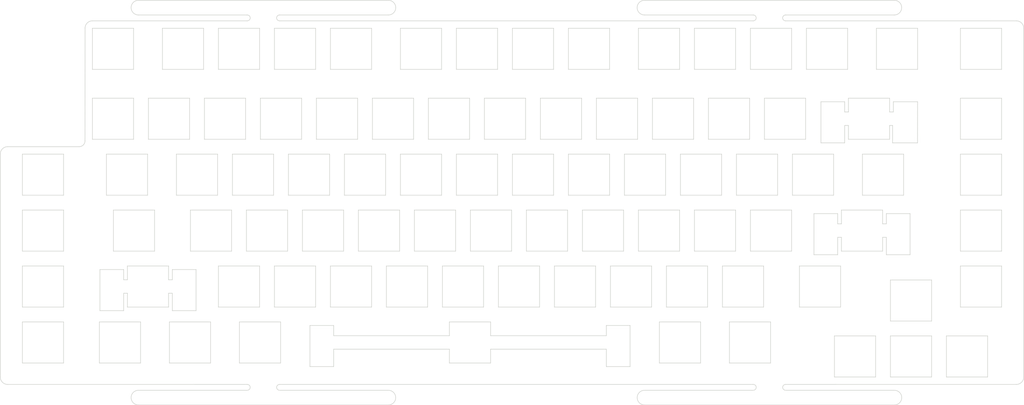
<source format=kicad_pcb>
(kicad_pcb (version 20211014) (generator pcbnew)

  (general
    (thickness 1.6)
  )

  (paper "A3")
  (layers
    (0 "F.Cu" signal)
    (31 "B.Cu" signal)
    (32 "B.Adhes" user "B.Adhesive")
    (33 "F.Adhes" user "F.Adhesive")
    (34 "B.Paste" user)
    (35 "F.Paste" user)
    (36 "B.SilkS" user "B.Silkscreen")
    (37 "F.SilkS" user "F.Silkscreen")
    (38 "B.Mask" user)
    (39 "F.Mask" user)
    (40 "Dwgs.User" user "User.Drawings")
    (41 "Cmts.User" user "User.Comments")
    (42 "Eco1.User" user "User.Eco1")
    (43 "Eco2.User" user "User.Eco2")
    (44 "Edge.Cuts" user)
    (45 "Margin" user)
    (46 "B.CrtYd" user "B.Courtyard")
    (47 "F.CrtYd" user "F.Courtyard")
    (48 "B.Fab" user)
    (49 "F.Fab" user)
    (50 "User.1" user)
    (51 "User.2" user)
    (52 "User.3" user)
    (53 "User.4" user)
    (54 "User.5" user)
    (55 "User.6" user)
    (56 "User.7" user)
    (57 "User.8" user)
    (58 "User.9" user)
  )

  (setup
    (stackup
      (layer "F.SilkS" (type "Top Silk Screen"))
      (layer "F.Paste" (type "Top Solder Paste"))
      (layer "F.Mask" (type "Top Solder Mask") (thickness 0.01))
      (layer "F.Cu" (type "copper") (thickness 0.035))
      (layer "dielectric 1" (type "core") (thickness 1.51) (material "FR4") (epsilon_r 4.5) (loss_tangent 0.02))
      (layer "B.Cu" (type "copper") (thickness 0.035))
      (layer "B.Mask" (type "Bottom Solder Mask") (thickness 0.01))
      (layer "B.Paste" (type "Bottom Solder Paste"))
      (layer "B.SilkS" (type "Bottom Silk Screen"))
      (copper_finish "None")
      (dielectric_constraints no)
    )
    (pad_to_mask_clearance 0)
    (grid_origin 378.538058 213.351554)
    (pcbplotparams
      (layerselection 0x00010fc_ffffffff)
      (disableapertmacros false)
      (usegerberextensions true)
      (usegerberattributes true)
      (usegerberadvancedattributes true)
      (creategerberjobfile false)
      (svguseinch false)
      (svgprecision 6)
      (excludeedgelayer true)
      (plotframeref false)
      (viasonmask false)
      (mode 1)
      (useauxorigin false)
      (hpglpennumber 1)
      (hpglpenspeed 20)
      (hpglpendiameter 15.000000)
      (dxfpolygonmode true)
      (dxfimperialunits true)
      (dxfusepcbnewfont true)
      (psnegative false)
      (psa4output false)
      (plotreference true)
      (plotvalue true)
      (plotinvisibletext false)
      (sketchpadsonfab false)
      (subtractmaskfromsilk false)
      (outputformat 1)
      (mirror false)
      (drillshape 0)
      (scaleselection 1)
      (outputdirectory "output/")
    )
  )

  (net 0 "")

  (gr_line (start 271.524708 106.049747) (end 271.524708 92.050747) (layer "Edge.Cuts") (width 0.2) (tstamp 007a66a0-dd06-4cb6-858b-9ffb5077bca9))
  (gr_line (start 93.917158 174.232647) (end 101.992058 174.232647) (layer "Edge.Cuts") (width 0.2) (tstamp 00bbc3a0-54bd-43d6-b09a-1115e13a6958))
  (gr_line (start 142.648708 92.050747) (end 142.648708 106.049747) (layer "Edge.Cuts") (width 0.2) (tstamp 00d3f537-f744-4f63-a633-e90cf0b767c2))
  (gr_line (start 77.368158 188.233247) (end 77.368158 182.312147) (layer "Edge.Cuts") (width 0.2) (tstamp 01450a45-9c41-4c8d-ac31-8a9c1db033fc))
  (gr_line (start 167.399927 220.349955) (end 82.399927 220.349955) (layer "Edge.Cuts") (width 0.2) (tstamp 01998b49-70a0-4497-aa03-9f7ba12c29d5))
  (gr_line (start 104.548708 92.050747) (end 104.548708 106.049747) (layer "Edge.Cuts") (width 0.2) (tstamp 01c6074e-9c5f-4437-8d08-0efbddebbf4a))
  (gr_line (start 337.911708 129.862447) (end 337.911708 125.162047) (layer "Edge.Cuts") (width 0.2) (tstamp 01edba07-2fc1-4aac-9ec7-dcdfc231e279))
  (gr_line (start 320.256058 163.262047) (end 321.530708 163.262047) (layer "Edge.Cuts") (width 0.2) (tstamp 01faccda-a984-4af3-aa73-9b24d62b0bf3))
  (gr_line (start 376.011708 92.050747) (end 376.011708 106.049747) (layer "Edge.Cuts") (width 0.2) (tstamp 0297a271-a692-415b-82c9-8f95551e43f2))
  (gr_line (start 241.556058 196.762247) (end 202.179708 196.762247) (layer "Edge.Cuts") (width 0.2) (tstamp 02d627cf-114c-428c-bf00-0f4ad16d472a))
  (gr_line (start 152.173708 167.962447) (end 138.174408 167.962447) (layer "Edge.Cuts") (width 0.2) (tstamp 02ef7af8-f42e-482d-9923-b39d4c241678))
  (gr_line (start 161.698708 187.012647) (end 147.699708 187.012647) (layer "Edge.Cuts") (width 0.2) (tstamp 045981a2-343d-4cb5-bd4f-0de7da1b70e7))
  (gr_line (start 77.368158 174.232647) (end 69.292858 174.232647) (layer "Edge.Cuts") (width 0.2) (tstamp 04b71cb3-5b3b-438a-9565-63169f51db76))
  (gr_line (start 204.849708 187.012647) (end 204.849708 173.013247) (layer "Edge.Cuts") (width 0.2) (tstamp 06753287-dc6e-45b1-994d-0bf7e3e58f94))
  (gr_arc (start 381.039549 89.527738) (mid 382.806692 90.260312) (end 383.538567 92.027747) (layer "Edge.Cuts") (width 0.2) (tstamp 067c0fce-9452-43d1-8237-9ec13a5bb555))
  (gr_line (start 312.180058 155.182647) (end 312.180058 169.183147) (layer "Edge.Cuts") (width 0.2) (tstamp 06b56e34-5e3c-426f-9634-f1f6c7849aa4))
  (gr_line (start 352.198708 210.825107) (end 338.199708 210.825107) (layer "Edge.Cuts") (width 0.2) (tstamp 0707d69b-281e-4757-b2a0-ab6bb5b86ac7))
  (gr_line (start 285.523708 92.050747) (end 285.523708 106.049747) (layer "Edge.Cuts") (width 0.2) (tstamp 07cf9eb9-6ab4-4c9c-9801-46cfd27ebe69))
  (gr_line (start 56.923908 187.012647) (end 42.924358 187.012647) (layer "Edge.Cuts") (width 0.2) (tstamp 08842a31-2a43-49b5-9aaa-8e71daba11c7))
  (gr_line (start 339.537842 220.349955) (end 254.537842 220.349955) (layer "Edge.Cuts") (width 0.2) (tstamp 088db788-adc8-4020-96c5-37f7ef293842))
  (gr_line (start 266.473708 153.963147) (end 266.473708 167.962447) (layer "Edge.Cuts") (width 0.2) (tstamp 089ff24a-e197-42cf-8e52-5ff15c78dcf0))
  (gr_line (start 256.948708 187.012647) (end 242.949708 187.012647) (layer "Edge.Cuts") (width 0.2) (tstamp 0910a55b-a3d0-4ed2-ad3a-1263d76cb628))
  (gr_line (start 99.786208 115.863147) (end 99.786208 129.862447) (layer "Edge.Cuts") (width 0.2) (tstamp 093eb926-ad89-4f51-ac38-a9110c5f43f7))
  (gr_line (start 56.923908 153.963147) (end 56.923908 167.962447) (layer "Edge.Cuts") (width 0.2) (tstamp 094ad9b6-79e7-4cb8-8c2f-bdadcf380564))
  (gr_line (start 290.286708 129.862447) (end 276.286708 129.862447) (layer "Edge.Cuts") (width 0.2) (tstamp 0aa5d907-6d40-453e-9f49-2f2aa1f14526))
  (gr_line (start 242.949708 187.012647) (end 242.949708 173.013247) (layer "Edge.Cuts") (width 0.2) (tstamp 0ae23594-bcf9-4876-829e-05c0ddec4f4a))
  (gr_line (start 83.117508 206.062617) (end 69.116708 206.062617) (layer "Edge.Cuts") (width 0.2) (tstamp 0aee0a31-61dc-4273-9831-e04bcf5fbf85))
  (gr_line (start 335.529708 158.662247) (end 335.529708 153.963147) (layer "Edge.Cuts") (width 0.2) (tstamp 0ba5439e-b0be-4406-b8fc-708db476f4b3))
  (gr_line (start 309.624708 106.049747) (end 309.624708 92.050747) (layer "Edge.Cuts") (width 0.2) (tstamp 0c44e20c-e2a2-4db2-8f4d-d84fbb434b75))
  (gr_line (start 266.473708 92.050747) (end 266.473708 106.049747) (layer "Edge.Cuts") (width 0.2) (tstamp 0c543fee-bbfb-468b-9e5e-991fc7e8d056))
  (gr_line (start 156.936708 129.862447) (end 142.936708 129.862447) (layer "Edge.Cuts") (width 0.2) (tstamp 0cb20b06-1f4c-4479-994b-1254ad512765))
  (gr_line (start 66.736908 92.050747) (end 80.736208 92.050747) (layer "Edge.Cuts") (width 0.2) (tstamp 0cf3ebf7-50fe-4210-8961-010cc0ee5149))
  (gr_line (start 190.561708 148.912447) (end 190.561708 134.913147) (layer "Edge.Cuts") (width 0.2) (tstamp 0d3d56d4-9029-45c7-a8ad-32beedbafa16))
  (gr_line (start 242.661708 148.912447) (end 228.661708 148.912447) (layer "Edge.Cuts") (width 0.2) (tstamp 0e2f8725-c61f-422a-a8ae-8e8aa3504359))
  (gr_line (start 266.473708 167.962447) (end 252.474708 167.962447) (layer "Edge.Cuts") (width 0.2) (tstamp 0eefd46d-34b9-45b4-affa-f0f31ae82e11))
  (gr_line (start 95.311908 148.912447) (end 95.311908 134.913147) (layer "Edge.Cuts") (width 0.2) (tstamp 0efa3244-d47d-41d3-a31c-a3657ddbda02))
  (gr_line (start 106.930008 206.062617) (end 92.930708 206.062617) (layer "Edge.Cuts") (width 0.2) (tstamp 106b30b2-22d1-468c-b742-f41b1728ea15))
  (gr_arc (start 302.537708 89.525747) (mid 301.537653 88.5257) (end 302.537708 87.525747) (layer "Edge.Cuts") (width 0.2) (tstamp 10d573b9-b6c7-49b7-8b69-4a9e449de9ce))
  (gr_line (start 352.198708 191.775147) (end 338.199708 191.775147) (layer "Edge.Cuts") (width 0.2) (tstamp 11abe15d-f69b-4cb3-bab0-f135f260d594))
  (gr_line (start 290.286708 115.863147) (end 290.286708 129.862447) (layer "Edge.Cuts") (width 0.2) (tstamp 12cf89fc-463e-43ea-925d-03b4975e3a95))
  (gr_line (start 138.174408 167.962447) (end 138.174408 153.963147) (layer "Edge.Cuts") (width 0.2) (tstamp 14740dba-4504-45a1-8337-ef1e72ee31ef))
  (gr_line (start 295.048708 173.013247) (end 295.048708 187.012647) (layer "Edge.Cuts") (width 0.2) (tstamp 14c10285-3e31-42c9-a1b3-e59c1fcb8e5a))
  (gr_line (start 336.806058 155.182647) (end 344.881058 155.182647) (layer "Edge.Cuts") (width 0.2) (tstamp 159e96b3-1d31-4428-bcd8-cbcec3432269))
  (gr_line (start 242.661708 92.050747) (end 242.661708 106.049747) (layer "Edge.Cuts") (width 0.2) (tstamp 15e26aad-6254-4112-b0ca-a583d97388dc))
  (gr_line (start 376.011708 148.912447) (end 362.011708 148.912447) (layer "Edge.Cuts") (width 0.2) (tstamp 1604c1c4-231c-4cdd-9eed-a48cb5812d17))
  (gr_line (start 337.911708 125.162047) (end 338.936708 125.162047) (layer "Edge.Cuts") (width 0.2) (tstamp 16fb0d99-6dd5-4fa0-a3d2-834184c9f02a))
  (gr_line (start 66.736908 115.863147) (end 80.736208 115.863147) (layer "Edge.Cuts") (width 0.2) (tstamp 1742ef20-1e10-430e-bfc7-61704aad190a))
  (gr_arc (start 119.399797 87.525747) (mid 120.399757 88.5257) (end 119.399797 89.525747) (layer "Edge.Cuts") (width 0.2) (tstamp 18295186-78c1-4c05-aa81-eb20d2e4b7ed))
  (gr_line (start 80.736208 106.049747) (end 66.736908 106.049747) (layer "Edge.Cuts") (width 0.2) (tstamp 18e754a2-3c02-4803-8afd-b67dce9f7a87))
  (gr_line (start 337.911708 120.562247) (end 337.911708 115.863147) (layer "Edge.Cuts") (width 0.2) (tstamp 18fc96f6-98c3-4bcf-aac5-f336c2cb79a8))
  (gr_line (start 290.574708 167.962447) (end 290.574708 153.963147) (layer "Edge.Cuts") (width 0.2) (tstamp 19552aa2-1024-42c9-9da9-f8894b73a0b2))
  (gr_line (start 209.611708 92.050747) (end 223.611708 92.050747) (layer "Edge.Cuts") (width 0.2) (tstamp 1a4f8c24-9c12-4cd4-8463-e08e20f989e3))
  (gr_arc (start 130.399793 89.525747) (mid 129.399753 88.5257) (end 130.399793 87.525747) (layer "Edge.Cuts") (width 0.2) (tstamp 1b25d322-22f9-4cd6-8bad-ed5fadb3ec0a))
  (gr_line (start 344.881058 155.182647) (end 344.881058 169.183147) (layer "Edge.Cuts") (width 0.2) (tstamp 1b8c7a00-8045-42f0-9bf9-7c0e204bd45e))
  (gr_line (start 137.886208 129.862447) (end 123.886908 129.862447) (layer "Edge.Cuts") (width 0.2) (tstamp 1bd0ccad-fa2b-4ec1-a93f-2c43c3fc4c2d))
  (gr_line (start 304.573708 106.049747) (end 290.574708 106.049747) (layer "Edge.Cuts") (width 0.2) (tstamp 1c49ec13-7e3c-49da-9df5-0f9737b3ff7f))
  (gr_line (start 161.698708 106.049747) (end 147.699708 106.049747) (layer "Edge.Cuts") (width 0.2) (tstamp 1cef9e63-7c15-40eb-b6bc-18a561715c26))
  (gr_line (start 171.223708 167.962447) (end 157.224708 167.962447) (layer "Edge.Cuts") (width 0.2) (tstamp 1d6f53a9-f923-4e1a-9879-218132de3c52))
  (gr_arc (start 291.537708 87.525747) (mid 292.537653 88.5257) (end 291.537708 89.525747) (layer "Edge.Cuts") (width 0.2) (tstamp 1db21672-0903-45c2-8c3b-46f814bcdeb5))
  (gr_line (start 171.511708 134.913147) (end 185.511708 134.913147) (layer "Edge.Cuts") (width 0.2) (tstamp 1fc68575-f95b-4d5f-ab71-3b7039f32058))
  (gr_line (start 128.649408 187.012647) (end 128.649408 173.013247) (layer "Edge.Cuts") (width 0.2) (tstamp 1fc8588f-89f4-4c2d-94e3-8383aa450d28))
  (gr_line (start 80.736208 92.050747) (end 80.736208 106.049747) (layer "Edge.Cuts") (width 0.2) (tstamp 2020fd12-37bf-4e66-a906-ca44efe37b56))
  (gr_line (start 104.836908 115.863147) (end 118.836208 115.863147) (layer "Edge.Cuts") (width 0.2) (tstamp 209eac53-3817-4f69-9350-8e8bb647d28d))
  (gr_line (start 104.836908 129.862447) (end 104.836908 115.863147) (layer "Edge.Cuts") (width 0.2) (tstamp 20d2609c-d352-482b-b54e-139d305f505e))
  (gr_line (start 73.880608 167.962447) (end 73.880608 153.963147) (layer "Edge.Cuts") (width 0.2) (tstamp 22dbe136-bb40-4f0c-b158-72dea9f372a5))
  (gr_line (start 233.424708 167.962447) (end 233.424708 153.963147) (layer "Edge.Cuts") (width 0.2) (tstamp 23716169-66fd-4df6-a236-7e54c934b2da))
  (gr_line (start 252.474708 153.963147) (end 266.473708 153.963147) (layer "Edge.Cuts") (width 0.2) (tstamp 247d69c7-3185-4e67-8ccb-eeaaf28dfe35))
  (gr_line (start 323.911708 115.863147) (end 323.911708 120.562247) (layer "Edge.Cuts") (width 0.2) (tstamp 25bd89a0-440c-44e1-9940-ab9d208746a8))
  (gr_line (start 376.011708 106.049747) (end 362.011708 106.049747) (layer "Edge.Cuts") (width 0.2) (tstamp 25e99638-bf58-4f16-ac1d-88d3605a1c94))
  (gr_line (start 323.911708 129.862447) (end 337.911708 129.862447) (layer "Edge.Cuts") (width 0.2) (tstamp 26e821d6-a806-4ae8-8ea4-f2326cf01d36))
  (gr_line (start 291.537708 87.525747) (end 254.537708 87.525747) (layer "Edge.Cuts") (width 0.2) (tstamp 271236e3-e69f-4e2c-8e34-106b17dcfb38))
  (gr_line (start 181.036708 115.863147) (end 195.036708 115.863147) (layer "Edge.Cuts") (width 0.2) (tstamp 276b385d-0134-4ea3-9f13-6d533bc839bf))
  (gr_line (start 171.511708 106.049747) (end 171.511708 92.050747) (layer "Edge.Cuts") (width 0.2) (tstamp 27a95f21-179f-4240-8def-0c834a5ca105))
  (gr_line (start 42.924358 192.063147) (end 56.923908 192.063147) (layer "Edge.Cuts") (width 0.2) (tstamp 2849d133-6d4a-413a-88fb-0b8a96a742d8))
  (gr_line (start 304.573708 153.963147) (end 304.573708 167.962447) (layer "Edge.Cuts") (width 0.2) (tstamp 28cbf819-86d2-4521-bbc7-2db87824f674))
  (gr_arc (start 82.399797 87.525747) (mid 79.899797 85.02575) (end 82.399797 82.525747) (layer "Edge.Cuts") (width 0.2) (tstamp 290f2161-ca3f-4317-80e9-e8a1adf9ccf5))
  (gr_line (start 56.923908 167.962447) (end 42.924358 167.962447) (layer "Edge.Cuts") (width 0.2) (tstamp 297998de-b64e-4c5e-abe5-99e8a019f395))
  (gr_line (start 119.399797 87.525747) (end 82.399797 87.525747) (layer "Edge.Cuts") (width 0.2) (tstamp 29b145d1-80a8-45d6-98d3-4f224725feda))
  (gr_line (start 148.806058 196.762247) (end 148.806058 193.282547) (layer "Edge.Cuts") (width 0.2) (tstamp 2a678ed0-f548-401b-8242-5d7bd6b8e9fb))
  (gr_line (start 180.748708 187.012647) (end 166.749708 187.012647) (layer "Edge.Cuts") (width 0.2) (tstamp 2aa1fd54-4d39-49c5-ae70-2c9cb6d2bf75))
  (gr_line (start 285.811708 148.912447) (end 285.811708 134.913147) (layer "Edge.Cuts") (width 0.2) (tstamp 2b4a96da-3e09-47c3-811a-1b740f7b2e8c))
  (gr_line (start 128.649408 106.049747) (end 128.649408 92.050747) (layer "Edge.Cuts") (width 0.2) (tstamp 2c2379c3-2182-4703-a476-6ce679dcbf0a))
  (gr_line (start 130.399927 215.349955) (end 167.399927 215.349955) (layer "Edge.Cuts") (width 0.2) (tstamp 2cd60dc4-19c4-44f2-9d28-37a0e036daf3))
  (gr_line (start 118.836208 129.862447) (end 104.836908 129.862447) (layer "Edge.Cuts") (width 0.2) (tstamp 2d29ae6c-acd4-4acf-911f-760b6c2db716))
  (gr_line (start 93.917158 188.233747) (end 93.917158 182.312647) (layer "Edge.Cuts") (width 0.2) (tstamp 2dc47904-ac39-4166-8245-360a61fad73f))
  (gr_line (start 218.848708 187.012647) (end 204.849708 187.012647) (layer "Edge.Cuts") (width 0.2) (tstamp 2efc32ab-935e-4aad-8b91-7d7292b7d19f))
  (gr_line (start 123.598708 187.012647) (end 109.599408 187.012647) (layer "Edge.Cuts") (width 0.2) (tstamp 2fa289ba-08b9-4584-831a-c64ecb219bd6))
  (gr_line (start 199.798708 187.012647) (end 185.799708 187.012647) (layer "Edge.Cuts") (width 0.2) (tstamp 304c4d84-f8b9-4407-9f1b-352a9b7d9d28))
  (gr_line (start 123.886908 129.862447) (end 123.886908 115.863147) (layer "Edge.Cuts") (width 0.2) (tstamp 309aa4e6-e522-4e9c-8230-f4216557e875))
  (gr_line (start 333.436708 92.050747) (end 347.436708 92.050747) (layer "Edge.Cuts") (width 0.2) (tstamp 3163b238-2ac1-4d78-ae52-852805b7cdb7))
  (gr_line (start 321.242708 187.012647) (end 307.241708 187.012647) (layer "Edge.Cuts") (width 0.2) (tstamp 318288f6-3ad6-4c1c-bc3c-6378572ef0a8))
  (gr_line (start 336.806058 158.662247) (end 336.806058 155.182647) (layer "Edge.Cuts") (width 0.2) (tstamp 31d8798e-c66a-4cde-8332-9c3085050c35))
  (gr_line (start 333.148708 196.825647) (end 333.148708 210.825107) (layer "Edge.Cuts") (width 0.2) (tstamp 32525bc0-30bf-4b24-9fa5-83e35de79202))
  (gr_line (start 302.537842 215.349955) (end 339.537842 215.349955) (layer "Edge.Cuts") (width 0.2) (tstamp 32e5b101-2d8d-47f5-a6f2-a2504f6fc157))
  (gr_arc (start 254.537842 220.349955) (mid 252.03788 217.850001) (end 254.537842 215.349955) (layer "Edge.Cuts") (width 0.2) (tstamp 33cc85ef-d43e-4cf6-bd6a-71b27dd5f685))
  (gr_line (start 37.897406 132.387747) (end 62.211558 132.387797) (layer "Edge.Cuts") (width 0.2) (tstamp 33dbee97-9437-4b8c-b275-5acf75693833))
  (gr_line (start 185.511708 106.049747) (end 171.511708 106.049747) (layer "Edge.Cuts") (width 0.2) (tstamp 3431d9e6-35a5-4e81-b239-b7b45cf941d9))
  (gr_line (start 323.623708 106.049747) (end 309.624708 106.049747) (layer "Edge.Cuts") (width 0.2) (tstamp 35ee2948-e91e-4395-8dc9-c9515d40cf3a))
  (gr_line (start 320.256058 158.662247) (end 320.256058 155.182647) (layer "Edge.Cuts") (width 0.2) (tstamp 36850e75-fed2-485e-a134-6f6bc1b43b7d))
  (gr_line (start 56.923908 192.063147) (end 56.923908 206.062617) (layer "Edge.Cuts") (width 0.2) (tstamp 3686858e-1faf-4c9a-ac1c-ee09264189f4))
  (gr_line (start 261.999708 187.012647) (end 261.999708 173.013247) (layer "Edge.Cuts") (width 0.2) (tstamp 370e8960-de6d-43e3-b376-22a57cc0de8f))
  (gr_line (start 321.530708 153.963147) (end 321.530708 158.662247) (layer "Edge.Cuts") (width 0.2) (tstamp 37503ef8-ebb4-4007-ad8f-df8e29595ea2))
  (gr_line (start 190.561708 106.049747) (end 190.561708 92.050747) (layer "Edge.Cuts") (width 0.2) (tstamp 383e4bbe-62fa-407f-b160-b85a3b317ce4))
  (gr_line (start 299.811708 134.913147) (end 299.811708 148.912447) (layer "Edge.Cuts") (width 0.2) (tstamp 38fb8afc-de08-4304-a2e3-739ddb3113fc))
  (gr_arc (start 130.399927 215.349955) (mid 129.39998 214.350001) (end 130.399927 213.349955) (layer "Edge.Cuts") (width 0.2) (tstamp 391eeed2-a045-4007-84cf-415ec8500006))
  (gr_line (start 299.811708 148.912447) (end 285.811708 148.912447) (layer "Edge.Cuts") (width 0.2) (tstamp 3939b08c-0274-45d8-8abd-f4ca7242090f))
  (gr_line (start 109.599408 187.012647) (end 109.599408 173.013247) (layer "Edge.Cuts") (width 0.2) (tstamp 3952f969-95ff-4a85-a221-b18593fd1dcc))
  (gr_line (start 69.292858 188.233247) (end 77.368158 188.233247) (layer "Edge.Cuts") (width 0.2) (tstamp 3978a87c-ba92-482e-b8eb-bfda8d3c8eeb))
  (gr_line (start 319.149708 196.825647) (end 333.148708 196.825647) (layer "Edge.Cuts") (width 0.2) (tstamp 3a5d2e3c-0081-4aac-81c4-3a428f480bf7))
  (gr_line (start 249.631058 207.283257) (end 241.556058 207.283257) (layer "Edge.Cuts") (width 0.2) (tstamp 3afcce78-9415-4ac4-ac51-63faa26a8be2))
  (gr_line (start 214.086708 115.863147) (end 214.086708 129.862447) (layer "Edge.Cuts") (width 0.2) (tstamp 3b45e3d3-53d0-4f0d-9c23-127a3ba7d367))
  (gr_line (start 109.311208 134.913147) (end 109.311208 148.912447) (layer "Edge.Cuts") (width 0.2) (tstamp 3d23548e-95fc-4fd9-983d-03fbf06ba41b))
  (gr_line (start 99.786208 129.862447) (end 85.786908 129.862447) (layer "Edge.Cuts") (width 0.2) (tstamp 3f22e8ee-4924-4060-ba78-4b7779e484c6))
  (gr_line (start 275.998708 187.012647) (end 261.999708 187.012647) (layer "Edge.Cuts") (width 0.2) (tstamp 3fdffcca-7846-4535-a0c5-548e96fd8405))
  (gr_line (start 290.574708 92.050747) (end 304.573708 92.050747) (layer "Edge.Cuts") (width 0.2) (tstamp 3fe7cf66-c642-4ecd-a4f0-795486b48032))
  (gr_line (start 247.711708 134.913147) (end 261.711708 134.913147) (layer "Edge.Cuts") (width 0.2) (tstamp 3ff8ff46-cf9b-430e-8b7c-258cf8064d51))
  (gr_line (start 87.880008 153.963147) (end 87.880008 167.962447) (layer "Edge.Cuts") (width 0.2) (tstamp 4038cc30-4619-4680-80e7-68a5c98d9138))
  (gr_line (start 362.011708 115.863147) (end 376.011708 115.863147) (layer "Edge.Cuts") (width 0.2) (tstamp 413fff62-aa70-4f9f-a318-ecf7464ceaf1))
  (gr_line (start 304.573708 167.962447) (end 290.574708 167.962447) (layer "Edge.Cuts") (width 0.2) (tstamp 421bc787-1e6f-40b3-968d-d70965cebbb7))
  (gr_arc (start 291.537842 213.349955) (mid 292.53788 214.350001) (end 291.537842 215.349955) (layer "Edge.Cuts") (width 0.2) (tstamp 4254af22-acb2-4ed0-9d07-63f16fdd626f))
  (gr_line (start 152.461708 134.913147) (end 166.461708 134.913147) (layer "Edge.Cuts") (width 0.2) (tstamp 43333355-9b06-420d-ae4e-8bf002b21027))
  (gr_line (start 371.248708 196.825647) (end 371.248708 210.825107) (layer "Edge.Cuts") (width 0.2) (tstamp 44df5bbd-77a8-4293-b753-67ed602a52e8))
  (gr_line (start 214.086708 129.862447) (end 200.086708 129.862447) (layer "Edge.Cuts") (width 0.2) (tstamp 45221db6-9877-4538-be5a-2f08d48fac1c))
  (gr_line (start 140.730058 193.282547) (end 140.730058 207.283257) (layer "Edge.Cuts") (width 0.2) (tstamp 4595d1cd-a6ac-4ac9-9aad-e2ae40e33fdc))
  (gr_line (start 78.641808 182.312147) (end 78.641808 187.012647) (layer "Edge.Cuts") (width 0.2) (tstamp 467548f9-20f2-4045-9cb5-1fbe0d462400))
  (gr_line (start 335.529708 153.963147) (end 321.530708 153.963147) (layer "Edge.Cuts") (width 0.2) (tstamp 468c520d-c205-4d7e-bd26-619a19547101))
  (gr_line (start 77.368158 177.712247) (end 77.368158 174.232647) (layer "Edge.Cuts") (width 0.2) (tstamp 47c598ea-191c-4892-a50c-737d258c6d55))
  (gr_line (start 283.430708 192.063147) (end 297.429708 192.063147) (layer "Edge.Cuts") (width 0.2) (tstamp 48b267bd-dad9-4456-9b4f-78a98316cbba))
  (gr_line (start 147.699708 92.050747) (end 161.698708 92.050747) (layer "Edge.Cuts") (width 0.2) (tstamp 49340ef1-626b-4354-a9b3-b640bb5ac22b))
  (gr_line (start 237.898708 187.012647) (end 223.899708 187.012647) (layer "Edge.Cuts") (width 0.2) (tstamp 4a585721-5a16-47c3-a91e-04de07502545))
  (gr_line (start 133.123708 153.963147) (end 133.123708 167.962447) (layer "Edge.Cuts") (width 0.2) (tstamp 4ab7049b-4b63-411d-8367-7f29610162f5))
  (gr_line (start 109.599408 92.050747) (end 123.598708 92.050747) (layer "Edge.Cuts") (width 0.2) (tstamp 4aca20df-62cb-4dff-ab50-41eda5904119))
  (gr_line (start 321.530708 158.662247) (end 320.256058 158.662247) (layer "Edge.Cuts") (width 0.2) (tstamp 4d93e830-b304-43eb-8cf9-9bce8f397013))
  (gr_line (start 175.986708 129.862447) (end 161.986708 129.862447) (layer "Edge.Cuts") (width 0.2) (tstamp 4da5dee4-f0e8-4a2c-8131-f70e044dafb9))
  (gr_line (start 383.538567 92.027747) (end 383.538058 210.851554) (layer "Edge.Cuts") (width 0.2) (tstamp 4e1f707c-2679-4a64-a1cc-9e24d2a14df4))
  (gr_line (start 223.611708 92.050747) (end 223.611708 106.049747) (layer "Edge.Cuts") (width 0.2) (tstamp 4e30972c-119b-435e-9351-55b36c712ad4))
  (gr_arc (start 64.23691 92.023744) (mid 64.969145 90.25598) (end 66.73691 89.523744) (layer "Edge.Cuts") (width 0.2) (tstamp 4ecf65cd-074c-41c1-ad0f-26dae90397d5))
  (gr_line (start 171.223708 153.963147) (end 171.223708 167.962447) (layer "Edge.Cuts") (width 0.2) (tstamp 4f6882a8-ec6f-4707-bbac-9abc67798a45))
  (gr_line (start 130.399927 213.349955) (end 291.537842 213.349955) (layer "Edge.Cuts") (width 0.2) (tstamp 4ffaaf73-16fc-42a9-a886-77e8b93fb235))
  (gr_line (start 323.911708 120.562247) (end 322.637058 120.562247) (layer "Edge.Cuts") (width 0.2) (tstamp 521de59a-82e0-4ccf-97e5-63afb3a9619a))
  (gr_line (start 233.424708 153.963147) (end 247.423708 153.963147) (layer "Edge.Cuts") (width 0.2) (tstamp 5339704d-cfbf-4d4f-ba74-59d9bd45ef8f))
  (gr_line (start 209.611708 106.049747) (end 209.611708 92.050747) (layer "Edge.Cuts") (width 0.2) (tstamp 5488fab9-2c11-4c30-a3fe-aa96a0303457))
  (gr_line (start 376.011708 115.863147) (end 376.011708 129.862447) (layer "Edge.Cuts") (width 0.2) (tstamp 54cb0067-17d7-47e1-ab7b-016ed5e0c791))
  (gr_line (start 362.011708 153.963147) (end 376.011708 153.963147) (layer "Edge.Cuts") (width 0.2) (tstamp 54dc6d52-c635-4a89-8aae-f7042e9617ee))
  (gr_line (start 362.011708 106.049747) (end 362.011708 92.050747) (layer "Edge.Cuts") (width 0.2) (tstamp 5727fa9f-8d98-420e-9c57-cc3238346d98))
  (gr_line (start 114.073708 153.963147) (end 114.073708 167.962447) (layer "Edge.Cuts") (width 0.2) (tstamp 590a9def-6d1f-46e2-8f46-ec00ff923f4e))
  (gr_line (start 204.561708 92.050747) (end 204.561708 106.049747) (layer "Edge.Cuts") (width 0.2) (tstamp 59813353-d040-4c2c-ae51-c74c3fdae991))
  (gr_line (start 161.986708 115.863147) (end 175.986708 115.863147) (layer "Edge.Cuts") (width 0.2) (tstamp 59863e11-7c77-4b70-af2b-51c8dc5c9611))
  (gr_line (start 42.924358 153.963147) (end 56.923908 153.963147) (layer "Edge.Cuts") (width 0.2) (tstamp 59b2d750-1b43-4800-a431-fc2b4c76d4a7))
  (gr_line (start 195.324708 153.963147) (end 209.323708 153.963147) (layer "Edge.Cuts") (width 0.2) (tstamp 5a5100e7-e5b6-4b52-aa05-e899bee8ae9f))
  (gr_line (start 309.336708 129.862447) (end 295.336708 129.862447) (layer "Edge.Cuts") (width 0.2) (tstamp 5aa4575d-bc63-4cae-8ab8-ae48a8efa339))
  (gr_line (start 66.73691 89.523744) (end 119.399797 89.525747) (layer "Edge.Cuts") (width 0.2) (tstamp 5b29ccab-cca8-4342-b7ac-44e68f55092e))
  (gr_line (start 71.499408 148.912447) (end 71.499408 134.913147) (layer "Edge.Cuts") (width 0.2) (tstamp 5b60c1fb-cf9d-45da-89eb-6577762e6970))
  (gr_line (start 42.924358 187.012647) (end 42.924358 173.013247) (layer "Edge.Cuts") (width 0.2) (tstamp 5bc8e5c5-9154-4377-8eac-2444754670df))
  (gr_line (start 376.011708 167.962447) (end 362.011708 167.962447) (layer "Edge.Cuts") (width 0.2) (tstamp 5c51e274-3c6d-43e5-9fef-b7ad84d07cea))
  (gr_line (start 283.430708 206.062617) (end 283.430708 192.063147) (layer "Edge.Cuts") (width 0.2) (tstamp 5ca7c6b2-f189-47c8-afe6-69d78f99f45e))
  (gr_line (start 209.611708 134.913147) (end 223.611708 134.913147) (layer "Edge.Cuts") (width 0.2) (tstamp 5cd21e11-eb42-4325-9f22-5f01fcf9616a))
  (gr_line (start 64.211558 130.387797) (end 64.23691 92.023744) (layer "Edge.Cuts") (width 0.2) (tstamp 5cedfcc3-4f7e-4947-9b27-238e39853938))
  (gr_line (start 56.923908 134.913147) (end 56.923908 148.912447) (layer "Edge.Cuts") (width 0.2) (tstamp 5d40b78c-ccdc-49c3-9d52-ccb9048ae606))
  (gr_line (start 233.136708 129.862447) (end 219.136708 129.862447) (layer "Edge.Cuts") (width 0.2) (tstamp 614d1062-f131-49cf-8ed6-94a5eb8d850c))
  (gr_line (start 347.437058 117.082647) (end 347.411058 131.083147) (layer "Edge.Cuts") (width 0.2) (tstamp 61f51270-09cf-4d7d-a98d-df1d3e2578e2))
  (gr_line (start 138.174408 153.963147) (end 152.173708 153.963147) (layer "Edge.Cuts") (width 0.2) (tstamp 62014edd-5cd9-41ab-950c-0440d7969ed0))
  (gr_line (start 116.741808 206.062617) (end 116.741808 192.063147) (layer "Edge.Cuts") (width 0.2) (tstamp 62076d93-7150-4345-b469-e36847d9d602))
  (gr_line (start 233.136708 115.863147) (end 233.136708 129.862447) (layer "Edge.Cuts") (width 0.2) (tstamp 627588ba-5a2a-44c0-b623-a466b1bce0fd))
  (gr_line (start 223.611708 148.912447) (end 209.611708 148.912447) (layer "Edge.Cuts") (width 0.2) (tstamp 63fef502-66f9-482c-8a5a-5e8575d5c1f2))
  (gr_line (start 339.537708 87.525747) (end 302.537708 87.525747) (layer "Edge.Cuts") (width 0.2) (tstamp 642cbccf-016e-4274-952a-32b49f55755d))
  (gr_line (start 352.198708 196.825647) (end 352.198708 210.825107) (layer "Edge.Cuts") (width 0.2) (tstamp 649a95f2-362b-424a-b9a9-c5b1144117a5))
  (gr_line (start 309.624708 92.050747) (end 323.623708 92.050747) (layer "Edge.Cuts") (width 0.2) (tstamp 64cc495d-b5b8-4f66-bbd7-7f6bdb3a54e6))
  (gr_line (start 142.936708 115.863147) (end 156.936708 115.863147) (layer "Edge.Cuts") (width 0.2) (tstamp 6530c6e3-5c44-4dfe-9d5d-8271864015dd))
  (gr_line (start 247.423708 153.963147) (end 247.423708 167.962447) (layer "Edge.Cuts") (width 0.2) (tstamp 658f3c9a-6a44-4612-a8ad-e3af55819027))
  (gr_line (start 185.511708 148.912447) (end 171.511708 148.912447) (layer "Edge.Cuts") (width 0.2) (tstamp 659a1763-2cfa-491b-82d7-432c6b1f3548))
  (gr_line (start 223.611708 134.913147) (end 223.611708 148.912447) (layer "Edge.Cuts") (width 0.2) (tstamp 6625eeb7-7634-4f1a-a4ce-0fcdffc8aa28))
  (gr_line (start 119.399857 213.349909) (end 37.9007 213.351554) (layer "Edge.Cuts") (width 0.2) (tstamp 67224653-8346-4014-abde-757804199ecc))
  (gr_line (start 347.436708 92.050747) (end 347.436708 106.049747) (layer "Edge.Cuts") (width 0.2) (tstamp 67c0936f-7324-401c-874f-089f46b91a1d))
  (gr_line (start 252.474708 106.049747) (end 252.474708 92.050747) (layer "Edge.Cuts") (width 0.2) (tstamp 685ad209-0424-44ae-ad82-eb1afc62f315))
  (gr_line (start 254.537842 215.349955) (end 291.537842 215.349955) (layer "Edge.Cuts") (width 0.2) (tstamp 68e914a8-5085-4b0f-93f7-c1d8ebbe8b36))
  (gr_arc (start 339.537842 215.349955) (mid 342.03788 217.850001) (end 339.537842 220.349955) (layer "Edge.Cuts") (width 0.2) (tstamp 697847d5-5e11-481d-bb0a-063659291817))
  (gr_line (start 42.924358 206.062617) (end 42.924358 192.063147) (layer "Edge.Cuts") (width 0.2) (tstamp 6989954c-5115-4fb5-9fd0-53ec8987f3e8))
  (gr_line (start 307.241708 187.012647) (end 307.241708 173.013247) (layer "Edge.Cuts") (width 0.2) (tstamp 6a1943e9-6642-4b27-9895-8258ae0e7c78))
  (gr_line (start 114.073708 167.962447) (end 100.074408 167.962447) (layer "Edge.Cuts") (width 0.2) (tstamp 6a6e1a30-21eb-455b-904e-f3125a7f48ff))
  (gr_line (start 157.224708 167.962447) (end 157.224708 153.963147) (layer "Edge.Cuts") (width 0.2) (tstamp 6aec4f73-d13d-4eef-ba23-9850ee74ae7d))
  (gr_arc (start 64.211558 130.387797) (mid 63.625772 131.802011) (end 62.211558 132.387797) (layer "Edge.Cuts") (width 0.2) (tstamp 6b04db51-e325-4582-ba6b-b2144d072619))
  (gr_line (start 195.036708 129.862447) (end 181.036708 129.862447) (layer "Edge.Cuts") (width 0.2) (tstamp 6b125506-31f3-4e95-9d3d-7c4065259f79))
  (gr_line (start 257.236708 115.863147) (end 271.236708 115.863147) (layer "Edge.Cuts") (width 0.2) (tstamp 6d660de2-dc3c-4619-b174-198c88a01042))
  (gr_line (start 376.011708 153.963147) (end 376.011708 167.962447) (layer "Edge.Cuts") (width 0.2) (tstamp 6e1d4fab-3a5f-4a10-83ea-e60cacab83b2))
  (gr_line (start 335.529708 163.262047) (end 336.806058 163.262047) (layer "Edge.Cuts") (width 0.2) (tstamp 6f2c263f-3001-41aa-bd26-bf1f3198e99b))
  (gr_arc (start 339.537708 82.525747) (mid 342.037653 85.0257) (end 339.537708 87.525747) (layer "Edge.Cuts") (width 0.2) (tstamp 7076c647-0f59-4589-b035-f59c2d8e3a80))
  (gr_line (start 247.711708 148.912447) (end 247.711708 134.913147) (layer "Edge.Cuts") (width 0.2) (tstamp 70a0b60a-580a-4306-b577-ebf496acb550))
  (gr_line (start 116.741808 192.063147) (end 130.742508 192.063147) (layer "Edge.Cuts") (width 0.2) (tstamp 72aaec32-76f1-424d-bc27-ddb57cbd939c))
  (gr_line (start 281.049708 187.012647) (end 281.049708 173.013247) (layer "Edge.Cuts") (width 0.2) (tstamp 72fd101d-e62a-4d4f-9ee9-73b712940a56))
  (gr_line (start 166.461708 134.913147) (end 166.461708 148.912447) (layer "Edge.Cuts") (width 0.2) (tstamp 735725ab-7350-4a71-8908-978c6b76b24f))
  (gr_line (start 109.599408 106.049747) (end 109.599408 92.050747) (layer "Edge.Cuts") (width 0.2) (tstamp 7482688d-360e-4092-8174-9beaa426fb01))
  (gr_line (start 304.573708 92.050747) (end 304.573708 106.049747) (layer "Edge.Cuts") (width 0.2) (tstamp 76932649-ae7e-4015-8eee-714d5b721234))
  (gr_line (start 228.661708 92.050747) (end 242.661708 92.050747) (layer "Edge.Cuts") (width 0.2) (tstamp 7920afe3-ebe0-4bc1-ad80-64c49f9f8406))
  (gr_line (start 35.4007 210.851554) (end 35.397408 134.887747) (layer "Edge.Cuts") (width 0.2) (tstamp 792b8638-85ae-4be2-96df-239ff2ecda0d))
  (gr_line (start 319.149708 210.825107) (end 319.149708 196.825647) (layer "Edge.Cuts") (width 0.2) (tstamp 795142c2-7647-451a-96c7-14a151a504c3))
  (gr_line (start 133.123708 167.962447) (end 119.124408 167.962447) (layer "Edge.Cuts") (width 0.2) (tstamp 79aa54b4-71ee-4eda-9884-1540d94cb8e7))
  (gr_line (start 78.641808 173.013247) (end 78.641808 177.712247) (layer "Edge.Cuts") (width 0.2) (tstamp 7a4f991e-3aa7-4f4b-969b-211cbfbd1dd2))
  (gr_line (start 190.561708 92.050747) (end 204.561708 92.050747) (layer "Edge.Cuts") (width 0.2) (tstamp 7a96cb89-3339-4afa-b5e6-caf0cec1eb8d))
  (gr_line (start 209.323708 167.962447) (end 195.324708 167.962447) (layer "Edge.Cuts") (width 0.2) (tstamp 7ac58f60-34e8-4f5c-a431-d4c449aa5828))
  (gr_line (start 92.930708 206.062617) (end 92.930708 192.063147) (layer "Edge.Cuts") (width 0.2) (tstamp 7b6586ce-947f-4177-b54e-7e2b2c20968d))
  (gr_line (start 261.711708 134.913147) (end 261.711708 148.912447) (layer "Edge.Cuts") (width 0.2) (tstamp 7d90d0d9-0fec-435d-88ff-80e4de17945e))
  (gr_arc (start 167.399927 215.349955) (mid 169.89998 217.850001) (end 167.399927 220.349955) (layer "Edge.Cuts") (width 0.2) (tstamp 7dddf878-85ae-45ac-bba5-61e3c22a5766))
  (gr_line (start 352.198708 177.775747) (end 352.198708 191.775147) (layer "Edge.Cuts") (width 0.2) (tstamp 7edbbbaa-7820-4a8a-a8d9-7efa2cd66074))
  (gr_line (start 285.523708 167.962447) (end 271.524708 167.962447) (layer "Edge.Cuts") (width 0.2) (tstamp 7f6670e9-4481-4b00-8f22-5ae636895b7c))
  (gr_line (start 101.992058 174.232647) (end 101.992058 188.233247) (layer "Edge.Cuts") (width 0.2) (tstamp 7f6d7e5e-fddb-498f-b3c4-a445f4bab60d))
  (gr_line (start 128.649408 173.013247) (end 142.648708 173.013247) (layer "Edge.Cuts") (width 0.2) (tstamp 7fcf6a9a-eb85-4229-8e3c-e0b3dfc3a476))
  (gr_line (start 82.399927 215.349955) (end 119.399927 215.349955) (layer "Edge.Cuts") (width 0.2) (tstamp 7ff5f036-90c8-4946-a67a-9aff53e44d96))
  (gr_line (start 142.936708 129.862447) (end 142.936708 115.863147) (layer "Edge.Cuts") (width 0.2) (tstamp 80bd6013-1296-4065-b1d8-6739fe876520))
  (gr_line (start 123.598708 92.050747) (end 123.598708 106.049747) (layer "Edge.Cuts") (width 0.2) (tstamp 80ec09a5-a615-456b-b395-811a0b77acfb))
  (gr_line (start 176.274708 167.962447) (end 176.274708 153.963147) (layer "Edge.Cuts") (width 0.2) (tstamp 8213837d-37c2-4e79-8ce1-2ff3760da644))
  (gr_line (start 130.399793 89.525747) (end 291.537708 89.525747) (layer "Edge.Cuts") (width 0.2) (tstamp 824f369c-a21d-45cc-af5a-f66f68c19599))
  (gr_line (start 200.086708 129.862447) (end 200.086708 115.863147) (layer "Edge.Cuts") (width 0.2) (tstamp 82938804-1087-4380-bd83-cb169a347627))
  (gr_line (start 241.556058 196.762247) (end 241.556058 193.282547) (layer "Edge.Cuts") (width 0.2) (tstamp 840a816a-8d69-4025-b37b-0bccb14ea70f))
  (gr_line (start 73.880608 153.963147) (end 87.880008 153.963147) (layer "Edge.Cuts") (width 0.2) (tstamp 846e11e6-d418-4aa9-a2d6-bf0499ca5b61))
  (gr_line (start 56.923908 148.912447) (end 42.924358 148.912447) (layer "Edge.Cuts") (width 0.2) (tstamp 84c9350c-eaad-4475-837e-61eb89810541))
  (gr_line (start 200.086708 115.863147) (end 214.086708 115.863147) (layer "Edge.Cuts") (width 0.2) (tstamp 854fa4b5-5797-4a3e-a1b5-f226cb2f31f0))
  (gr_line (start 185.511708 92.050747) (end 185.511708 106.049747) (layer "Edge.Cuts") (width 0.2) (tstamp 87c67f11-78a0-44f5-bfd3-7de28eee2ad3))
  (gr_line (start 133.411908 148.912447) (end 133.411908 134.913147) (layer "Edge.Cuts") (width 0.2) (tstamp 88463f72-185c-4db0-84ff-1f1e8f76ab06))
  (gr_line (start 259.616708 192.063147) (end 273.617708 192.063147) (layer "Edge.Cuts") (width 0.2) (tstamp 8925b812-94dc-47af-a527-98a627155923))
  (gr_line (start 339.187058 117.082647) (end 347.437058 117.082647) (layer "Edge.Cuts") (width 0.2) (tstamp 89cd23a0-bb01-4999-b634-cdd09ec625a8))
  (gr_line (start 152.173708 153.963147) (end 152.173708 167.962447) (layer "Edge.Cuts") (width 0.2) (tstamp 8a39eaf9-14c1-43da-8e46-bfb58e0d6a3d))
  (gr_line (start 223.611708 106.049747) (end 209.611708 106.049747) (layer "Edge.Cuts") (width 0.2) (tstamp 8ab8536a-5c8b-43f1-8d1b-9bf58b345231))
  (gr_line (start 297.429708 192.063147) (end 297.429708 206.062617) (layer "Edge.Cuts") (width 0.2) (tstamp 8b834ffa-6adf-473d-94c9-a774af319ef2))
  (gr_line (start 188.180708 192.063147) (end 188.180708 196.762247) (layer "Edge.Cuts") (width 0.2) (tstamp 8c1e2718-4ef0-4099-bef3-74e4da774cc8))
  (gr_line (start 362.011708 187.012647) (end 362.011708 173.013247) (layer "Edge.Cuts") (width 0.2) (tstamp 8c64a374-41b4-45da-9dec-864fa5dc5e36))
  (gr_line (start 322.637058 131.083147) (end 322.637058 125.162047) (layer "Edge.Cuts") (width 0.2) (tstamp 8c8cb4dd-6eff-4f26-b2c3-a8af577a80eb))
  (gr_line (start 195.324708 167.962447) (end 195.324708 153.963147) (layer "Edge.Cuts") (width 0.2) (tstamp 8cb1971c-736a-4506-b100-f91bae22c1f3))
  (gr_line (start 133.411908 134.913147) (end 147.411708 134.913147) (layer "Edge.Cuts") (width 0.2) (tstamp 8ce92980-11c5-490d-9fdb-46d28e44fbda))
  (gr_line (start 100.074408 153.963147) (end 114.073708 153.963147) (layer "Edge.Cuts") (width 0.2) (tstamp 8de567d5-5d3b-4c1a-a5b9-54520ef6d7c3))
  (gr_line (start 357.249708 196.825647) (end 371.248708 196.825647) (layer "Edge.Cuts") (width 0.2) (tstamp 8e7dc332-570c-46f3-8a2e-b201bb691561))
  (gr_line (start 333.436708 106.049747) (end 333.436708 92.050747) (layer "Edge.Cuts") (width 0.2) (tstamp 8e9ce10a-e0ef-4a84-b100-9c22988c33f8))
  (gr_line (start 335.529708 167.962447) (end 335.529708 163.262047) (layer "Edge.Cuts") (width 0.2) (tstamp 8eb30035-95c3-4c14-ba40-60660fd52292))
  (gr_line (start 69.116708 206.062617) (end 69.116708 192.063147) (layer "Edge.Cuts") (width 0.2) (tstamp 8ee6be63-5ec1-4338-9906-034252798bcd))
  (gr_line (start 185.799708 187.012647) (end 185.799708 173.013247) (layer "Edge.Cuts") (width 0.2) (tstamp 905e5560-8a7a-4de3-b3be-181266ac2ae6))
  (gr_line (start 181.036708 129.862447) (end 181.036708 115.863147) (layer "Edge.Cuts") (width 0.2) (tstamp 91541fb6-9690-43d0-b899-7d4a2ff83c71))
  (gr_line (start 261.999708 173.013247) (end 275.998708 173.013247) (layer "Edge.Cuts") (width 0.2) (tstamp 917254dd-e7cd-4720-ab31-ae4a3baba83c))
  (gr_line (start 56.923908 206.062617) (end 42.924358 206.062617) (layer "Edge.Cuts") (width 0.2) (tstamp 92d6a6cf-2db8-4e94-bafc-1f90bcc25e8f))
  (gr_line (start 214.374708 153.963147) (end 228.373708 153.963147) (layer "Edge.Cuts") (width 0.2) (tstamp 9577be8f-d6cf-4adb-b9c0-d1ea1907b7dc))
  (gr_line (start 362.011708 129.862447) (end 362.011708 115.863147) (layer "Edge.Cuts") (width 0.2) (tstamp 961017dd-5b9a-45d9-9726-e4885852556c))
  (gr_line (start 204.849708 173.013247) (end 218.848708 173.013247) (layer "Edge.Cuts") (width 0.2) (tstamp 9704d68f-55d5-4d8e-9816-66d1368baf6d))
  (gr_line (start 357.249708 210.825107) (end 357.249708 196.825647) (layer "Edge.Cuts") (width 0.2) (tstamp 971854ca-cf14-4276-93fb-e6ac5ef7d3e4))
  (gr_line (start 275.998708 173.013247) (end 275.998708 187.012647) (layer "Edge.Cuts") (width 0.2) (tstamp 975d3915-8ca7-4488-9c8b-fc3f4b6b26a3))
  (gr_line (start 114.361908 134.913147) (end 128.361208 134.913147) (layer "Edge.Cuts") (width 0.2) (tstamp 985cbe52-dc52-4bca-83e5-8215360c6bce))
  (gr_line (start 261.711708 148.912447) (end 247.711708 148.912447) (layer "Edge.Cuts") (width 0.2) (tstamp 98d536dd-7408-4729-8baf-1f6aa32427ff))
  (gr_line (start 338.936708 131.083147) (end 338.936708 125.162047) (layer "Edge.Cuts") (width 0.2) (tstamp 99415c79-dfef-42b5-9e5e-e22bd9626086))
  (gr_line (start 85.498708 148.912447) (end 71.499408 148.912447) (layer "Edge.Cuts") (width 0.2) (tstamp 9951d700-5852-48b7-8790-f1793ee72571))
  (gr_line (start 69.292858 174.232647) (end 69.292858 188.233247) (layer "Edge.Cuts") (width 0.2) (tstamp 99ab844d-c21f-4b75-8218-c090ab583ee7))
  (gr_line (start 322.637058 117.082647) (end 314.562058 117.082647) (layer "Edge.Cuts") (width 0.2) (tstamp 99cb394e-17b2-4038-a504-4cab0330f922))
  (gr_line (start 66.736908 106.049747) (end 66.736908 92.050747) (layer "Edge.Cuts") (width 0.2) (tstamp 9a79cf56-5daf-4555-aca5-2e97fe9a5163))
  (gr_line (start 314.562058 131.083147) (end 322.637058 131.083147) (layer "Edge.Cuts") (width 0.2) (tstamp 9a92571c-b7d1-4b17-9da5-9e2cef685b95))
  (gr_line (start 83.117508 192.063147) (end 83.117508 206.062617) (layer "Edge.Cuts") (width 0.2) (tstamp 9b711cae-4685-4478-90fd-913f3b7d1793))
  (gr_line (start 285.523708 153.963147) (end 285.523708 167.962447) (layer "Edge.Cuts") (width 0.2) (tstamp 9bb1816a-f520-4765-9ef3-b5d6e3db0a5a))
  (gr_line (start 82.399797 82.525747) (end 167.399797 82.525747) (layer "Edge.Cuts") (width 0.2) (tstamp 9d55c4b8-21d9-47db-8c95-e307c8db9a8a))
  (gr_line (start 118.836208 115.863147) (end 118.836208 129.862447) (layer "Edge.Cuts") (width 0.2) (tstamp 9d87e99f-e161-47ad-a733-ea0a96aa4961))
  (gr_line (start 339.187058 120.562247) (end 337.911708 120.562247) (layer "Edge.Cuts") (width 0.2) (tstamp 9de32d60-bbb5-4db3-b971-d14927bdaa2f))
  (gr_line (start 188.180708 196.762247) (end 148.806058 196.762247) (layer "Edge.Cuts") (width 0.2) (tstamp 9e111f5d-0951-4a07-bc38-9c40babb3919))
  (gr_line (start 167.399793 87.525747) (end 130.399793 87.525747) (layer "Edge.Cuts") (width 0.2) (tstamp 9e47cfeb-3bfc-4719-b7e7-aaba937ee70d))
  (gr_line (start 147.699708 187.012647) (end 147.699708 173.013247) (layer "Edge.Cuts") (width 0.2) (tstamp 9e51b059-fd74-4f4b-b32a-1187c5a05204))
  (gr_line (start 209.611708 148.912447) (end 209.611708 134.913147) (layer "Edge.Cuts") (width 0.2) (tstamp 9ec8aea1-8cb3-44a7-9984-41010e7a6fc0))
  (gr_line (start 362.011708 173.013247) (end 376.011708 173.013247) (layer "Edge.Cuts") (width 0.2) (tstamp 9f529180-e412-4fb0-9d2a-6b20c2464fa8))
  (gr_line (start 322.637058 125.162047) (end 323.911708 125.162047) (layer "Edge.Cuts") (width 0.2) (tstamp a0f661a6-2863-4917-9eaf-e507eb7466e6))
  (gr_line (start 109.311208 148.912447) (end 95.311908 148.912447) (layer "Edge.Cuts") (width 0.2) (tstamp a11d2cfa-868e-45fd-b46d-957745660cb1))
  (gr_line (start 290.574708 153.963147) (end 304.573708 153.963147) (layer "Edge.Cuts") (width 0.2) (tstamp a2cadd0c-fcd5-484d-ac70-2d4e91559f17))
  (gr_line (start 100.074408 167.962447) (end 100.074408 153.963147) (layer "Edge.Cuts") (width 0.2) (tstamp a3dcb24b-0bd0-4e48-a176-52e25c62060d))
  (gr_line (start 188.180708 201.362147) (end 188.180708 206.062617) (layer "Edge.Cuts") (width 0.2) (tstamp a4555f79-ebfd-4a33-82ff-e9a8a0170596))
  (gr_line (start 271.524708 167.962447) (end 271.524708 153.963147) (layer "Edge.Cuts") (width 0.2) (tstamp a4bbc60d-883d-40fe-a9ec-482f8c64caa7))
  (gr_line (start 142.648708 173.013247) (end 142.648708 187.012647) (layer "Edge.Cuts") (width 0.2) (tstamp a4cf08ef-577a-4a45-84d0-815e7fdc5b6c))
  (gr_line (start 42.924358 134.913147) (end 56.923908 134.913147) (layer "Edge.Cuts") (width 0.2) (tstamp a59bde50-083c-4fa3-a68f-c4ae69d8cd4d))
  (gr_line (start 254.537708 82.525747) (end 339.537708 82.525747) (layer "Edge.Cuts") (width 0.2) (tstamp a5b532ec-72a0-4493-9eb1-9b1dfd03de8a))
  (gr_line (start 320.256058 155.182647) (end 312.180058 155.182647) (layer "Edge.Cuts") (width 0.2) (tstamp a5da8baa-d4cc-4beb-bcd5-6238c5c0cc83))
  (gr_line (start 347.436708 106.049747) (end 333.436708 106.049747) (layer "Edge.Cuts") (width 0.2) (tstamp a618b047-b152-49a0-b4b8-25b5b866980b))
  (gr_line (start 304.861708 148.912447) (end 304.861708 134.913147) (layer "Edge.Cuts") (width 0.2) (tstamp a6503c85-200d-4e6e-8619-720b7ef03cfc))
  (gr_line (start 271.524708 153.963147) (end 285.523708 153.963147) (layer "Edge.Cuts") (width 0.2) (tstamp a687bcf1-efc9-48de-918a-e141ffd2ef20))
  (gr_line (start 321.530708 163.262047) (end 321.530708 167.962447) (layer "Edge.Cuts") (width 0.2) (tstamp a71b50f3-cec6-4f3f-b334-e483d532e4ca))
  (gr_line (start 371.248708 210.825107) (end 357.249708 210.825107) (layer "Edge.Cuts") (width 0.2) (tstamp a743f92b-96a6-4ce0-87a5-64abef8e8128))
  (gr_line (start 148.805708 201.362147) (end 188.180708 201.362147) (layer "Edge.Cuts") (width 0.2) (tstamp a7a9852b-276c-4f05-b7a1-450834d3399e))
  (gr_line (start 342.673708 134.913147) (end 342.673708 148.912447) (layer "Edge.Cuts") (width 0.2) (tstamp a7c290cd-ff53-47a0-b5e9-f9f5b8a02236))
  (gr_line (start 252.474708 167.962447) (end 252.474708 153.963147) (layer "Edge.Cuts") (width 0.2) (tstamp a91971eb-4a5f-4bf0-94eb-73a06ffebe2b))
  (gr_arc (start 35.397408 134.887747) (mid 36.12964 133.11998) (end 37.897406 132.387747) (layer "Edge.Cuts") (width 0.2) (tstamp a94c04bc-280e-4f16-beed-29de1d92829e))
  (gr_line (start 238.186708 115.863147) (end 252.186708 115.863147) (layer "Edge.Cuts") (width 0.2) (tstamp a975e344-0bc7-4f50-ad3c-d718d48a928e))
  (gr_line (start 362.011708 92.050747) (end 376.011708 92.050747) (layer "Edge.Cuts") (width 0.2) (tstamp aa46e8bf-af72-469e-b6cf-e82ca23b5e8c))
  (gr_line (start 128.361208 134.913147) (end 128.361208 148.912447) (layer "Edge.Cuts") (width 0.2) (tstamp aadbe802-31a8-4caa-a31d-7023da2de4f6))
  (gr_line (start 338.199708 191.775147) (end 338.199708 177.775747) (layer "Edge.Cuts") (width 0.2) (tstamp abde939d-5abe-4c9e-a082-9137dae0dcb9))
  (gr_line (start 92.642508 187.012647) (end 92.642508 182.312147) (layer "Edge.Cuts") (width 0.2) (tstamp acd16e0d-1df5-4bf1-83d4-d45b282b5573))
  (gr_line (start 119.124408 153.963147) (end 133.123708 153.963147) (layer "Edge.Cuts") (width 0.2) (tstamp ace393ee-b189-45c1-ba54-d3c9c0948d2f))
  (gr_line (start 171.511708 148.912447) (end 171.511708 134.913147) (layer "Edge.Cuts") (width 0.2) (tstamp ae7a2fc7-8bb1-43fa-af75-71278f285f24))
  (gr_line (start 271.236708 115.863147) (end 271.236708 129.862447) (layer "Edge.Cuts") (width 0.2) (tstamp ae86de7f-1392-4469-8d83-a6ca2b24d7b8))
  (gr_line (start 92.930708 192.063147) (end 106.930008 192.063147) (layer "Edge.Cuts") (width 0.2) (tstamp aea9e3d3-1631-4a87-90dd-b6f4e4012edf))
  (gr_line (start 285.523708 106.049747) (end 271.524708 106.049747) (layer "Edge.Cuts") (width 0.2) (tstamp aee4894c-5732-4f70-9636-6e82b355361e))
  (gr_line (start 42.924358 167.962447) (end 42.924358 153.963147) (layer "Edge.Cuts") (width 0.2) (tstamp af460082-5574-4870-9c29-9a2a550cf072))
  (gr_line (start 92.642508 173.013247) (end 78.641808 173.013247) (layer "Edge.Cuts") (width 0.2) (tstamp af7ba58b-48ff-44e0-a1a6-2f68e9e6f735))
  (gr_line (start 259.616708 206.062617) (end 259.616708 192.063147) (layer "Edge.Cuts") (width 0.2) (tstamp b1b31995-b6f5-47c3-8494-273bb3f3c714))
  (gr_line (start 376.011708 173.013247) (end 376.011708 187.012647) (layer "Edge.Cuts") (width 0.2) (tstamp b2572fb5-c614-4d8e-8526-2620ff41c146))
  (gr_line (start 323.911708 125.162047) (end 323.911708 129.862447) (layer "Edge.Cuts") (width 0.2) (tstamp b289de32-22cd-4d5e-b9a8-e5ec1ad73ed2))
  (gr_line (start 237.898708 173.013247) (end 237.898708 187.012647) (layer "Edge.Cuts") (width 0.2) (tstamp b3312bfc-4a46-49cc-8392-0a9ffe159f6c))
  (gr_line (start 130.742508 192.063147) (end 130.742508 206.062617) (layer "Edge.Cuts") (width 0.2) (tstamp b37c915e-e4f9-4863-a360-b7a61ca3f473))
  (gr_line (start 147.411708 148.912447) (end 133.411908 148.912447) (layer "Edge.Cuts") (width 0.2) (tstamp b3cf0834-7cd7-4544-a15c-29e3e0ae5afd))
  (gr_line (start 321.530708 167.962447) (end 335.529708 167.962447) (layer "Edge.Cuts") (width 0.2) (tstamp b4068871-ada2-4566-9c68-876931349538))
  (gr_line (start 290.574708 106.049747) (end 290.574708 92.050747) (layer "Edge.Cuts") (width 0.2) (tstamp b46de7c7-104b-4acc-a52c-b8d56d2013ca))
  (gr_line (start 188.180708 206.062617) (end 202.179708 206.062617) (layer "Edge.Cuts") (width 0.2) (tstamp b4970efc-fbf0-4c67-b36a-8698879087ca))
  (gr_line (start 195.036708 115.863147) (end 195.036708 129.862447) (layer "Edge.Cuts") (width 0.2) (tstamp b4f4a64b-df26-4dc3-ab59-719afb1e7900))
  (gr_line (start 202.179708 196.762247) (end 202.179708 192.063147) (layer "Edge.Cuts") (width 0.2) (tstamp b54f8bd1-8dfd-4e8f-8e79-67b0a3c09228))
  (gr_line (start 128.361208 148.912447) (end 114.361908 148.912447) (layer "Edge.Cuts") (width 0.2) (tstamp b63cc9af-8d29-444d-b96b-1a0aca1ddcba))
  (gr_line (start 223.899708 187.012647) (end 223.899708 173.013247) (layer "Edge.Cuts") (width 0.2) (tstamp b67753e2-79ef-49a7-a661-2a8cfffd4627))
  (gr_line (start 247.423708 167.962447) (end 233.424708 167.962447) (layer "Edge.Cuts") (width 0.2) (tstamp b683a52b-b3b3-4a7c-abe3-4646d3c18de4))
  (gr_line (start 119.124408 167.962447) (end 119.124408 153.963147) (layer "Edge.Cuts") (width 0.2) (tstamp b75048b2-3cdb-435b-899e-3cf87fb7a208))
  (gr_line (start 273.617708 206.062617) (end 259.616708 206.062617) (layer "Edge.Cuts") (width 0.2) (tstamp b7e30473-bda9-491b-a3ae-2f82965a4444))
  (gr_line (start 128.649408 92.050747) (end 142.648708 92.050747) (layer "Edge.Cuts") (width 0.2) (tstamp b7fb9b92-b306-4c21-a910-9eeac2adcc06))
  (gr_line (start 42.924358 173.013247) (end 56.923908 173.013247) (layer "Edge.Cuts") (width 0.2) (tstamp b8bbc440-43b3-43d3-91d0-189c463ea094))
  (gr_line (start 219.136708 115.863147) (end 233.136708 115.863147) (layer "Edge.Cuts") (width 0.2) (tstamp b8cfd13d-1e82-4df5-9b3b-a782c93295ef))
  (gr_line (start 123.598708 173.013247) (end 123.598708 187.012647) (layer "Edge.Cuts") (width 0.2) (tstamp b933eeea-27b8-485f-b65d-4d6947a397d4))
  (gr_line (start 56.923908 173.013247) (end 56.923908 187.012647) (layer "Edge.Cuts") (width 0.2) (tstamp b96fc503-c65e-41c3-a018-4c0a3f4350b0))
  (gr_line (start 242.949708 173.013247) (end 256.948708 173.013247) (layer "Edge.Cuts") (width 0.2) (tstamp b9f49724-223e-4f0d-a749-ce51ac1a99a3))
  (gr_line (start 228.661708 134.913147) (end 242.661708 134.913147) (layer "Edge.Cuts") (width 0.2) (tstamp bba7562c-b700-43e7-a6ab-01c13d04e560))
  (gr_line (start 130.742508 206.062617) (end 116.741808 206.062617) (layer "Edge.Cuts") (width 0.2) (tstamp bc00d1e9-6235-4781-8fa0-25fbb0295967))
  (gr_line (start 137.886208 115.863147) (end 137.886208 129.862447) (layer "Edge.Cuts") (width 0.2) (tstamp bc6cdeaa-9a78-4a8d-819e-4266ff2b0c57))
  (gr_line (start 252.186708 129.862447) (end 238.186708 129.862447) (layer "Edge.Cuts") (width 0.2) (tstamp bc87b7f5-e822-4ae9-862d-5540addbdbad))
  (gr_line (start 123.886908 115.863147) (end 137.886208 115.863147) (layer "Edge.Cuts") (width 0.2) (tstamp bd8103fb-617a-4518-804a-8089488dabb8))
  (gr_line (start 185.511708 134.913147) (end 185.511708 148.912447) (layer "Edge.Cuts") (width 0.2) (tstamp bd8cc67e-99b8-455a-8692-1832add71c78))
  (gr_line (start 190.561708 134.913147) (end 204.561708 134.913147) (layer "Edge.Cuts") (width 0.2) (tstamp be605863-0bbb-4ec1-963a-e941e780edf0))
  (gr_line (start 266.761708 134.913147) (end 280.761708 134.913147) (layer "Edge.Cuts") (width 0.2) (tstamp bf919754-a0b1-4b26-a952-32bf4aa657eb))
  (gr_line (start 362.011708 148.912447) (end 362.011708 134.913147) (layer "Edge.Cuts") (width 0.2) (tstamp bfaeaf95-8a80-4d71-bf27-61b54ba9d766))
  (gr_line (start 328.674708 134.913147) (end 342.673708 134.913147) (layer "Edge.Cuts") (width 0.2) (tstamp bfbb6143-e728-4185-9c68-8d96b84ef2b8))
  (gr_line (start 228.661708 148.912447) (end 228.661708 134.913147) (layer "Edge.Cuts") (width 0.2) (tstamp bff2cf89-5851-4f3e-acca-d5df0d01fd0a))
  (gr_line (start 347.411058 131.083147) (end 338.936708 131.083147) (layer "Edge.Cuts") (width 0.2) (tstamp c0100b0e-267b-4777-a565-f2a641d9bf20))
  (gr_line (start 202.179708 206.062617) (end 202.179708 201.362147) (layer "Edge.Cuts") (width 0.2) (tstamp c0ef47da-5f40-46c5-b907-a925b2a2dc08))
  (gr_line (start 376.011708 129.862447) (end 362.011708 129.862447) (layer "Edge.Cuts") (width 0.2) (tstamp c238615a-498c-4646-9229-6d6dbb67e88b))
  (gr_line (start 309.336708 115.863147) (end 309.336708 129.862447) (layer "Edge.Cuts") (width 0.2) (tstamp c26b5df3-e124-49d6-aa06-f41b03fa30cc))
  (gr_line (start 80.736208 115.863147) (end 80.736208 129.862447) (layer "Edge.Cuts") (width 0.2) (tstamp c2805713-97f8-4c3c-9d8c-b393deaed7a6))
  (gr_line (start 161.698708 173.013247) (end 161.698708 187.012647) (layer "Edge.Cuts") (width 0.2) (tstamp c2e605e4-6234-4559-93e3-8093782d2795))
  (gr_line (start 242.661708 134.913147) (end 242.661708 148.912447) (layer "Edge.Cuts") (width 0.2) (tstamp c3d1713c-26a4-4f03-aac0-15b72e10f2fd))
  (gr_line (start 85.786908 115.863147) (end 99.786208 115.863147) (layer "Edge.Cuts") (width 0.2) (tstamp c40599f2-3322-4e14-b0e5-a68d7f9d649b))
  (gr_line (start 256.948708 173.013247) (end 256.948708 187.012647) (layer "Edge.Cuts") (width 0.2) (tstamp c439a095-7de2-433c-8272-e505a06f9c07))
  (gr_line (start 338.199708 210.825107) (end 338.199708 196.825647) (layer "Edge.Cuts") (width 0.2) (tstamp c4e880fd-e683-45a8-9a0d-5f849667d46c))
  (gr_line (start 209.323708 153.963147) (end 209.323708 167.962447) (layer "Edge.Cuts") (width 0.2) (tstamp c519fb72-7d91-406f-822a-85505c7843ab))
  (gr_line (start 318.861708 148.912447) (end 304.861708 148.912447) (layer "Edge.Cuts") (width 0.2) (tstamp c5748d2b-4997-472d-aead-c1e956ff825b))
  (gr_line (start 252.186708 115.863147) (end 252.186708 129.862447) (layer "Edge.Cuts") (width 0.2) (tstamp c6070df2-8878-4071-9d44-67eae05684e8))
  (gr_line (start 77.368158 182.312147) (end 78.641808 182.312147) (layer "Edge.Cuts") (width 0.2) (tstamp c752cd75-e23a-42bd-9437-66d40eadee7f))
  (gr_line (start 318.861708 134.913147) (end 318.861708 148.912447) (layer "Edge.Cuts") (width 0.2) (tstamp c780d568-fdac-4e60-8097-d7e6f434f2a7))
  (gr_line (start 302.537842 213.349955) (end 381.0387 213.351554) (layer "Edge.Cuts") (width 0.2) (tstamp c78aed0d-8960-4ace-ab2f-0affbbfe4b55))
  (gr_line (start 280.761708 148.912447) (end 266.761708 148.912447) (layer "Edge.Cuts") (width 0.2) (tstamp c8660095-a0f2-4cf4-9d2b-22f00e109c6c))
  (gr_line (start 92.642508 177.712247) (end 92.642508 173.013247) (layer "Edge.Cuts") (width 0.2) (tstamp c8c653fc-778c-45d1-ad86-694baa69a5a9))
  (gr_arc (start 383.538058 210.851554) (mid 382.806214 212.619256) (end 381.0387 213.351554) (layer "Edge.Cuts") (width 0.2) (tstamp c8cc6abe-6bc8-46e9-8396-b03a069b68d7))
  (gr_line (start 93.917158 177.712247) (end 93.917158 174.232647) (layer "Edge.Cuts") (width 0.2) (tstamp c9074204-1e42-4ee3-9dc5-7f754fcfa565))
  (gr_line (start 336.806058 158.662247) (end 335.529708 158.662247) (layer "Edge.Cuts") (width 0.2) (tstamp c93d0782-9f98-405a-8e43-403fe07bfd64))
  (gr_line (start 218.848708 173.013247) (end 218.848708 187.012647) (layer "Edge.Cuts") (width 0.2) (tstamp c9a7378d-73aa-4653-bbd1-2eb81c4139ff))
  (gr_line (start 142.648708 106.049747) (end 128.649408 106.049747) (layer "Edge.Cuts") (width 0.2) (tstamp ca55b603-b1ad-435d-96f7-7d9ab804d7ef))
  (gr_line (start 285.811708 134.913147) (end 299.811708 134.913147) (layer "Edge.Cuts") (width 0.2) (tstamp ca895652-1c73-4883-b2dd-35cf4888e0b2))
  (gr_arc (start 167.399793 82.525747) (mid 169.899753 85.0257) (end 167.399793 87.525747) (layer "Edge.Cuts") (width 0.2) (tstamp cb0b2bc3-bfb1-48bc-a458-35862d1c5f44))
  (gr_line (start 271.236708 129.862447) (end 257.236708 129.862447) (layer "Edge.Cuts") (width 0.2) (tstamp cba157ed-0666-475e-a09b-2ac259b568d3))
  (gr_line (start 190.273708 153.963147) (end 190.273708 167.962447) (layer "Edge.Cuts") (width 0.2) (tstamp cbf2eaff-2b93-40a1-85bb-b552d3362dbd))
  (gr_line (start 321.242708 173.013247) (end 321.242708 187.012647) (layer "Edge.Cuts") (width 0.2) (tstamp cc93c8f1-13c4-4b7a-9227-6361193eec40))
  (gr_line (start 157.224708 153.963147) (end 171.223708 153.963147) (layer "Edge.Cuts") (width 0.2) (tstamp ccf8e582-3910-47f5-bf11-d44a5e951a97))
  (gr_line (start 266.473708 106.049747) (end 252.474708 106.049747) (layer "Edge.Cuts") (width 0.2) (tstamp cd3ad66b-020d-40df-a61f-115410d0813a))
  (gr_line (start 202.179708 192.063147) (end 188.180708 192.063147) (layer "Edge.Cuts") (width 0.2) (tstamp cd47d02c-d4ff-444f-9d66-6d6a17335ce0))
  (gr_line (start 223.899708 173.013247) (end 237.898708 173.013247) (layer "Edge.Cuts") (width 0.2) (tstamp cde23365-1cba-4807-86e6-09cc8edc4f9f))
  (gr_line (start 323.623708 92.050747) (end 323.623708 106.049747) (layer "Edge.Cuts") (width 0.2) (tstamp cdf40340-0011-4f2e-9c3a-9110ceb40216))
  (gr_line (start 71.499408 134.913147) (end 85.498708 134.913147) (layer "Edge.Cuts") (width 0.2) (tstamp cf57d11e-5a0c-4bf9-860e-d1577566b98b))
  (gr_line (start 336.806058 169.183147) (end 336.806058 163.262047) (layer "Edge.Cuts") (width 0.2) (tstamp cfdbbd51-023c-426d-8fe0-1d2762aea921))
  (gr_line (start 123.598708 106.049747) (end 109.599408 106.049747) (layer "Edge.Cuts") (width 0.2) (tstamp d049a2fd-8efb-40d5-9f44-777ae6c285c6))
  (gr_line (start 180.748708 173.013247) (end 180.748708 187.012647) (layer "Edge.Cuts") (width 0.2) (tstamp d08d3a13-87ce-44af-8734-9c5d5bc5adc7))
  (gr_line (start 175.986708 115.863147) (end 175.986708 129.862447) (layer "Edge.Cuts") (width 0.2) (tstamp d0adb53a-254f-43b2-b39d-0095fec1c4a3))
  (gr_line (start 190.273708 167.962447) (end 176.274708 167.962447) (layer "Edge.Cuts") (width 0.2) (tstamp d18a1e36-ca11-4fd1-8553-a49042a34339))
  (gr_line (start 241.556058 193.282547) (end 249.631058 193.282547) (layer "Edge.Cuts") (width 0.2) (tstamp d23361b9-fcea-49ba-9071-4eeb565de71a))
  (gr_line (start 339.187058 120.562247) (end 339.187058 117.082647) (layer "Edge.Cuts") (width 0.2) (tstamp d2bc28ca-2038-47ce-af2e-22dcd21a8397))
  (gr_line (start 376.011708 134.913147) (end 376.011708 148.912447) (layer "Edge.Cuts") (width 0.2) (tstamp d3041a21-ead6-4e78-98f4-90a79b588baf))
  (gr_line (start 337.911708 115.863147) (end 323.911708 115.863147) (layer "Edge.Cuts") (width 0.2) (tstamp d3997b9a-d3cd-41d3-afbd-9ef518aeeb4e))
  (gr_line (start 320.256058 169.183147) (end 320.256058 163.262047) (layer "Edge.Cuts") (width 0.2) (tstamp d3bc5009-12ba-472f-96f0-6bbcd405616a))
  (gr_line (start 333.148708 210.825107) (end 319.149708 210.825107) (layer "Edge.Cuts") (width 0.2) (tstamp d3d7ec9b-46be-4418-9057-d0eb409a1f7d))
  (gr_line (start 148.806058 193.282547) (end 140.730058 193.282547) (layer "Edge.Cuts") (width 0.2) (tstamp d445986a-1877-4b9d-b8ff-bbe4939310b7))
  (gr_line (start 204.561708 134.913147) (end 204.561708 148.912447) (layer "Edge.Cuts") (width 0.2) (tstamp d54f935f-494d-46de-bece-eb0bddebb047))
  (gr_line (start 202.179708 201.362147) (end 241.556058 201.362147) (layer "Edge.Cuts") (width 0.2) (tstamp d6bd8e78-0f91-4511-b2ab-b2cb96589874))
  (gr_line (start 273.617708 192.063147) (end 273.617708 206.062617) (layer "Edge.Cuts") (width 0.2) (tstamp d7145d26-fee6-466c-8f08-a8d1f6168cca))
  (gr_line (start 228.661708 106.049747) (end 228.661708 92.050747) (layer "Edge.Cuts") (width 0.2) (tstamp d776cd06-9591-491a-b41f-d90b8b7d1eb8))
  (gr_line (start 376.011708 187.012647) (end 362.011708 187.012647) (layer "Edge.Cuts") (width 0.2) (tstamp d83b1325-614f-4615-95dd-8de6ffc3dddb))
  (gr_line (start 85.786908 129.862447) (end 85.786908 115.863147) (layer "Edge.Cuts") (width 0.2) (tstamp d863e9c5-7e0a-4979-8130-2f068c9ba0e9))
  (gr_line (start 80.736208 129.862447) (end 66.736908 129.862447) (layer "Edge.Cuts") (width 0.2) (tstamp d92907f9-00b1-425b-ae9e-2d9661a1deb5))
  (gr_line (start 147.699708 173.013247) (end 161.698708 173.013247) (layer "Edge.Cuts") (width 0.2) (tstamp d9721c37-74ab-4828-b30f-d3c5e04ac914))
  (gr_line (start 312.180058 169.183147) (end 320.256058 169.183147) (layer "Edge.Cuts") (width 0.2) (tstamp d9ad275c-ee2e-4981-bd98-688d10fe007d))
  (gr_line (start 228.373708 153.963147) (end 228.373708 167.962447) (layer "Edge.Cuts") (width 0.2) (tstamp d9c75138-d2a5-418d-980a-86906068aa43))
  (gr_line (start 148.805708 207.283257) (end 148.805708 201.362147) (layer "Edge.Cuts") (width 0.2) (tstamp d9e18702-a385-4a67-87d4-d0f7de13b02f))
  (gr_line (start 214.374708 167.962447) (end 214.374708 153.963147) (layer "Edge.Cuts") (width 0.2) (tstamp d9e6d3ca-aeb2-4a16-bd1d-3856bca3f443))
  (gr_line (start 238.186708 129.862447) (end 238.186708 115.863147) (layer "Edge.Cuts") (width 0.2) (tstamp da157c1f-2a63-4129-acda-b56071b5499a))
  (gr_line (start 147.699708 106.049747) (end 147.699708 92.050747) (layer "Edge.Cuts") (width 0.2) (tstamp db1374d7-aeee-48f3-a85a-c77961edd5e4))
  (gr_line (start 199.798708 173.013247) (end 199.798708 187.012647) (layer "Edge.Cuts") (width 0.2) (tstamp dd4985f7-cad1-456c-9e49-fda32179504c))
  (gr_line (start 92.642508 182.312147) (end 93.917158 182.312647) (layer "Edge.Cuts") (width 0.2) (tstamp dd95087e-4803-45a6-abd8-204c8f45ac60))
  (gr_line (start 228.373708 167.962447) (end 214.374708 167.962447) (layer "Edge.Cuts") (width 0.2) (tstamp dd954d2d-f598-47f0-9a1e-4045605f5af7))
  (gr_line (start 252.474708 92.050747) (end 266.473708 92.050747) (layer "Edge.Cuts") (width 0.2) (tstamp de46980c-d12e-45cc-b9d5-184a5d28dd17))
  (gr_line (start 271.524708 92.050747) (end 285.523708 92.050747) (layer "Edge.Cuts") (width 0.2) (tstamp de70b628-ad92-47f1-8d25-9a89441ef3f0))
  (gr_line (start 161.986708 129.862447) (end 161.986708 115.863147) (layer "Edge.Cuts") (width 0.2) (tstamp df86f7df-ed04-4404-b289-4403eeb956b1))
  (gr_line (start 166.461708 148.912447) (end 152.461708 148.912447) (layer "Edge.Cuts") (width 0.2) (tstamp e10ecaa5-e767-4d35-9524-80efd477e55c))
  (gr_line (start 78.641808 187.012647) (end 92.642508 187.012647) (layer "Edge.Cuts") (width 0.2) (tstamp e19d083c-e992-476f-990e-3f7e9a2486b8))
  (gr_line (start 87.880008 167.962447) (end 73.880608 167.962447) (layer "Edge.Cuts") (width 0.2) (tstamp e1b2b5f5-4893-438c-ad6a-6984afc20299))
  (gr_line (start 322.637058 120.562247) (end 322.637058 117.082647) (layer "Edge.Cuts") (width 0.2) (tstamp e1bcfc72-89df-47e8-bfa6-e0f9e7354ce4))
  (gr_line (start 307.241708 173.013247) (end 321.242708 173.013247) (layer "Edge.Cuts") (width 0.2) (tstamp e26a11a1-73f1-4fb0-909f-2ae3e9dea16f))
  (gr_line (start 176.274708 153.963147) (end 190.273708 153.963147) (layer "Edge.Cuts") (width 0.2) (tstamp e291ef7a-76d7-4ba3-a550-e6d15d1815b8))
  (gr_line (start 204.561708 148.912447) (end 190.561708 148.912447) (layer "Edge.Cuts") (width 0.2) (tstamp e2e6f463-3b51-4a75-8c24-9542ed71993a))
  (gr_line (start 147.411708 134.913147) (end 147.411708 148.912447) (layer "Edge.Cuts") (width 0.2) (tstamp e31aa1ca-cc0d-4cbb-8c5c-35b7b32632cc))
  (gr_line (start 166.749708 187.012647) (end 166.749708 173.013247) (layer "Edge.Cuts") (width 0.2) (tstamp e3521f13-df4d-4542-90de-e952827e9d8d))
  (gr_line (start 338.199708 196.825647) (end 352.198708 196.825647) (layer "Edge.Cuts") (width 0.2) (tstamp e440b35c-638b-4404-bc35-d512cb362174))
  (gr_line (start 314.562058 117.082647) (end 314.562058 131.083147) (layer "Edge.Cuts") (width 0.2) (tstamp e5383209-9a97-40f8-97eb-d47b1c657a5a))
  (gr_line (start 219.136708 129.862447) (end 219.136708 115.863147) (layer "Edge.Cuts") (width 0.2) (tstamp e5925b74-15d5-48b7-8eac-b7f631061de2))
  (gr_line (start 295.336708 115.863147) (end 309.336708 115.863147) (layer "Edge.Cuts") (width 0.2) (tstamp e5c83959-e674-4832-ae4b-2b68f6bf0817))
  (gr_line (start 161.698708 92.050747) (end 161.698708 106.049747) (layer "Edge.Cuts") (width 0.2) (tstamp e667701b-c714-4e53-973c-b65eb50f23ba))
  (gr_arc (start 82.399927 220.349955) (mid 79.89992 217.849951) (end 82.399927 215.349955) (layer "Edge.Cuts") (width 0.2) (tstamp e6b28a64-5bed-43a4-8369-781bc82b116a))
  (gr_line (start 276.286708 129.862447) (end 276.286708 115.863147) (layer "Edge.Cuts") (width 0.2) (tstamp e6b3ff03-467b-4837-84a4-5b7fc7891509))
  (gr_line (start 78.641808 177.712247) (end 77.368158 177.712247) (layer "Edge.Cuts") (width 0.2) (tstamp e7658824-7c89-4d08-85d4-6bf30bee1529))
  (gr_line (start 297.429708 206.062617) (end 283.430708 206.062617) (layer "Edge.Cuts") (width 0.2) (tstamp e796d6a9-d4ea-408a-9a9b-212128d4daa9))
  (gr_arc (start 119.399927 213.349955) (mid 120.39998 214.350001) (end 119.399927 215.349955) (layer "Edge.Cuts") (width 0.2) (tstamp e7b09ff6-be89-4167-a914-7b4c77c3f9bf))
  (gr_line (start 281.049708 173.013247) (end 295.048708 173.013247) (layer "Edge.Cuts") (width 0.2) (tstamp ea255979-e402-443c-8afb-a3a3e9af88e2))
  (gr_line (start 266.761708 148.912447) (end 266.761708 134.913147) (layer "Edge.Cuts") (width 0.2) (tstamp ea3cb94d-9023-45a8-a46f-8f5ca6ec451e))
  (gr_line (start 171.511708 92.050747) (end 185.511708 92.050747) (layer "Edge.Cuts") (width 0.2) (tstamp ea7a2207-25b9-4568-9778-f59b3fab652a))
  (gr_line (start 304.861708 134.913147) (end 318.861708 134.913147) (layer "Edge.Cuts") (width 0.2) (tstamp eb5bfe7c-06cc-460e-8db5-0b1071bd5142))
  (gr_line (start 109.599408 173.013247) (end 123.598708 173.013247) (layer "Edge.Cuts") (width 0.2) (tstamp ebcd6ca9-a25d-4e3e-9cff-7e4ef35404e5))
  (gr_line (start 338.199708 177.775747) (end 352.198708 177.775747) (layer "Edge.Cuts") (width 0.2) (tstamp ec09cb77-0425-422a-864e-6d1e5de16b6b))
  (gr_line (start 362.011708 134.913147) (end 376.011708 134.913147) (layer "Edge.Cuts") (width 0.2) (tstamp ec2a5c8b-446a-464f-b4b0-0aaad53b6f7f))
  (gr_line (start 69.116708 192.063147) (end 83.117508 192.063147) (layer "Edge.Cuts") (width 0.2) (tstamp ec48b3c4-dd92-48a1-b013-4c1944ebce34))
  (gr_line (start 156.936708 115.863147) (end 156.936708 129.862447) (layer "Edge.Cuts") (width 0.2) (tstamp eccd779e-1347-4740-bd1b-672d51c50dc4))
  (gr_line (start 241.556058 207.283257) (end 241.556058 201.362147) (layer "Edge.Cuts") (width 0.2) (tstamp ecce9ed4-85cf-4195-9aec-5746ec6ae388))
  (gr_line (start 152.461708 148.912447) (end 152.461708 134.913147) (layer "Edge.Cuts") (width 0.2) (tstamp ed199aef-7f26-429a-87e7-9f5dbf550129))
  (gr_line (start 204.561708 106.049747) (end 190.561708 106.049747) (layer "Edge.Cuts") (width 0.2) (tstamp eddbd46a-1273-4fe5-9d62-dd4e220cb00f))
  (gr_line (start 90.549408 106.049747) (end 90.549408 92.050747) (layer "Edge.Cuts") (width 0.2) (tstamp ede0dbe9-f813-40e6-a40f-006b1df4f823))
  (gr_line (start 185.799708 173.013247) (end 199.798708 173.013247) (layer "Edge.Cuts") (width 0.2) (tstamp eeb523fe-1b4d-4832-b00d-60188487ed3e))
  (gr_line (start 42.924358 148.912447) (end 42.924358 134.913147) (layer "Edge.Cuts") (width 0.2) (tstamp ef42fa3b-0a45-467f-bc14-dde378029bea))
  (gr_line (start 101.992058 188.233247) (end 93.917158 188.233747) (layer "Edge.Cuts") (width 0.2) (tstamp efba7796-10d0-46b0-84ba-7ceeab43048e))
  (gr_line (start 104.548708 106.049747) (end 90.549408 106.049747) (layer "Edge.Cuts") (width 0.2) (tstamp f0db2c61-d26f-4b1e-8c46-0b1538d0da09))
  (gr_line (start 302.537708 89.525747) (end 381.039549 89.527738) (layer "Edge.Cuts") (width 0.2) (tstamp f201dbfc-61c6-452d-8edc-0dc26dce25b2))
  (gr_line (start 295.336708 129.862447) (end 295.336708 115.863147) (layer "Edge.Cuts") (width 0.2) (tstamp f30fc129-52c2-44e9-a32e-8b1b437854e9))
  (gr_line (start 93.917158 177.712247) (end 92.642508 177.712247) (layer "Edge.Cuts") (width 0.2) (tstamp f32d1554-b276-41b6-be72-8cdfd8247f34))
  (gr_line (start 328.674708 148.912447) (end 328.674708 134.913147) (layer "Edge.Cuts") (width 0.2) (tstamp f36cd346-a651-4462-bb61-8886bde5c670))
  (gr_arc (start 254.537708 87.525747) (mid 252.037653 85.0257) (end 254.537708 82.525747) (layer "Edge.Cuts") (width 0.2) (tstamp f4233322-25b1-4d59-bd5b-8c7842b6c857))
  (gr_line (start 342.673708 148.912447) (end 328.674708 148.912447) (layer "Edge.Cuts") (width 0.2) (tstamp f435fc01-0d38-4325-b993-c6892edccf7b))
  (gr_line (start 90.549408 92.050747) (end 104.548708 92.050747) (layer "Edge.Cuts") (width 0.2) (tstamp f495f170-e1d1-4812-a632-735e3286b692))
  (gr_line (start 95.311908 134.913147) (end 109.311208 134.913147) (layer "Edge.Cuts") (width 0.2) (tstamp f547da37-3e83-426c-96ea-3c06696a1a6d))
  (gr_line (start 249.631058 193.282547) (end 249.631058 207.283257) (layer "Edge.Cuts") (width 0.2) (tstamp f54c2367-b23e-4c63-8dd3-a51f189dc9b8))
  (gr_line (start 106.930008 192.063147) (end 106.930008 206.062617) (layer "Edge.Cuts") (width 0.2) (tstamp f593fda7-c3f4-40fb-838b-87f67b2b018d))
  (gr_line (start 66.736908 129.862447) (end 66.736908 115.863147) (layer "Edge.Cuts") (width 0.2) (tstamp f60a2573-406a-43c2-80c7-53262ec6a908))
  (gr_line (start 140.730058 207.283257) (end 148.805708 207.283257) (layer "Edge.Cuts") (width 0.2) (tstamp f6157d1a-66f1-4abd-a79a-b0171ab9d76a))
  (gr_line (start 85.498708 134.913147) (end 85.498708 148.912447) (layer "Edge.Cuts") (width 0.2) (tstamp f61d201e-0317-440c-b614-509703bce577))
  (gr_line (start 242.661708 106.049747) (end 228.661708 106.049747) (layer "Edge.Cuts") (width 0.2) (tstamp f6feaa65-1700-4a20-a01f-4666c148d9ad))
  (gr_line (start 295.048708 187.012647) (end 281.049708 187.012647) (layer "Edge.Cuts") (width 0.2) (tstamp f7013d18-f246-48fa-8cac-a452411996ad))
  (gr_line (start 114.361908 148.912447) (end 114.361908 134.913147) (layer "Edge.Cuts") (width 0.2) (tstamp f7f4ebb2-6376-43a2-83e3-a7cf8364fa1d))
  (gr_line (start 280.761708 134.913147) (end 280.761708 148.912447) (layer "Edge.Cuts") (width 0.2) (tstamp f84877f1-0157-4721-bde0-6af1bfecf4a6))
  (gr_line (start 257.236708 129.862447) (end 257.236708 115.863147) (layer "Edge.Cuts") (width 0.2) (tstamp f861f3d7-9859-4e8a-bbcd-45d39bf2fef9))
  (gr_line (start 344.881058 169.183147) (end 336.806058 169.183147) (layer "Edge.Cuts") (width 0.2) (tstamp f8803cf7-23a4-48a7-bdf9-c4f28031c72f))
  (gr_line (start 166.749708 173.013247) (end 180.748708 173.013247) (layer "Edge.Cuts") (width 0.2) (tstamp fa4f7530-2335-4218-b8a9-387c7ce868dc))
  (gr_line (start 276.286708 115.863147) (end 290.286708 115.863147) (layer "Edge.Cuts") (width 0.2) (tstamp fa6e66ab-a21b-4201-8227-959935c4d307))
  (gr_line (start 362.011708 167.962447) (end 362.011708 153.963147) (layer "Edge.Cuts") (width 0.2) (tstamp fbb74294-05c3-461a-94d7-1ff30c11ea2f))
  (gr_arc (start 302.537842 215.349955) (mid 301.53788 214.350001) (end 302.537842 213.349955) (layer "Edge.Cuts") (width 0.2) (tstamp fc47b823-c577-4100-9512-0b4a3c783481))
  (gr_line (start 142.648708 187.012647) (end 128.649408 187.012647) (layer "Edge.Cuts") (width 0.2) (tstamp fcc7ff0c-8f08-4824-8457-9f51c717d7ac))
  (gr_arc (start 37.9007 213.351554) (mid 36.132975 212.619298) (end 35.4007 210.851554) (layer "Edge.Cuts") (width 0.2) (tstamp fe66fa10-1954-4b71-8f95-84007491ac14))
  (gr_line (start 180.749058 187.013147) (end 166.750058 187.013147) (layer "User.1") (width 0.15) (tstamp 001861a4-c10b-42e5-908c-075d2894bde6))
  (gr_line (start 271.525058 153.963647) (end 285.524058 153.963647) (layer "User.1") (width 0.15) (tstamp 00366cd8-da3c-47d0-a30e-bfef277727ad))
  (gr_line (start 70.366958 177.712747) (end 69.542858 177.712747) (layer "User.1") (width 0.15) (tstamp 009ba6d3-c6a9-4e0a-bafc-b287a8dc2045))
  (gr_line (start 338.200058 196.826147) (end 352.199058 196.826147) (layer "User.1") (width 0.15) (tstamp 012e1086-1df9-4489-a4c2-900166022215))
  (gr_line (start 80.736558 115.863647) (end 80.736558 129.862947) (layer "User.1") (width 0.15) (tstamp 0228dca7-6cf8-476e-b5de-4d2ae70f2223))
  (gr_line (start 142.649058 187.013147) (end 128.649758 187.013147) (layer "User.1") (width 0.15) (tstamp 034a2a73-6e99-4c1b-8b3a-9d3c80cb0383))
  (gr_line (start 100.074758 153.963647) (end 114.074058 153.963647) (layer "User.1") (width 0.15) (tstamp 03681f64-bac8-4957-a3fd-330748d72b9c))
  (gr_line (start 304.574058 92.051247) (end 304.574058 106.050247) (layer "User.1") (width 0.15) (tstamp 048fdba0-e1b5-4ef4-b1d1-fcb24049530b))
  (gr_line (start 259.617058 192.063647) (end 273.618058 192.063647) (layer "User.1") (width 0.15) (tstamp 049ad8ff-d4d5-4640-ac7b-23060efb002d))
  (gr_line (start 66.737258 92.051247) (end 80.736558 106.050247) (layer "User.1") (width 0.15) (tstamp 056ea7ea-bd98-40c3-8cf8-77dabb669ea6))
  (gr_line (start 312.430058 161.463047) (end 313.256058 161.463047) (layer "User.1") (width 0.15) (tstamp 0672cb17-c7d4-47c6-a021-232f28bbd28b))
  (gr_line (start 241.806058 196.762747) (end 202.180058 196.762747) (layer "User.1") (width 0.15) (tstamp 07049517-a8f2-4498-b196-e2ef7dd18e3f))
  (gr_line (start 290.575058 106.050247) (end 290.575058 92.051247) (layer "User.1") (width 0.15) (tstamp 074aa1ac-5fd4-4790-a1d8-00f30ae288db))
  (gr_line (start 118.836558 129.862947) (end 104.837258 129.862947) (layer "User.1") (width 0.15) (tstamp 083bfe64-ffa5-4973-972d-c6f6b5767897))
  (gr_line (start 109.599758 173.013747) (end 123.599058 173.013747) (layer "User.1") (width 0.15) (tstamp 08dcb182-aa86-4c51-831f-996591acbd55))
  (gr_line (start 95.892258 186.782947) (end 95.892258 187.983247) (layer "User.1") (width 0.15) (tstamp 08fd688b-6c0e-4aa5-85ec-517f142f83e7))
  (gr_line (start 315.637058 123.363047) (end 315.637058 129.632947) (layer "User.1") (width 0.15) (tstamp 092276b6-f831-4efd-84c8-10be2fa6e1e6))
  (gr_line (start 238.187058 129.862947) (end 238.187058 115.863647) (layer "User.1") (width 0.15) (tstamp 09ce26c4-c809-4d91-ba14-ac29b330ade3))
  (gr_line (start 320.661058 130.833147) (end 320.661058 129.632947) (layer "User.1") (width 0.15) (tstamp 0b07b1d7-eeab-4d01-84d5-97866ebefb29))
  (gr_line (start 69.117058 192.063647) (end 83.117858 192.063647) (layer "User.1") (width 0.15) (tstamp 0b1d8ee1-506f-4b7f-acfb-22f823cef52b))
  (gr_line (start 141.806058 196.762747) (end 140.980058 196.762747) (layer "User.1") (width 0.15) (tstamp 0ba912bd-35eb-49f2-a744-22e3b6c36c25))
  (gr_line (start 142.649058 106.050247) (end 128.649758 106.050247) (layer "User.1") (width 0.15) (tstamp 0bb8f674-5dc9-4e8b-8517-b3011c7909a7))
  (gr_line (start 116.742158 192.063647) (end 130.742858 192.063647) (layer "User.1") (width 0.15) (tstamp 0c6ff31e-0b2d-4cad-901a-6b5120d0ad6a))
  (gr_line (start 202.180058 192.063647) (end 188.181058 192.063647) (layer "User.1") (width 0.15) (tstamp 0d191362-18d1-40ea-b510-1b8d59bfd92d))
  (gr_line (start 66.737258 92.051247) (end 80.736558 92.051247) (layer "User.1") (width 0.15) (tstamp 0e2c4058-eab7-4e33-8fb6-ea4beee0a373))
  (gr_line (start 166.750058 173.013747) (end 180.749058 173.013747) (layer "User.1") (width 0.15) (tstamp 0f0f3d0c-d8a9-4878-862a-90fb38edb25d))
  (gr_line (start 152.462058 134.913647) (end 166.462058 134.913647) (layer "User.1") (width 0.15) (tstamp 0f3a7c4c-b5ba-4301-a189-6559b07fec54))
  (gr_line (start 285.524058 167.962947) (end 271.525058 167.962947) (layer "User.1") (width 0.15) (tstamp 1013965c-5acc-429b-8416-a4791f2c3711))
  (gr_line (start 376.012058 187.013147) (end 362.012058 187.013147) (layer "User.1") (width 0.15) (tstamp 1055858b-7a56-4c08-b87d-330050a0427a))
  (gr_line (start 357.250058 196.826147) (end 371.249058 196.826147) (layer "User.1") (width 0.15) (tstamp 10e4a7aa-d968-4581-997f-65ebc35affe4))
  (gr_line (start 157.225058 167.962947) (end 157.225058 153.963647) (layer "User.1") (width 0.15) (tstamp 116c791d-f84e-4587-a28b-372498454bd8))
  (gr_line (start 133.124058 167.962947) (end 119.124758 167.962947) (layer "User.1") (width 0.15) (tstamp 11929f68-2844-4f55-b8f5-2fb24d7fcd44))
  (gr_line (start 339.437058 129.632947) (end 341.161058 129.632947) (layer "User.1") (width 0.15) (tstamp 11e42b50-b3f1-49a9-8d37-f48562613db5))
  (gr_line (start 75.392658 186.782947) (end 77.118158 186.782947) (layer "User.1") (width 0.15) (tstamp 1268d150-dd36-4fb8-84d8-9f362c10d162))
  (gr_line (start 56.924258 187.013147) (end 42.924708 187.013147) (layer "User.1") (width 0.15) (tstamp 14966edb-8ea4-4be9-a629-908f15a61aab))
  (gr_line (start 56.924258 106.050247) (end 42.924708 106.050247) (layer "User.1") (width 0.15) (tstamp 14c25fe3-846b-4881-9f49-3a2b95391747))
  (gr_line (start 297.430058 206.063117) (end 283.431058 206.063117) (layer "User.1") (width 0.15) (tstamp 1507d74e-376e-4548-be95-36eac5c431d3))
  (gr_line (start 262.000058 173.013747) (end 275.999058 173.013747) (layer "User.1") (width 0.15) (tstamp 159b2189-ace9-44a3-96b9-4433d9b7be08))
  (gr_line (start 319.150058 210.825607) (end 319.150058 196.826147) (layer "User.1") (width 0.15) (tstamp 16250e23-e174-4464-9b38-51b1ba537ac8))
  (gr_line (start 338.200058 210.825607) (end 338.200058 196.826147) (layer "User.1") (width 0.15) (tstamp 165b21c0-2313-47d1-8e8f-e18389a6d1ad))
  (gr_line (start 87.880358 153.963647) (end 87.880358 167.962947) (layer "User.1") (width 0.15) (tstamp 17461fab-fbc2-4e94-bb90-71bfa3c66590))
  (gr_line (start 188.181058 196.762747) (end 148.556058 196.762747) (layer "User.1") (width 0.15) (tstamp 17920835-dd3d-4c12-bad3-daca55c27b0f))
  (gr_line (start 73.880958 153.963647) (end 87.880358 153.963647) (layer "User.1") (width 0.15) (tstamp 17a4c64b-a31d-4f47-80da-f6accdccc387))
  (gr_line (start 218.849058 187.013147) (end 204.850058 187.013147) (layer "User.1") (width 0.15) (tstamp 17c0b6f0-5ce9-492e-adf8-774eeebe27bf))
  (gr_line (start 299.812058 134.913647) (end 299.812058 148.912947) (layer "User.1") (width 0.15) (tstamp 18fc12f9-beaf-402d-89a9-03755e38aa21))
  (gr_line (start 204.562058 134.913647) (end 204.562058 148.912947) (layer "User.1") (width 0.15) (tstamp 1903c5f4-0eb7-4faa-8817-ff79e6b8771d))
  (gr_line (start 42.924708 106.050247) (end 42.924708 92.051247) (layer "User.1") (width 0.15) (tstamp 191779ed-e859-466f-a21c-066121e99c59))
  (gr_line (start 376.012058 167.962947) (end 362.012058 167.962947) (layer "User.1") (width 0.15) (tstamp 194d7e79-f262-4aab-9394-a9eef3ceb48b))
  (gr_line (start 42.924708 153.963647) (end 56.924258 153.963647) (layer "User.1") (width 0.15) (tstamp 19b4b384-4671-4043-8e79-c14ce048381e))
  (gr_line (start 228.662058 148.912947) (end 228.662058 134.913647) (layer "User.1") (width 0.15) (tstamp 1a45916b-805e-431a-9de0-4aed902aaa91))
  (gr_line (start 119.124758 167.962947) (end 119.124758 153.963647) (layer "User.1") (width 0.15) (tstamp 1a4d3642-a435-4f41-adc1-6e1cce728c8c))
  (gr_line (start 271.525058 106.050247) (end 271.525058 92.051247) (layer "User.1") (width 0.15) (tstamp 1b3cddaf-261b-4a8c-9821-215fcf293e76))
  (gr_line (start 56.924258 192.063647) (end 56.924258 206.063117) (layer "User.1") (width 0.15) (tstamp 1b8027ad-996f-4fb6-8298-3d548e8ff9a6))
  (gr_line (start 352.199058 196.826147) (end 352.199058 210.825607) (layer "User.1") (width 0.15) (tstamp 1b982e95-7acd-432b-84df-2d7987175215))
  (gr_line (start 85.499058 148.912947) (end 71.499758 148.912947) (layer "User.1") (width 0.15) (tstamp 1b9976de-c1f5-42ed-ac18-ee0e20a7af46))
  (gr_line (start 322.387058 125.162547) (end 323.912058 125.162547) (layer "User.1") (width 0.15) (tstamp 1bea28a3-c4b7-44d7-b97a-2a5004cf36d4))
  (gr_line (start 266.474058 153.963647) (end 266.474058 167.962947) (layer "User.1") (width 0.15) (tstamp 1cc29dbe-59cb-4d0e-b89d-589fbd9716a9))
  (gr_line (start 147.412058 148.912947) (end 133.412258 148.912947) (layer "User.1") (width 0.15) (tstamp 1cca055a-faa9-423c-8789-d6af53f263ce))
  (gr_line (start 123.599058 106.050247) (end 109.599758 106.050247) (layer "User.1") (width 0.15) (tstamp 1d186900-6c47-45fc-8f4e-6209b0624296))
  (gr_line (start 338.200058 177.776247) (end 352.199058 177.776247) (layer "User.1") (width 0.15) (tstamp 1e07ab33-9102-4460-8b99-0270e319b729))
  (gr_line (start 87.880358 167.962947) (end 73.880958 167.962947) (layer "User.1") (width 0.15) (tstamp 1e6004f1-37c3-4799-83b4-144db10546cf))
  (gr_line (start 317.361058 130.833147) (end 320.661058 130.833147) (layer "User.1") (width 0.15) (tstamp 1eb2a954-2172-48d3-bcf5-3abcfc21b6fe))
  (gr_line (start 128.649758 92.051247) (end 142.649058 92.051247) (layer "User.1") (width 0.15) (tstamp 1ee24435-4475-46d1-bba4-3b27c98be09d))
  (gr_line (start 101.742058 177.712747) (end 100.917958 177.712747) (layer "User.1") (width 0.15) (tstamp 1ee94f3a-89af-4ab7-8a4a-5a0d851d68c6))
  (gr_line (start 362.012058 153.963647) (end 376.012058 153.963647) (layer "User.1") (width 0.15) (tstamp 1fd4ce3f-7759-4573-80c6-8511785facbf))
  (gr_line (start 378.538058 89.526247) (end 378.538058 213.351554) (layer "User.1") (width 0.15) (tstamp 200ddbba-a548-421a-9285-b6c3599ef585))
  (gr_line (start 285.524058 106.050247) (end 271.525058 106.050247) (layer "User.1") (width 0.15) (tstamp 20721142-0a00-48ae-8ca2-00ad83bb657d))
  (gr_line (start 166.750058 187.013147) (end 166.750058 173.013747) (layer "User.1") (width 0.15) (tstamp 207db771-e22e-482c-8542-70ddae15765b))
  (gr_line (start 100.917958 177.712747) (end 100.917958 174.482647) (layer "User.1") (width 0.15) (tstamp 208c9a5e-2cb5-4938-aac5-f8b77501bb68))
  (gr_line (start 362.012058 187.013147) (end 362.012058 173.013747) (layer "User.1") (width 0.15) (tstamp 208f3999-76be-40e5-b295-5c5671323524))
  (gr_line (start 343.805058 155.432647) (end 337.056058 155.432647) (layer "User.1") (width 0.15) (tstamp 21a277cf-2597-43f4-ba58-ff7ae0983501))
  (gr_line (start 185.512058 134.913647) (end 185.512058 148.912947) (layer "User.1") (width 0.15) (tstamp 21bffb8c-10f0-4f36-842d-14904694f4a0))
  (gr_line (start 243.531058 207.033257) (end 246.830058 207.033257) (layer "User.1") (width 0.15) (tstamp 22646470-f3dc-47e5-98fc-b76e062104d7))
  (gr_line (start 352.199058 191.775647) (end 338.200058 191.775647) (layer "User.1") (width 0.15) (tstamp 22fdea8d-872a-4c36-ac92-36221eb4ae18))
  (gr_line (start 346.187058 120.562747) (end 346.187058 117.332647) (layer "User.1") (width 0.15) (tstamp 23085d09-6b3b-4712-ab69-382811dbcffe))
  (gr_line (start 204.562058 106.050247) (end 190.562058 106.050247) (layer "User.1") (width 0.15) (tstamp 23401c0c-0d96-4ce0-944f-4d6c2f31b035))
  (gr_line (start 130.742858 206.063117) (end 116.742158 206.063117) (layer "User.1") (width 0.15) (tstamp 23cfa3d4-8a1e-4bd2-a2b5-2d1dc696f710))
  (gr_line (start 171.512058 148.912947) (end 171.512058 134.913647) (layer "User.1") (width 0.15) (tstamp 23ed9b94-e12d-4525-a75e-49861cf352c0))
  (gr_line (start 376.012058 92.051247) (end 376.012058 106.050247) (layer "User.1") (width 0.15) (tstamp 24966567-1a3c-4873-83ec-809c52d0ff5e))
  (gr_line (start 99.192858 186.782947) (end 100.917958 186.782947) (layer "User.1") (width 0.15) (tstamp 249ec294-43d1-4809-a7cf-6ae14313f63f))
  (gr_line (start 304.862058 134.913647) (end 318.862058 134.913647) (layer "User.1") (width 0.15) (tstamp 24c7a848-ad8a-4a7b-8231-48fc51bb055e))
  (gr_line (start 123.887258 129.862947) (end 123.887258 115.863647) (layer "User.1") (width 0.15) (tstamp 263d53e3-b129-4618-927b-9fcd7827b170))
  (gr_line (start 252.475058 153.963647) (end 266.474058 153.963647) (layer "User.1") (width 0.15) (tstamp 27395cb4-1192-4fce-a9c0-c95f535f10fb))
  (gr_line (start 323.624058 92.051247) (end 323.624058 106.050247) (layer "User.1") (width 0.15) (tstamp 28c579ed-7b5e-48ac-add9-e77f8f385de2))
  (gr_line (start 252.475058 106.050247) (end 252.475058 92.051247) (layer "User.1") (width 0.15) (tstamp 290bd105-2077-4e20-9e4c-6de0f151b36a))
  (gr_line (start 128.361558 134.913647) (end 128.361558 148.912947) (layer "User.1") (width 0.15) (tstamp 29c5fd07-4bef-4afc-a7e4-6bc032a1cc21))
  (gr_line (start 314.812058 120.562747) (end 314.812058 123.363047) (layer "User.1") (width 0.15) (tstamp 2a495010-d624-4d05-8522-9253d3c3b656))
  (gr_line (start 313.256058 158.662747) (end 312.430058 158.662747) (layer "User.1") (width 0.15) (tstamp 2ac7f7dd-985c-4691-8af6-cc28e46aa399))
  (gr_line (start 335.530058 163.262547) (end 337.056058 163.262547) (layer "User.1") (width 0.15) (tstamp 2ae661d9-f81f-45be-8ffe-dcb4fde2a419))
  (gr_line (start 341.161058 130.833147) (end 344.462058 130.833147) (layer "User.1") (width 0.15) (tstamp 2af42a12-09de-435a-ab8f-e3799d332b00))
  (gr_line (start 152.174058 167.962947) (end 138.174758 167.962947) (layer "User.1") (width 0.15) (tstamp 2d4350e3-54aa-4b16-9c00-3e4fb6fa8e3d))
  (gr_line (start 140.980058 199.562947) (end 141.806058 199.562947) (layer "User.1") (width 0.15) (tstamp 2d4c9be2-1bbb-45e8-a4ab-b5aaa98e672c))
  (gr_line (start 318.280058 167.732947) (end 320.006058 167.732947) (layer "User.1") (width 0.15) (tstamp 2d6ffcda-576b-4204-9ad7-c7388109189d))
  (gr_line (start 342.674058 134.913647) (end 342.674058 148.912947) (layer "User.1") (width 0.15) (tstamp 2d809914-45c1-4c95-8f32-5ebe68b89b1b))
  (gr_line (start 315.637058 129.632947) (end 317.361058 129.632947) (layer "User.1") (width 0.15) (tstamp 2e09dd2d-d90c-4aef-a8d3-8999d2a9e6d2))
  (gr_line (start 342.080058 167.732947) (end 343.805058 167.732947) (layer "User.1") (width 0.15) (tstamp 2eacc5dd-2b9b-4b70-b764-f9309814b9b5))
  (gr_line (start 228.662058 134.913647) (end 242.662058 134.913647) (layer "User.1") (width 0.15) (tstamp 2ed85e7d-f0e8-4e0a-a607-790b1181b377))
  (gr_line (start 318.280058 168.933147) (end 318.280058 167.732947) (layer "User.1") (width 0.15) (tstamp 2eefc369-7910-435d-be8b-9d8abb7dfdea))
  (gr_line (start 56.924258 167.962947) (end 42.924708 167.962947) (layer "User.1") (width 0.15) (tstamp 2f52b93c-8e6e-48db-8fba-feef14feae4c))
  (gr_line (start 80.736908 92.050747) (end 66.736908 106.050747) (layer "User.1") (width 0.15) (tstamp 313ae8cd-c0ee-4154-bef3-d14bf3928812))
  (gr_line (start 156.937058 115.863647) (end 156.937058 129.862947) (layer "User.1") (width 0.15) (tstamp 31465bfe-00dc-4f6b-89b2-8991365bcda5))
  (gr_line (start 290.287058 115.863647) (end 290.287058 129.862947) (layer "User.1") (width 0.15) (tstamp 3263b6ff-b2cd-4427-93ca-50480373b930))
  (gr_line (start 95.312258 134.913647) (end 109.311558 134.913647) (layer "User.1") (width 0.15) (tstamp 346cc658-a82d-4289-8b37-43cd9d0aac00))
  (gr_line (start 376.012058 173.013747) (end 376.012058 187.013147) (layer "User.1") (width 0.15) (tstamp 354adec9-a40d-49fc-a77f-a506621e1637))
  (gr_line (start 202.180058 206.063117) (end 202.180058 201.362647) (layer "User.1") (width 0.15) (tstamp 3570a4e8-44ac-45f7-a26b-e3955a5d5e48))
  (gr_line (start 223.612058 92.051247) (end 223.612058 106.050247) (layer "User.1") (width 0.15) (tstamp 36084f68-f797-4b5b-bad1-65d44e7d75d2))
  (gr_line (start 109.311558 148.912947) (end 95.312258 148.912947) (layer "User.1") (width 0.15) (tstamp 361bc949-3674-4e00-9c69-642d9e5ec86d))
  (gr_line (start 290.575058 92.051247) (end 304.574058 92.051247) (layer "User.1") (width 0.15) (tstamp 36873f76-7518-417c-a2dc-ead3b12612f7))
  (gr_line (start 71.499758 134.913647) (end 85.499058 134.913647) (layer "User.1") (width 0.15) (tstamp 36c2d8fa-4d78-4938-aa3a-b33792e5efd2))
  (gr_line (start 241.806058 201.362647) (end 241.806058 205.832967) (layer "User.1") (width 0.15) (tstamp 36c2da8c-2c54-4688-b9d3-66d56c578016))
  (gr_line (start 42.924708 173.013747) (end 56.924258 173.013747) (layer "User.1") (width 0.15) (tstamp 36dccef9-94bd-4b27-a5b7-6ded78b136e2))
  (gr_line (start 209.612058 92.051247) (end 223.612058 92.051247) (layer "User.1") (width 0.15) (tstamp 36de6db4-c178-4267-a1f4-5bae23fb0b05))
  (gr_line (start 337.056058 155.432647) (end 337.056058 158.662747) (layer "User.1") (width 0.15) (tstamp 3a18cffd-a216-449b-89d9-1351d2df02ce))
  (gr_line (start 40.400143 89.526247) (end 378.538058 89.526247) (layer "User.1") (width 0.15) (tstamp 3ab58433-e77b-43e1-b646-52a742a44033))
  (gr_line (start 257.237058 115.863647) (end 271.237058 115.863647) (layer "User.1") (width 0.15) (tstamp 3b50bb69-ba3d-4417-a238-be8469e83395))
  (gr_line (start 94.167158 186.782947) (end 95.892258 186.782947) (layer "User.1") (width 0.15) (tstamp 3c236bd4-2939-4553-b533-c07264c85c47))
  (gr_line (start 78.642158 177.712747) (end 77.118158 177.712747) (layer "User.1") (width 0.15) (tstamp 3c70850f-b91e-42a3-a46c-fae8e5aac7e1))
  (gr_line (start 261.712058 134.913647) (end 261.712058 148.912947) (layer "User.1") (width 0.15) (tstamp 3d64c8a6-62ab-410f-9046-d825ead98ba4))
  (gr_line (start 72.092258 186.782947) (end 72.092258 187.983247) (layer "User.1") (width 0.15) (tstamp 3df97c8b-d168-473a-8e71-347c7fa7028d))
  (gr_line (start 147.700058 106.050247) (end 147.700058 92.051247) (layer "User.1") (width 0.15) (tstamp 3e1b1f1b-ab67-44f3-aa5d-1737f837d9cc))
  (gr_line (start 171.512058 92.051247) (end 185.512058 92.051247) (layer "User.1") (width 0.15) (tstamp 3e5f09e6-29ef-4c5f-b89e-72ea725d80e0))
  (gr_line (start 104.549058 92.051247) (end 104.549058 106.050247) (layer "User.1") (width 0.15) (tstamp 4060cd1d-6950-46d2-ae65-a3c13e1d2401))
  (gr_line (start 344.462058 129.632947) (end 346.187058 129.632947) (layer "User.1") (width 0.15) (tstamp 408df821-e389-42f9-9b12-82ea64cca264))
  (gr_line (start 247.424058 167.962947) (end 233.425058 167.962947) (layer "User.1") (width 0.15) (tstamp 411aa053-e9f0-4914-9bd2-c6e3e86ae75b))
  (gr_line (start 228.374058 153.963647) (end 228.374058 167.962947) (layer "User.1") (width 0.15) (tstamp 41326b5c-b553-4303-ae9c-83df2257c1e6))
  (gr_line (start 92.642858 177.712747) (end 92.642858 173.013747) (layer "User.1") (width 0.15) (tstamp 413f87f5-1d39-4657-a25a-a9cfb37bd217))
  (gr_line (start 119.124758 153.963647) (end 133.124058 153.963647) (layer "User.1") (width 0.15) (tstamp 41a3fdaf-b389-43fe-ac4a-cf3c6726bd82))
  (gr_line (start 92.642858 182.312647) (end 94.167158 182.312647) (layer "User.1") (width 0.15) (tstamp 41d1979e-d543-4d40-ad68-e73f19e240af))
  (gr_line (start 228.374058 167.962947) (end 214.375058 167.962947) (layer "User.1") (width 0.15) (tstamp 41f93dc3-8d78-4859-ae6f-a53b30942b32))
  (gr_line (start 321.531058 158.662747) (end 320.006058 158.662747) (layer "User.1") (width 0.15) (tstamp 423ff5d9-713d-45ab-822c-95d4b1f574d0))
  (gr_line (start 202.180058 201.362647) (end 241.806058 201.362647) (layer "User.1") (width 0.15) (tstamp 4245e7e1-2072-4a1a-89cc-66ffa577ae54))
  (gr_line (start 248.555058 199.562947) (end 249.381058 199.562947) (layer "User.1") (width 0.15) (tstamp 4281c536-1ea8-45dc-9dff-735ac67a4050))
  (gr_line (start 188.181058 201.362647) (end 188.181058 206.063117) (layer "User.1") (width 0.15) (tstamp 42925d7b-67fd-4ca7-87ab-1691bd5e10e0))
  (gr_line (start 85.787258 129.862947) (end 85.787258 115.863647) (layer "User.1") (width 0.15) (tstamp 4327da55-5f03-4c26-a099-0a4db9ade0af))
  (gr_line (start 281.050058 187.013147) (end 281.050058 173.013747) (layer "User.1") (width 0.15) (tstamp 4403af4a-9f4f-4ecf-b0e4-5c3cfc6206ab))
  (gr_line (start 80.736558 92.051247) (end 66.737258 106.050247) (layer "User.1") (width 0.15) (tstamp 45e31d1a-27da-4c65-8c5b-06e7324f7208))
  (gr_line (start 295.337058 129.862947) (end 295.337058 115.863647) (layer "User.1") (width 0.15) (tstamp 46cda5ca-8792-4212-97a7-e65fd008758c))
  (gr_line (start 66.736908 92.050747) (end 80.736908 106.050747) (layer "User.1") (width 0.15) (tstamp 4708bb30-5a7c-48b1-b3b4-30454de29cc1))
  (gr_line (start 243.531058 205.832967) (end 243.531058 207.033257) (layer "User.1") (width 0.15) (tstamp 4741c712-027e-42cb-8cd8-3adca2637e8a))
  (gr_line (start 218.849058 173.013747) (end 218.849058 187.013147) (layer "User.1") (width 0.15) (tstamp 4776d543-5102-458e-a9b9-ff22f2be008d))
  (gr_line (start 195.037058 115.863647) (end 195.037058 129.862947) (layer "User.1") (width 0.15) (tstamp 47efda5a-bae4-43cd-995d-a86ffdcb5317))
  (gr_line (start 90.549758 92.051247) (end 104.549058 92.051247) (layer "User.1") (width 0.15) (tstamp 488924b4-30fe-48de-aaa0-c1390fa25f5a))
  (gr_line (start 338.200058 191.775647) (end 338.200058 177.776247) (layer "User.1") (width 0.15) (tstamp 48d078b2-3cfc-4eea-bf06-8be0d1bd65d8))
  (gr_line (start 209.324058 153.963647) (end 209.324058 167.962947) (layer "User.1") (width 0.15) (tstamp 4994dc88-aeda-45b0-b534-87e8b4853d6c))
  (gr_line (start 56.924258 206.063117) (end 42.924708 206.063117) (layer "User.1") (width 0.15) (tstamp 4a23bed2-0667-4350-9728-31c1d7d24d17))
  (gr_line (start 214.087058 129.862947) (end 200.087058 129.862947) (layer "User.1") (width 0.15) (tstamp 4a24c1c9-f3c6-4875-a831-5a0fb6e0e751))
  (gr_line (start 75.392658 187.983247) (end 75.392658 186.782947) (layer "User.1") (width 0.15) (tstamp 4a974243-919e-48c9-8c56-afb92b60e92a))
  (gr_line (start 148.556058 193.532547) (end 141.806058 193.532547) (layer "User.1") (width 0.15) (tstamp 4b2a12f9-b185-4a73-b25a-60f86b373e8a))
  (gr_line (start 247.712058 134.913647) (end 261.712058 134.913647) (layer "User.1") (width 0.15) (tstamp 4baa53ad-b849-4956-ac98-7a4d3306c645))
  (gr_line (start 204.562058 92.051247) (end 204.562058 106.050247) (layer "User.1") (width 0.15) (tstamp 4d4f5710-3c59-49cf-9800-9f3d72838166))
  (gr_line (start 346.187058 129.632947) (end 346.187058 123.363047) (layer "User.1") (width 0.15) (tstamp 4d95a938-5c5e-4e53-9489-17acd3d23f80))
  (gr_line (start 106.930358 206.063117) (end 92.931058 206.063117) (layer "User.1") (width 0.15) (tstamp 4e184024-ccd8-4ce5-a1e5-735dab9e0fc7))
  (gr_line (start 312.430058 158.662747) (end 312.430058 161.463047) (layer "User.1") (width 0.15) (tstamp 4f7cf7f7-1c9b-4487-ba8d-cd3eeb69a9de))
  (gr_line (start 78.642158 182.312647) (end 78.642158 187.013147) (layer "User.1") (width 0.15) (tstamp 4fccb44d-3c8c-46e4-b443-143f37e61fa8))
  (gr_line (start 42.924708 187.013147) (end 42.924708 173.013747) (layer "User.1") (width 0.15) (tstamp 506ccd80-ea81-49fc-b96c-b14d7d29687d))
  (gr_line (start 322.387058 129.632947) (end 322.387058 125.162547) (layer "User.1") (width 0.15) (tstamp 51ad0572-6731-45bc-b370-7f554ede137d))
  (gr_line (start 295.337058 115.863647) (end 309.337058 115.863647) (layer "User.1") (width 0.15) (tstamp 525a26d4-2212-491e-85b8-387ffdd3a4ee))
  (gr_line (start 141.806058 193.532547) (end 141.806058 196.762747) (layer "User.1") (width 0.15) (tstamp 52bab5aa-0242-4ad8-8f3c-dcf501c04778))
  (gr_line (start 190.274058 153.963647) (end 190.274058 167.962947) (layer "User.1") (width 0.15) (tstamp 530ab804-1fab-412f-b284-1258cc5d2c3f))
  (gr_line (start 77.118158 177.712747) (end 77.118158 174.482647) (layer "User.1") (width 0.15) (tstamp 53554eed-6f45-4802-9bf1-c014b4a6996e))
  (gr_line (start 242.950058 173.013747) (end 256.949058 173.013747) (layer "User.1") (width 0.15) (tstamp 53671514-b2e7-41dd-86fc-4a65b282dc59))
  (gr_line (start 241.806058 205.832967) (end 243.531058 205.832967) (layer "User.1") (width 0.15) (tstamp 53cb2897-841d-40f6-b8b4-28362d6130b2))
  (gr_line (start 275.999058 187.013147) (end 262.000058 187.013147) (layer "User.1") (width 0.15) (tstamp 55015ae0-2973-43ac-8e0d-c6380eb9aab4))
  (gr_line (start 271.525058 92.051247) (end 285.524058 92.051247) (layer "User.1") (width 0.15) (tstamp 556977de-65c6-4b40-a59a-06651f8af4e9))
  (gr_line (start 321.531058 167.962947) (end 335.530058 167.962947) (layer "User.1") (width 0.15) (tstamp 5641004e-1da5-4623-bfcb-3ba0049ef92b))
  (gr_line (start 175.987058 129.862947) (end 161.987058 129.862947) (layer "User.1") (width 0.15) (tstamp 568c79fa-2687-40d5-84d0-b5170d4fbe48))
  (gr_line (start 66.737258 106.050247) (end 66.737258 92.051247) (layer "User.1") (width 0.15) (tstamp 57eeb5a2-24f1-469f-a59e-502c57c8a5cd))
  (gr_line (start 137.886558 115.863647) (end 137.886558 129.862947) (layer "User.1") (width 0.15) (tstamp 5916eab8-f56d-4864-abe0-e68ef2beae9c))
  (gr_line (start 199.799058 187.013147) (end 185.800058 187.013147) (layer "User.1") (width 0.15) (tstamp 592ebfa9-81cf-475c-aa9d-b90b299629cf))
  (gr_line (start 171.224058 167.962947) (end 157.225058 167.962947) (layer "User.1") (width 0.15) (tstamp 593f45dd-2fb5-41c3-b109-9aaa3fa8aecb))
  (gr_line (start 315.637058 120.562747) (end 314.812058 120.562747) (layer "User.1") (width 0.15) (tstamp 5a3cc727-b743-4d3b-b713-1212f50bea0d))
  (gr_line (start 109.599758 106.050247) (end 109.599758 92.051247) (layer "User.1") (width 0.15) (tstamp 5a4b8c47-e8da-4af2-919a-93481fb33b20))
  (gr_line (start 323.912058 125.162547) (end 323.912058 129.862947) (layer "User.1") (width 0.15) (tstamp 5af9b480-b6ee-49dc-aefa-9304bc2638dd))
  (gr_line (start 156.937058 129.862947) (end 142.937058 129.862947) (layer "User.1") (width 0.15) (tstamp 5c084148-8e1b-418a-8e4d-b8b2952782ed))
  (gr_line (start 176.275058 153.963647) (end 190.274058 153.963647) (layer "User.1") (width 0.15) (tstamp 5c104e12-6203-4a1c-b2c6-ddca03a48ece))
  (gr_line (start 142.649058 173.013747) (end 142.649058 187.013147) (layer "User.1") (width 0.15) (tstamp 5c76900a-f5bc-4fd1-8a9b-376e987a0956))
  (gr_line (start 347.437058 92.051247) (end 347.437058 106.050247) (layer "User.1") (width 0.15) (tstamp 5cb999ab-9525-4e22-b3ef-c55ff3753e1b))
  (gr_line (start 318.862058 134.913647) (end 318.862058 148.912947) (layer "User.1") (width 0.15) (tstamp 5ed736ab-e768-4d7e-966a-c4e00351902d))
  (gr_line (start 143.531058 207.033257) (end 146.830058 207.033257) (layer "User.1") (width 0.15) (tstamp 5ee5baf7-19b6-4e4c-8c60-4e8284b5ab9a))
  (gr_line (start 313.256058 161.463047) (end 313.256058 167.732947) (layer "User.1") (width 0.15) (tstamp 6064aee3-1116-4315-92dc-f505dd715eab))
  (gr_line (start 171.512058 134.913647) (end 185.512058 134.913647) (layer "User.1") (width 0.15) (tstamp 60cac248-7823-414b-a121-4dbe91e91432))
  (gr_line (start 249.381058 196.762747) (end 248.555058 196.762747) (layer "User.1") (width 0.15) (tstamp 60ccb121-5b09-47a2-b3f4-054d51f49b7e))
  (gr_line (start 166.462058 134.913647) (end 166.462058 148.912947) (layer "User.1") (width 0.15) (tstamp 61cff6a8-1d4e-41e1-b5fd-cc73f2257c69))
  (gr_line (start 337.056058 158.662747) (end 335.530058 158.662747) (layer "User.1") (width 0.15) (tstamp 62374def-1f01-4305-99cb-96781ac24239))
  (gr_line (start 342.674058 148.912947) (end 328.675058 148.912947) (layer "User.1") (width 0.15) (tstamp 63d4d9d8-2109-4f5e-9651-34c17b31e021))
  (gr_line (start 100.074758 167.962947) (end 100.074758 153.963647) (layer "User.1") (width 0.15) (tstamp 6535740f-b163-4c8b-bc0e-a434c4d3be81))
  (gr_line (start 228.662058 92.051247) (end 242.662058 92.051247) (layer "User.1") (width 0.15) (tstamp 655a6727-a29c-4be7-a90b-761eb93474ae))
  (gr_line (start 343.805058 161.463047) (end 344.631058 161.463047) (layer "User.1") (width 0.15) (tstamp 6585ae7f-a336-471d-b0a0-c27bf184fbb0))
  (gr_line (start 271.237058 129.862947) (end 257.237058 129.862947) (layer "User.1") (width 0.15) (tstamp 6599c797-00d5-4628-90d8-3cd56897fbe6))
  (gr_line (start 99.192858 187.983247) (end 99.192858 186.782947) (layer "User.1") (width 0.15) (tstamp 65c94903-2a21-4d80-9064-242fb9143b0f))
  (gr_line (start 118.836558 115.863647) (end 118.836558 129.862947) (layer "User.1") (width 0.15) (tstamp 65efc39e-bee5-42d0-af36-a23fcd52e651))
  (gr_line (start 252.475058 167.962947) (end 252.475058 153.963647) (layer "User.1") (width 0.15) (tstamp 6641a80f-0d37-4b00-9399-d0c8ba0fe736))
  (gr_line (start 320.006058 155.432647) (end 313.256058 155.432647) (layer "User.1") (width 0.15) (tstamp 6758643d-e7c0-4fa3-af5c-ff64823877cd))
  (gr_line (start 123.599058 92.051247) (end 123.599058 106.050247) (layer "User.1") (width 0.15) (tstamp 676c9308-ef39-48cd-b2c6-ef7a4822a4cd))
  (gr_line (start 317.361058 129.632947) (end 317.361058 130.833147) (layer "User.1") (width 0.15) (tstamp 677a2d25-06c2-4c2d-b0d8-144d6943256c))
  (gr_line (start 147.700058 173.013747) (end 161.699058 173.013747) (layer "User.1") (width 0.15) (tstamp 682ddcef-f4fc-4062-8c46-8fcbd747d39c))
  (gr_line (start 185.512058 92.051247) (end 185.512058 106.050247) (layer "User.1") (width 0.15) (tstamp 690cc803-5d24-4ef5-90e2-22036848f4fb))
  (gr_line (start 304.574058 106.050247) (end 290.575058 106.050247) (layer "User.1") (width 0.15) (tstamp 691d2997-71c0-4835-87af-9302c76c5728))
  (gr_line (start 338.781058 168.933147) (end 342.080058 168.933147) (layer "User.1") (width 0.15) (tstamp 6a1892f4-3782-4853-ae67-9c3c7b9dfd67))
  (gr_line (start 266.762058 134.913647) (end 280.762058 134.913647) (layer "User.1") (width 0.15) (tstamp 6b21695b-f1bf-404e-8da6-97a928eda3a2))
  (gr_line (start 333.437058 106.050247) (end 333.437058 92.051247) (layer "User.1") (width 0.15) (tstamp 6b565c61-bce7-4c3d-b7f1-80fb290ef7bf))
  (gr_line (start 362.012058 115.863647) (end 376.012058 115.863647) (layer "User.1") (width 0.15) (tstamp 6c0b9edc-9d05-4665-80ad-4cb77cff6cb4))
  (gr_line (start 56.924258 134.913647) (end 56.924258 148.912947) (layer "User.1") (width 0.15) (tstamp 6c5561e0-1658-4991-9097-a3b8264deb55))
  (gr_line (start 185.800058 173.013747) (end 199.799058 173.013747) (layer "User.1") (width 0.15) (tstamp 6c78c978-6ca9-44ac-a082-91d643ee4cf4))
  (gr_line (start 376.012058 134.913647) (end 376.012058 148.912947) (layer "User.1") (width 0.15) (tstamp 6f0b5b62-c185-42f3-999f-8d38b25de24f))
  (gr_line (start 181.037058 115.863647) (end 195.037058 115.863647) (layer "User.1") (width 0.15) (tstamp 7178958e-15a3-4462-9b5a-069d005bb13a))
  (gr_line (start 142.937058 115.863647) (end 156.937058 115.863647) (layer "User.1") (width 0.15) (tstamp 71abea2c-ec7b-425c-8fdf-26709b374103))
  (gr_line (start 266.474058 92.051247) (end 266.474058 106.050247) (layer "User.1") (width 0.15) (tstamp 723deca6-9e4b-41f3-92ee-69f86298071d))
  (gr_line (start 242.950058 187.013147) (end 242.950058 173.013747) (layer "User.1") (width 0.15) (tstamp 72457092-f66e-4475-b9ac-06285faabf5f))
  (gr_line (start 106.930358 192.063647) (end 106.930358 206.063117) (layer "User.1") (width 0.15) (tstamp 724ebcb9-076a-4f24-94b0-f2041fe5b380))
  (gr_line (start 256.949058 173.013747) (end 256.949058 187.013147) (layer "User.1") (width 0.15) (tstamp 72a615db-b8dd-4c13-b757-e8452fa6aee8))
  (gr_line (start 90.549758 106.050247) (end 90.549758 92.051247) (layer "User.1") (width 0.15) (tstamp 72c36235-b31e-4bb2-8a8c-1616ffc52db5))
  (gr_line (start 314.981058 168.933147) (end 318.280058 168.933147) (layer "User.1") (width 0.15) (tstamp 73286eec-e594-4f3a-9c77-f2152d897e19))
  (gr_line (start 246.830058 207.033257) (end 246.830058 205.832967) (layer "User.1") (width 0.15) (tstamp 73854664-0521-4f09-a375-c525c36658ad))
  (gr_line (start 352.199058 210.825607) (end 338.200058 210.825607) (layer "User.1") (width 0.15) (tstamp 73c0990a-8333-4207-ac5f-9339e2ac9f1c))
  (gr_line (start 320.006058 163.262547) (end 321.531058 163.262547) (layer "User.1") (width 0.15) (tstamp 747ff4be-dc1d-4ff5-ba61-b7298ee10ad4))
  (gr_line (start 338.781058 167.732947) (end 338.781058 168.933147) (layer "User.1") (width 0.15) (tstamp 7530b7db-d3df-4260-8221-84387c26c341))
  (gr_line (start 259.617058 206.063117) (end 259.617058 192.063647) (layer "User.1") (width 0.15) (tstamp 7551afb6-6b8c-451e-9975-4be6e10bc9df))
  (gr_line (start 344.462058 130.833147) (end 344.462058 129.632947) (layer "User.1") (width 0.15) (tstamp 75f1b7fa-c091-4217-a559-270997747c62))
  (gr_line (start 319.150058 196.826147) (end 333.149058 196.826147) (layer "User.1") (width 0.15) (tstamp 76181e2f-b3fd-4c5d-bfd4-585f867f67d5))
  (gr_line (start 200.087058 129.862947) (end 200.087058 115.863647) (layer "User.1") (width 0.15) (tstamp 76750a6c-2a40-4a2e-a01e-80cb86ad624f))
  (gr_line (start 99.786558 129.862947) (end 85.787258 129.862947) (layer "User.1") (width 0.15) (tstamp 77cd3d7f-3274-47dc-8aec-1e298a97bcc1))
  (gr_line (start 376.012058 115.863647) (end 376.012058 129.862947) (layer "User.1") (width 0.15) (tstamp 7837efa2-672b-4647-9975-5b6f556818a3))
  (gr_line (start 249.381058 199.562947) (end 249.381058 196.762747) (layer "User.1") (width 0.15) (tstamp 7878eba8-d930-4484-a062-aa0379dc23f8))
  (gr_line (start 321.531058 153.963647) (end 321.531058 158.662747) (layer "User.1") (width 0.15) (tstamp 78bbaa05-368f-4110-8a09-00f5eed88429))
  (gr_line (start 247.424058 153.963647) (end 247.424058 167.962947) (layer "User.1") (width 0.15) (tstamp 78d0231e-9aa4-4df0-9b81-b42f37cda9c5))
  (gr_line (start 362.012058 129.862947) (end 362.012058 115.863647) (layer "User.1") (width 0.15) (tstamp 79aa65b3-88b8-4be9-8ac3-edb49357b7bc))
  (gr_line (start 128.649758 173.013747) (end 142.649058 173.013747) (layer "User.1") (width 0.15) (tstamp 79e1cb76-890a-4f1f-8075-5fb16513a1aa))
  (gr_line (start 133.412258 148.912947) (end 133.412258 134.913647) (layer "User.1") (width 0.15) (tstamp 7a403591-93fa-408e-9eee-8a0331e86fae))
  (gr_line (start 252.187058 115.863647) (end 252.187058 129.862947) (layer "User.1") (width 0.15) (tstamp 7b04b463-3690-4e4f-aee0-cbe9d5ca212f))
  (gr_line (start 138.174758 167.962947) (end 138.174758 153.963647) (layer "User.1") (width 0.15) (tstamp 7b3cd045-d53e-4652-a859-4b2b35a78980))
  (gr_line (start 283.431058 206.063117) (end 283.431058 192.063647) (layer "User.1") (width 0.15) (tstamp 7bdf4d3d-0de1-46b0-bd81-abc0caa06b7d))
  (gr_line (start 56.924258 173.013747) (end 56.924258 187.013147) (layer "User.1") (width 0.15) (tstamp 7bf5b43b-a4ec-474d-a44c-ea1d9f429ad3))
  (gr_line (start 69.542858 177.712747) (end 69.542858 180.512947) (layer "User.1") (width 0.15) (tstamp 7d50a91b-129c-410e-9590-c99077e45a23))
  (gr_line (start 248.555058 193.532547) (end 241.806058 193.532547) (layer "User.1") (width 0.15) (tstamp 7e6235e5-cc7d-460a-a5bd-97a946397811))
  (gr_line (start 347.011058 120.562747) (end 346.187058 120.562747) (layer "User.1") (width 0.15) (tstamp 7f217d7e-76ac-402c-b1b8-ad8a3b9df59e))
  (gr_line (start 214.375058 167.962947) (end 214.375058 153.963647) (layer "User.1") (width 0.15) (tstamp 800f8996-923e-4a71-aa88-3df45cc3c8bd))
  (gr_line (start 242.662058 106.050247) (end 228.662058 106.050247) (layer "User.1") (width 0.15) (tstamp 80372fef-5458-4989-86a9-4c570f09d8de))
  (gr_line (start 320.661058 129.632947) (end 322.387058 129.632947) (layer "User.1") (width 0.15) (tstamp 804d3ebb-7ac8-4b1a-8694-9cb7c4f5e1a2))
  (gr_line (start 80.736558 106.050247) (end 66.737258 106.050247) (layer "User.1") (width 0.15) (tstamp 809ea2a4-a25f-4201-a40a-482319abd536))
  (gr_line (start 337.912058 129.862947) (end 337.912058 125.162547) (layer "User.1") (width 0.15) (tstamp 80f822ee-71e4-49f2-b48f-6c621208e5d0))
  (gr_line (start 314.812058 123.363047) (end 315.637058 123.363047) (layer "User.1") (width 0.15) (tstamp 812f50dd-1738-4edf-9a3c-cd4dd4b2619d))
  (gr_line (start 209.612058 106.050247) (end 209.612058 92.051247) (layer "User.1") (width 0.15) (tstamp 818e0ed4-dd3c-4c22-a6b3-7e2b13fed93a))
  (gr_line (start 347.011058 123.363047) (end 347.011058 120.562747) (layer "User.1") (width 0.15) (tstamp 81e46e35-91b1-4db4-b775-d907dd5db982))
  (gr_line (start 241.806058 193.532547) (end 241.806058 196.762747) (layer "User.1") (width 0.15) (tstamp 8215422d-379d-4adf-8bf1-2180b922fba1))
  (gr_line (start 94.167158 182.312647) (end 94.167158 186.782947) (layer "User.1") (width 0.15) (tstamp 84da7de9-9cb2-4a00-96f0-4d7bc32a6c5f))
  (gr_line (start 204.850058 187.013147) (end 204.850058 173.013747) (layer "User.1") (width 0.15) (tstamp 84fc0723-7588-463a-84ff-ee2ff0d53103))
  (gr_line (start 322.387058 117.332647) (end 315.637058 117.332647) (layer "User.1") (width 0.15) (tstamp 856014f7-e263-4888-a69d-942092a746b3))
  (gr_line (start 138.174758 153.963647) (end 152.174058 153.963647) (layer "User.1") (width 0.15) (tstamp 859c1087-75d5-4a60-9fa6-5a5fd2499b23))
  (gr_line (start 362.012058 167.962947) (end 362.012058 153.963647) (layer "User.1") (width 0.15) (tstamp 864d8c92-a418-49c1-92b7-2f8b33ea9488))
  (gr_line (start 320.006058 167.732947) (end 320.006058 163.262547) (layer "User.1") (width 0.15) (tstamp 877b1eaf-86c5-4a21-80af-ac2acd15710d))
  (gr_line (start 318.862058 148.912947) (end 304.862058 148.912947) (layer "User.1") (width 0.15) (tstamp 8843fe9e-7279-4fcd-ab6e-09e6c3bac8e2))
  (gr_line (start 248.555058 196.762747) (end 248.555058 193.532547) (layer "User.1") (width 0.15) (tstamp 88d95709-ae42-4af5-9383-e7c9775e6002))
  (gr_line (start 261.712058 148.912947) (end 247.712058 148.912947) (layer "User.1") (width 0.15) (tstamp 8998f14f-b817-4ab5-8a5e-0fb0b30734de))
  (gr_line (start 190.562058 148.912947) (end 190.562058 134.913647) (layer "User.1") (width 0.15) (tstamp 8ac1a93f-8522-40d7-bd1a-baa5ca1dad09))
  (gr_line (start 152.174058 153.963647) (end 152.174058 167.962947) (layer "User.1") (width 0.15) (tstamp 8adfd275-5ffe-4315-82d7-9144deab6539))
  (gr_line (start 313.256058 167.732947) (end 314.981058 167.732947) (layer "User.1") (width 0.15) (tstamp 8aec7624-22cd-44a6-8cf2-10deea1e364d))
  (gr_line (start 56.924258 92.051247) (end 56.924258 106.050247) (layer "User.1") (width 0.15) (tstamp 8b9b77b3-dde0-4035-95a5-d97edce1e95f))
  (gr_line (start 209.324058 167.962947) (end 195.325058 167.962947) (layer "User.1") (width 0.15) (tstamp 8c79c97f-7483-418f-a481-43b65d62ddb1))
  (gr_line (start 214.375058 153.963647) (end 228.374058 153.963647) (layer "User.1") (width 0.15) (tstamp 8d192f8b-8c57-4212-b270-d6417d0b344a))
  (gr_line (start 280.762058 148.912947) (end 266.762058 148.912947) (layer "User.1") (width 0.15) (tstamp 8d230592-0c3d-4dcc-a0c2-74d4f355c762))
  (gr_line (start 283.431058 192.063647) (end 297.430058 192.063647) (layer "User.1") (width 0.15) (tstamp 8d91dd2d-4d87-4954-b0cc-0d7611e1d89a))
  (gr_line (start 337.912058 125.162547) (end 339.437058 125.162547) (layer "User.1") (width 0.15) (tstamp 8def10d2-ea20-460a-95a0-1c5f94584bd3))
  (gr_line (start 362.012058 148.912947) (end 362.012058 134.913647) (layer "User.1") (width 0.15) (tstamp 8e1da411-3ba3-4ed2-b7a0-2d0dff515896))
  (gr_line (start 94.167158 174.482647) (end 94.167158 177.712747) (layer "User.1") (width 0.15) (tstamp 8e7be8a2-f13a-4667-ac7c-f2ecac5c417e))
  (gr_line (start 137.886558 129.862947) (end 123.887258 129.862947) (layer "User.1") (width 0.15) (tstamp 8ffe3d7a-8866-4039-991b-a23efd44aa63))
  (gr_line (start 148.556058 205.832967) (end 148.556058 201.362647) (layer "User.1") (width 0.15) (tstamp 9013f7d4-77bc-49d3-9ad9-b63fbe605a32))
  (gr_line (start 376.012058 148.912947) (end 362.012058 148.912947) (layer "User.1") (width 0.15) (tstamp 90adae4d-23d1-4965-91f7-ad35fdc416c8))
  (gr_line (start 378.538058 213.351554) (end 40.400143 213.351554) (layer "User.1") (width 0.15) (tstamp 90f7a4b2-75f8-4534-a48f-e1659af9c1c7))
  (gr_line (start 333.149058 210.825607) (end 319.150058 210.825607) (layer "User.1") (width 0.15) (tstamp 910390a6-7f2c-48ee-aa3f-c7bac85433b7))
  (gr_line (start 290.575058 153.963647) (end 304.574058 153.963647) (layer "User.1") (width 0.15) (tstamp 9127f596-8b64-49d6-ab84-d54ce6d2a6ae))
  (gr_line (start 100.917958 180.512947) (end 101.742058 180.512947) (layer "User.1") (width 0.15) (tstamp 9304755b-9b6b-4547-a1bb-a75b16c7d391))
  (gr_line (start 78.642158 187.013147) (end 92.642858 187.013147) (layer "User.1") (width 0.15) (tstamp 93358490-b543-4570-88bc-f1dbbbe3b337))
  (gr_line (start 42.924708 167.962947) (end 42.924708 153.963647) (layer "User.1") (width 0.15) (tstamp 93d42828-3cb6-400a-9fcd-a183a603face))
  (gr_line (start 223.612058 148.912947) (end 209.612058 148.912947) (layer "User.1") (width 0.15) (tstamp 95953b2e-ddc2-4389-a6c8-15b1e86e4042))
  (gr_line (start 66.737258 129.862947) (end 66.737258 115.863647) (layer "User.1") (width 0.15) (tstamp 96556587-9466-4b28-afac-a1a02e353d44))
  (gr_line (start 335.530058 153.963647) (end 321.531058 153.963647) (layer "User.1") (width 0.15) (tstamp 965f6ffa-4c41-46ee-95e6-a2c7488415e3))
  (gr_line (start 42.924708 148.912947) (end 42.924708 134.913647) (layer "User.1") (width 0.15) (tstamp 97f3b839-d929-477b-8d96-281c7b78f02e))
  (gr_line (start 223.900058 187.013147) (end 223.900058 173.013747) (layer "User.1") (width 0.15) (tstamp 9842d542-62eb-4ced-971d-17c7eafbdf17))
  (gr_line (start 238.187058 115.863647) (end 252.187058 115.863647) (layer "User.1") (width 0.15) (tstamp 9945c313-e381-4397-a67a-1f9929bdbe9b))
  (gr_line (start 362.012058 173.013747) (end 376.012058 173.013747) (layer "User.1") (width 0.15) (tstamp 994d4d29-fd01-40e1-95a6-833cfcaaca5a))
  (gr_line (start 252.187058 129.862947) (end 238.187058 129.862947) (layer "User.1") (width 0.15) (tstamp 99fc7f41-d7b6-4af6-a4d6-39afdd94f6b7))
  (gr_line (start 94.167158 177.712747) (end 92.642858 177.712747) (layer "User.1") (width 0.15) (tstamp 9a21b31d-35e6-4b59-ae7e-11896a1b9810))
  (gr_line (start 352.199058 177.776247) (end 352.199058 191.775647) (layer "User.1") (width 0.15) (tstamp 9a34f2a4-a78f-4e55-9eb7-378cf9965f17))
  (gr_line (start 376.012058 106.050247) (end 362.012058 106.050247) (layer "User.1") (width 0.15) (tstamp 9a59fa61-5930-4fbf-92a6-0f74711d8caa))
  (gr_line (start 362.012058 106.050247) (end 362.012058 92.051247) (layer "User.1") (width 0.15) (tstamp 9b7e4c0e-74be-43c3-a6ab-f93e301ee99c))
  (gr_line (start 309.337058 115.863647) (end 309.337058 129.862947) (layer "User.1") (width 0.15) (tstamp 9ba1b8b4-22c8-4707-a56a-151082574eaf))
  (gr_line (start 147.412058 134.913647) (end 147.412058 148.912947) (layer "User.1") (width 0.15) (tstamp 9c8be92f-5f5b-4f42-a20b-84a5e6c4b0d9))
  (gr_line (start 92.642858 187.013147) (end 92.642858 182.312647) (layer "User.1") (width 0.15) (tstamp 9d993f25-203b-4132-9a20-0184eef14e13))
  (gr_line (start 344.631058 161.463047) (end 344.631058 158.662747) (layer "User.1") (width 0.15) (tstamp 9e43072f-5298-4d2f-95cc-4fc415a44d39))
  (gr_line (start 339.437058 125.162547) (end 339.437058 129.632947) (layer "User.1") (width 0.15) (tstamp 9eb5bc5f-17cc-4cdc-a542-7bc569f64942))
  (gr_line (start 195.037058 129.862947) (end 181.037058 129.862947) (layer "User.1") (width 0.15) (tstamp 9f0fca31-4b71-4019-ade4-736b1f910491))
  (gr_line (start 147.700058 187.013147) (end 147.700058 173.013747) (layer "User.1") (width 0.15) (tstamp 9f1f05e0-664d-40cf-873a-bda84624872f))
  (gr_line (start 204.850058 173.013747) (end 218.849058 173.013747) (layer "User.1") (width 0.15) (tstamp a014cc0c-e984-4614-b5b4-40e356b3a641))
  (gr_line (start 56.924258 153.963647) (end 56.924258 167.962947) (layer "User.1") (width 0.15) (tstamp a0a62b51-fccf-41b2-bfde-d401d1f33946))
  (gr_line (start 335.530058 158.662747) (end 335.530058 153.963647) (layer "User.1") (width 0.15) (tstamp a0ff9625-6368-471b-995b-3704d841d1a9))
  (gr_line (start 233.137058 129.862947) (end 219.137058 129.862947) (layer "User.1") (width 0.15) (tstamp a1e4b823-af68-4783-ab17-2aabadea944e))
  (gr_line (start 266.474058 106.050247) (end 252.475058 106.050247) (layer "User.1") (width 0.15) (tstamp a2088f18-d99e-4c5b-80d8-e4a00acb4e9b))
  (gr_line (start 371.249058 196.826147) (end 371.249058 210.825607) (layer "User.1") (width 0.15) (tstamp a3345733-4ddb-4892-85ad-59bb3a4436ac))
  (gr_line (start 223.612058 106.050247) (end 209.612058 106.050247) (layer "User.1") (width 0.15) (tstamp a38cdd17-2f03-482c-81f3-d5da40549f00))
  (gr_line (start 85.787258 115.863647) (end 99.786558 115.863647) (layer "User.1") (width 0.15) (tstamp a3d07313-dca3-40f2-8fb8-7ec4c547efb4))
  (gr_line (start 175.987058 115.863647) (end 175.987058 129.862947) (layer "User.1") (width 0.15) (tstamp a3f1090d-cc60-4159-afba-f8d55dba832c))
  (gr_line (start 152.462058 148.912947) (end 152.462058 134.913647) (layer "User.1") (width 0.15) (tstamp a519ebd4-9f49-45b7-bc35-094e12b46d12))
  (gr_line (start 161.987058 129.862947) (end 161.987058 115.863647) (layer "User.1") (width 0.15) (tstamp a5740e21-a366-4a86-8a65-741abf914508))
  (gr_line (start 233.425058 167.962947) (end 233.425058 153.963647) (layer "User.1") (width 0.15) (tstamp a5f6d4ab-f25f-4f40-a658-5f534e48ecda))
  (gr_line (start 133.124058 153.963647) (end 133.124058 167.962947) (layer "User.1") (width 0.15) (tstamp a6212570-f525-4b69-9e62-b3b4dec0ae42))
  (gr_line (start 242.662058 148.912947) (end 228.662058 148.912947) (layer "User.1") (width 0.15) (tstamp a65de933-c0e5-4e8e-90a8-5c81473a15ab))
  (gr_line (start 242.662058 134.913647) (end 242.662058 148.912947) (layer "User.1") (width 0.15) (tstamp a65ff6aa-a6fa-42bb-8a85-4284e04111c7))
  (gr_line (start 141.806058 199.562947) (end 141.806058 205.832967) (layer "User.1") (width 0.15) (tstamp a7af25be-60f8-48e9-bf95-b16ee652558f))
  (gr_line (start 70.366958 174.482647) (end 70.366958 177.712747) (layer "User.1") (width 0.15) (tstamp a9179f35-0371-4655-8519-b8bd3e4551be))
  (gr_line (start 223.612058 134.913647) (end 223.612058 148.912947) (layer "User.1") (width 0.15) (tstamp a9d34842-7cf1-48c1-8702-f0b81c9971cf))
  (gr_line (start 104.549058 106.050247) (end 90.549758 106.050247) (layer "User.1") (width 0.15) (tstamp aa075674-8311-49e0-881a-2b1ef631ca56))
  (gr_line (start 147.700058 92.051247) (end 161.699058 92.051247) (layer "User.1") (width 0.15) (tstamp ab377430-adf8-4b6f-a297-7c294995028b))
  (gr_line (start 223.900058 173.013747) (end 237.899058 173.013747) (layer "User.1") (width 0.15) (tstamp ac2de38b-9e18-44b0-9b47-323428ae9b1a))
  (gr_line (start 275.999058 173.013747) (end 275.999058 187.013147) (layer "User.1") (width 0.15) (tstamp ac8093c2-6b85-4ca4-8b72-21fd4adf1c1d))
  (gr_line (start 114.362258 134.913647) (end 128.361558 134.913647) (layer "User.1") (width 0.15) (tstamp ad6afef0-95cc-4d11-b702-bdf66fa668da))
  (gr_line (start 123.599058 173.013747) (end 123.599058 187.013147) (layer "User.1") (width 0.15) (tstamp adab3d7e-b137-4ed2-939d-0ca8e2dd7b2a))
  (gr_line (start 304.574058 153.963647) (end 304.574058 167.962947) (layer "User.1") (width 0.15) (tstamp ae9eca5e-9ad5-4f56-b364-7b3181109a90))
  (gr_line (start 195.325058 153.963647) (end 209.324058 153.963647) (layer "User.1") (width 0.15) (tstamp af0ff04b-d531-4266-89b0-6f533dd4b3ea))
  (gr_line (start 362.012058 134.913647) (end 376.012058 134.913647) (layer "User.1") (width 0.15) (tstamp af626d24-4a20-4e63-bd29-765798c6e55a))
  (gr_line (start 100.917958 174.482647) (end 94.167158 174.482647) (layer "User.1") (width 0.15) (tstamp b007670a-dd0a-47c6-9081-3cb680c4d2f1))
  (gr_line (start 228.662058 106.050247) (end 228.662058 92.051247) (layer "User.1") (width 0.15) (tstamp b02dac3f-7eeb-4fe9-aabb-dde5137372a5))
  (gr_line (start 323.912058 120.562747) (end 322.387058 120.562747) (layer "User.1") (width 0.15) (tstamp b1312313-7cf2-420f-8735-9fdabc86fdac))
  (gr_line (start 148.556058 196.762747) (end 148.556058 193.532547) (layer "User.1") (width 0.15) (tstamp b14a15fa-2985-4b88-9813-7fca16cbdb4d))
  (gr_line (start 133.412258 134.913647) (end 147.412058 134.913647) (layer "User.1") (width 0.15) (tstamp b15190b1-869f-4cd8-93e5-0557094266b7))
  (gr_line (start 273.618058 206.063117) (end 259.617058 206.063117) (layer "User.1") (width 0.15) (tstamp b198c993-69c2-4f1b-9eb6-ddfcffa0237a))
  (gr_line (start 209.612058 148.912947) (end 209.612058 134.913647) (layer "User.1") (width 0.15) (tstamp b22ec457-2b51-44d5-a72d-493a278214c9))
  (gr_line (start 95.312258 148.912947) (end 95.312258 134.913647) (layer "User.1") (width 0.15) (tstamp b29e190b-317a-4cfd-8d44-03a5d46a3a70))
  (gr_line (start 346.187058 123.363047) (end 347.011058 123.363047) (layer "User.1") (width 0.15) (tstamp b33da5e1-56ad-461b-a0ac-fe5c4c8c809b))
  (gr_line (start 328.675058 148.912947) (end 328.675058 134.913647) (layer "User.1") (width 0.15) (tstamp b4010350-b0b3-4926-8f45-af06430b7e97))
  (gr_line (start 101.742058 180.512947) (end 101.742058 177.712747) (layer "User.1") (width 0.15) (tstamp b4416c88-bae8-476e-b054-61c8b1b87f3a))
  (gr_line (start 99.786558 115.863647) (end 99.786558 129.862947) (layer "User.1") (width 0.15) (tstamp b4866831-6a37-47ee-ad3c-62ec86ffd798))
  (gr_line (start 85.499058 134.913647) (end 85.499058 148.912947) (layer "User.1") (width 0.15) (tstamp b5a21c2d-c07e-4b2c-b62a-3786f14c8931))
  (gr_line (start 304.574058 167.962947) (end 290.575058 167.962947) (layer "User.1") (width 0.15) (tstamp b5fd11ab-4007-4242-849e-1f14f69dda31))
  (gr_line (start 40.400143 213.351554) (end 40.400143 89.526247) (layer "User.1") (width 0.15) (tstamp b6525dfd-1477-4543-b88e-402a70e15925))
  (gr_line (start 114.362258 148.912947) (end 114.362258 134.913647) (layer "User.1") (width 0.15) (tstamp b65bdbd7-a7f6-4f03-a744-28605cb965ce))
  (gr_line (start 237.899058 187.013147) (end 223.900058 187.013147) (layer "User.1") (width 0.15) (tstamp b6910ded-7fde-4da7-94d6-f59db5801035))
  (gr_line (start 171.512058 106.050247) (end 171.512058 92.051247) (layer "User.1") (width 0.15) (tstamp b6d86f43-b338-40d1-937b-02ea72d0ce03))
  (gr_line (start 116.742158 206.063117) (end 116.742158 192.063647) (layer "User.1") (width 0.15) (tstamp b77eb0e7-5ca8-4601-9839-22787feb292e))
  (gr_line (start 333.437058 92.051247) (end 347.437058 92.051247) (layer "User.1") (width 0.15) (tstamp b7e85450-db23-41f1-bf8e-467c3bf230d4))
  (gr_line (start 190.274058 167.962947) (end 176.275058 167.962947) (layer "User.1") (width 0.15) (tstamp b812bc12-88f8-41bd-a074-84d59071fe15))
  (gr_line (start 322.387058 120.562747) (end 322.387058 117.332647) (layer "User.1") (width 0.15) (tstamp b94bd61e-dab0-425f-a271-572cfc89b9cf))
  (gr_line (start 42.924708 206.063117) (end 42.924708 192.063647) (layer "User.1") (width 0.15) (tstamp b9b0fe37-15bc-4b57-9f7c-f85a08d3c863))
  (gr_line (start 337.056058 163.262547) (end 337.056058 167.732947) (layer "User.1") (width 0.15) (tstamp b9d1b0e4-b210-4cdc-9734-b392df3ce1ba))
  (gr_line (start 256.949058 187.013147) (end 242.950058 187.013147) (layer "User.1") (width 0.15) (tstamp ba2e070c-3321-44d8-bd91-36566d3c348a))
  (gr_line (start 161.987058 115.863647) (end 175.987058 115.863647) (layer "User.1") (width 0.15) (tstamp ba655383-d265-48b9-a3fd-2ca9f224357f))
  (gr_line (start 309.625058 106.050247) (end 309.625058 92.051247) (layer "User.1") (width 0.15) (tstamp ba7502d1-5baa-4026-966c-41f0de29a009))
  (gr_line (start 123.887258 115.863647) (end 137.886558 115.863647) (layer "User.1") (width 0.15) (tstamp ba97b248-690c-4af9-951b-cfce4b01aca2))
  (gr_line (start 157.225058 153.963647) (end 171.224058 153.963647) (layer "User.1") (width 0.15) (tstamp bb8217ec-ac31-4ed4-a87a-cca180e1099a))
  (gr_line (start 78.642158 173.013747) (end 78.642158 177.712747) (layer "User.1") (width 0.15) (tstamp bbbb7649-4a78-4d4a-ab7b-4c8486a3b537))
  (gr_line (start 247.712058 148.912947) (end 247.712058 134.913647) (layer "User.1") (width 0.15) (tstamp bc539ee2-ba80-40c7-b642-197898c3ff96))
  (gr_line (start 246.830058 205.832967) (end 248.555058 205.832967) (layer "User.1") (width 0.15) (tstamp bc541076-3627-4cda-9a4e-a4f7da3ebe94))
  (gr_line (start 376.012058 129.862947) (end 362.012058 129.862947) (layer "User.1") (width 0.15) (tstamp bda2ae5d-26cb-4704-8184-a8174586bfd2))
  (gr_line (start 273.618058 192.063647) (end 273.618058 206.063117) (layer "User.1") (width 0.15) (tstamp bdea7200-3403-4b9d-b44f-fc24ae5df4cb))
  (gr_line (start 56.924258 148.912947) (end 42.924708 148.912947) (layer "User.1") (width 0.15) (tstamp bee62ae6-1858-498f-a0dc-c3ae982cddf1))
  (gr_line (start 69.117058 206.063117) (end 69.117058 192.063647) (layer "User.1") (width 0.15) (tstamp bf101f7e-2397-452c-bdd3-db41159aa5bb))
  (gr_line (start 70.366958 186.782947) (end 72.092258 186.782947) (layer "User.1") (width 0.15) (tstamp bf75a418-4cb6-4140-bb79-2142b4ba9f8e))
  (gr_line (start 266.474058 167.962947) (end 252.475058 167.962947) (layer "User.1") (width 0.15) (tstamp bf8e5ffb-8603-4493-ae0c-153e4663c6c2))
  (gr_line (start 100.917958 186.782947) (end 100.917958 180.512947) (layer "User.1") (width 0.15) (tstamp c05eb3e6-f756-4537-b9d4-88f0ba11d94a))
  (gr_line (start 146.830058 207.033257) (end 146.830058 205.832967) (layer "User.1") (width 0.15) (tstamp c0d2226c-2cbd-4b97-86f0-1f61421d9eb8))
  (gr_line (start 66.737258 115.863647) (end 80.736558 115.863647) (layer "User.1") (width 0.15) (tstamp c0fafc5f-461e-413c-926a-2f9fa115b35a))
  (gr_line (start 339.437058 120.562747) (end 337.912058 120.562747) (layer "User.1") (width 0.15) (tstamp c1ffe148-cd41-4321-8275-95514b2a9a37))
  (gr_line (start 199.799058 173.013747) (end 199.799058 187.013147) (layer "User.1") (width 0.15) (tstamp c2c63f81-aa95-47d8-9d30-d6a7345dc57a))
  (gr_line (start 309.625058 92.051247) (end 323.624058 92.051247) (layer "User.1") (width 0.15) (tstamp c33e501d-b79d-44f8-bdf4-61f5d8e44cdf))
  (gr_line (start 142.937058 129.862947) (end 142.937058 115.863647) (layer "User.1") (width 0.15) (tstamp c419ca33-be29-4419-9690-b056a4be7058))
  (gr_line (start 321.243058 173.013747) (end 321.243058 187.013147) (layer "User.1") (width 0.15) (tstamp c44d5c57-6195-40b1-938a-2b7cebb195ca))
  (gr_line (start 339.437058 117.332647) (end 339.437058 120.562747) (layer "User.1") (width 0.15) (tstamp c44d85c4-1151-4035-aa8f-c2db313ddbd8))
  (gr_line (start 83.117858 192.063647) (end 83.117858 206.063117) (layer "User.1") (width 0.15) (tstamp c4b9aeb5-0a01-4eec-8c4f-1e80269ef3fc))
  (gr_line (start 314.981058 167.732947) (end 314.981058 168.933147) (layer "User.1") (width 0.15) (tstamp c4f03181-c3f6-4391-bd39-48dd42fff6da))
  (gr_line (start 80.736558 92.051247) (end 80.736558 106.050247) (layer "User.1") (width 0.15) (tstamp c56571d3-8186-444c-a0f5-5fec63131fe8))
  (gr_line (start 285.524058 153.963647) (end 285.524058 167.962947) (layer "User.1") (width 0.15) (tstamp c5a0e66b-a8a5-40f3-9997-1d88d8e25489))
  (gr_line (start 271.237058 115.863647) (end 271.237058 129.862947) (layer "User.1") (width 0.15) (tstamp c5cd57fd-4103-4490-92dd-54650ac5b381))
  (gr_line (start 337.912058 120.562747) (end 337.912058 115.863647) (layer "User.1") (width 0.15) (tstamp c6c7faa3-3713-4bc5-a2d4-d7b4a26d47dc))
  (gr_line (start 92.642858 173.013747) (end 78.642158 173.013747) (layer "User.1") (width 0.15) (tstamp c6db9936-a115-4530-867a-c403b389f648))
  (gr_line (start 77.118158 174.482647) (end 70.366958 174.482647) (layer "User.1") (width 0.15) (tstamp c73682f8-bb57-4627-9212-b79a5792f994))
  (gr_line (start 142.649058 92.051247) (end 142.649058 106.050247) (layer "User.1") (width 0.15) (tstamp c74be8be-44ce-4c33-969d-469ad46dd1a8))
  (gr_line (start 195.325058 167.962947) (end 195.325058 153.963647) (layer "User.1") (width 0.15) (tstamp c75e03ca-e5bf-426f-82a1-412174ff9950))
  (gr_line (start 143.531058 205.832967) (end 143.531058 207.033257) (layer "User.1") (width 0.15) (tstamp c833def0-7441-418b-82ee-fb16514bcbb8))
  (gr_line (start 285.524058 92.051247) (end 285.524058 106.050247) (layer "User.1") (width 0.15) (tstamp c8dec72a-6632-47a5-9095-8921f68abd52))
  (gr_line (start 109.599758 92.051247) (end 123.599058 92.051247) (layer "User.1") (width 0.15) (tstamp c8e7ba40-0196-40ee-98ed-fefafd770196))
  (gr_line (start 148.556058 201.362647) (end 188.181058 201.362647) (layer "User.1") (width 0.15) (tstamp ca6d0f68-e160-4b4c-bd66-966d4ebee989))
  (gr_line (start 161.699058 173.013747) (end 161.699058 187.013147) (layer "User.1") (width 0.15) (tstamp cac7bc71-0abd-4a55-850d-06f73b34e1a3))
  (gr_line (start 204.562058 148.912947) (end 190.562058 148.912947) (layer "User.1") (width 0.15) (tstamp cb231e70-32bf-4a62-9ccb-b75f9051048d))
  (gr_line (start 83.117858 206.063117) (end 69.117058 206.063117) (layer "User.1") (width 0.15) (tstamp cbcb0449-ae49-4851-85a2-77ba0a62d275))
  (gr_line (start 297.430058 192.063647) (end 297.430058 206.063117) (layer "User.1") (width 0.15) (tstamp cbe6893d-1e37-4d95-a808-2dc863844223))
  (gr_line (start 161.699058 187.013147) (end 147.700058 187.013147) (layer "User.1") (width 0.15) (tstamp cc3048fd-a42e-4c5f-8f41-18ed61290fe5))
  (gr_line (start 307.242058 187.013147) (end 307.242058 173.013747) (layer "User.1") (width 0.15) (tstamp cd05c464-02a0-4e19-8f4f-45567794c957))
  (gr_line (start 128.649758 187.013147) (end 128.649758 173.013747) (layer "User.1") (width 0.15) (tstamp cec2990a-2553-4ea8-bc3a-fa551ded25f9))
  (gr_line (start 313.256058 155.432647) (end 313.256058 158.662747) (layer "User.1") (width 0.15) (tstamp ceffcf06-1a8e-47d4-9dc8-7ae3b0fa7d88))
  (gr_line (start 323.912058 129.862947) (end 337.912058 129.862947) (layer "User.1") (width 0.15) (tstamp d12044ee-796d-4bae-8609-bc6a1d9edbb0))
  (gr_line (start 161.699058 106.050247) (end 147.700058 106.050247) (layer "User.1") (width 0.15) (tstamp d16695de-8249-46be-a971-2ad77d36eb5c))
  (gr_line (start 262.000058 187.013147) (end 262.000058 173.013747) (layer "User.1") (width 0.15) (tstamp d179a639-7c13-41af-a0c3-d995a3098c88))
  (gr_line (start 343.805058 167.732947) (end 343.805058 161.463047) (layer "User.1") (width 0.15) (tstamp d191b5b6-2b27-49a6-8428-7f99b5c85c24))
  (gr_line (start 323.624058 106.050247) (end 309.625058 106.050247) (layer "User.1") (width 0.15) (tstamp d26db41d-6081-4f73-bb2f-4048e7f6c3d0))
  (gr_line (start 146.830058 205.832967) (end 148.556058 205.832967) (layer "User.1") (width 0.15) (tstamp d271ce3b-9dfd-470a-af09-0a0c2e90649a))
  (gr_line (start 104.837258 129.862947) (end 104.837258 115.863647) (layer "User.1") (width 0.15) (tstamp d2c1be9a-3cdc-49a9-97a0-cf4cc04b5061))
  (gr_line (start 266.762058 148.912947) (end 266.762058 134.913647) (layer "User.1") (width 0.15) (tstamp d35f0764-135d-4b69-95ab-7ec62ec2a715))
  (gr_line (start 346.187058 117.332647) (end 339.437058 117.332647) (layer "User.1") (width 0.15) (tstamp d3de86d2-4dfb-4511-9921-1384e1a5ee67))
  (gr_line (start 248.555058 205.832967) (end 248.555058 199.562947) (layer "User.1") (width 0.15) (tstamp d4352f2a-d2e9-487f-a876-ea9f1cdf3f3d))
  (gr_line (start 166.462058 148.912947) (end 152.462058 148.912947) (layer "User.1") (width 0.15) (tstamp d43dce46-21bd-40e8-a86f-58b572e13945))
  (gr_line (start 71.499758 148.912947) (end 71.499758 134.913647) (layer "User.1") (width 0.15) (tstamp d4d0f4a1-562e-4a7d-bea5-b71ed2b4e805))
  (gr_line (start 104.837258 115.863647) (end 118.836558 115.863647) (layer "User.1") (width 0.15) (tstamp d4d939ce-8235-4458-8e9b-e02fdb1aa47d))
  (gr_line (start 69.542858 180.512947) (end 70.366958 180.512947) (layer "User.1") (width 0.15) (tstamp d4df9a18-063e-4782-83a1-536b076f085a))
  (gr_line (start 309.337058 129.862947) (end 295.337058 129.862947) (layer "User.1") (width 0.15) (tstamp d61b9648-cd2e-4864-a68a-806299a56af7))
  (gr_line (start 344.631058 158.662747) (end 343.805058 158.662747) (layer "User.1") (width 0.15) (tstamp d62446e7-05e5-4673-bc15-c1cd9a811d35))
  (gr_line (start 109.311558 134.913647) (end 109.311558 148.912947) (layer "User.1") (width 0.15) (tstamp d8023d79-6e58-41cb-937a-fb06aea31ecd))
  (gr_line (start 281.050058 173.013747) (end 295.049058 173.013747) (layer "User.1") (width 0.15) (tstamp d8a63554-a0e4-4365-815d-21c7ab03ed5c))
  (gr_line (start 343.805058 158.662747) (end 343.805058 155.432647) (layer "User.1") (width 0.15) (tstamp d8b78fc5-a4ea-4e5f-a9a9-ecf6671f92e7))
  (gr_line (start 304.862058 148.912947) (end 304.862058 134.913647) (layer "User.1") (width 0.15) (tstamp d95c6ecf-dd5c-4baa-ace7-b00b0644362b))
  (gr_line (start 321.243058 187.013147) (end 307.242058 187.013147) (layer "User.1") (width 0.15) (tstamp da76bbac-e5f7-4266-ad2c-6361ccef0c79))
  (gr_line (start 77.118158 182.312647) (end 78.642158 182.312647) (layer "User.1") (width 0.15) (tstamp db171f56-49eb-42af-8471-5fd187e4092d))
  (gr_line (start 128.649758 106.050247) (end 128.649758 92.051247) (layer "User.1") (width 0.15) (tstamp dc367f3e-40d9-4d1f-bdb6-758ec04efa2d))
  (gr_line (start 295.049058 187.013147) (end 281.050058 187.013147) (layer "User.1") (width 0.15) (tstamp dc852a3e-821d-42e7-b70e-c6ae1d31fc01))
  (gr_line (start 171.224058 153.963647) (end 171.224058 167.962947) (layer "User.1") (width 0.15) (tstamp dd3351dd-a02c-4e2d-8660-a790683dfc3f))
  (gr_line (start 285.812058 148.912947) (end 285.812058 134.913647) (layer "User.1") (width 0.15) (tstamp de5676a4-454f-464a-abf6-ae4b964505f5))
  (gr_line (start 42.924708 134.913647) (end 56.924258 134.913647) (layer "User.1") (width 0.15) (tstamp dea8fcdb-fe62-490d-8f83-c27262b175f3))
  (gr_line (start 337.912058 115.863647) (end 323.912058 115.863647) (layer "User.1") (width 0.15) (tstamp ded5e47d-05b5-4c12-bb19-2a8eb127e5f8))
  (gr_line (start 337.056058 167.732947) (end 338.781058 167.732947) (layer "User.1") (width 0.15) (tstamp df567dac-9de9-439e-b33f-047dc2b8fe07))
  (gr_line (start 42.924708 92.051247) (end 56.924258 92.051247) (layer "User.1") (width 0.15) (tstamp df8193c7-0f1d-4495-938a-10603305db0e))
  (gr_line (start 92.931058 206.063117) (end 92.931058 192.063647) (layer "User.1") (width 0.15) (tstamp dfa565ad-3180-4737-bce7-8d95c79a9bba))
  (gr_line (start 190.562058 134.913647) (end 204.562058 134.913647) (layer "User.1") (width 0.15) (tstamp e0ebca5a-7430-4508-b93f-5034efd32385))
  (gr_line (start 242.662058 92.051247) (end 242.662058 106.050247) (layer "User.1") (width 0.15) (tstamp e331e1f8-f6d1-4d3a-9f13-2fe4830ecaeb))
  (gr_line (start 257.237058 129.862947) (end 257.237058 115.863647) (layer "User.1") (width 0.15) (tstamp e36cbc95-0fd9-43d7-a5f5-3da1ffcf486e))
  (gr_line (start 276.287058 129.862947) (end 276.287058 115.863647) (layer "User.1") (width 0.15) (tstamp e38085c0-96c0-4d2d-9151-988a15594106))
  (gr_line (start 333.149058 196.826147) (end 333.149058 210.825607) (layer "User.1") (width 0.15) (tstamp e3f1256d-76df-4731-9b3c-4668a83c98c7))
  (gr_line (start 109.599758 187.013147) (end 109.599758 173.013747) (layer "User.1") (width 0.15) (tstamp e4570544-c0be-468c-9bfc-6d215c647366))
  (gr_line (start 362.012058 92.051247) (end 376.012058 92.051247) (layer "User.1") (width 0.15) (tstamp e6779693-9c24-4f9a-a712-c6b57c145eba))
  (gr_line (start 140.980058 196.762747) (end 140.980058 199.562947) (layer "User.1") (width 0.15) (tstamp e764b75b-6b0b-4d78-b465-c31e8e07a598))
  (gr_line (start 202.180058 196.762747) (end 202.180058 192.063647) (layer "User.1") (width 0.15) (tstamp e77d934c-ad76-4153-86cf-14c9c1ffa4d0))
  (gr_line (start 285.812058 134.913647) (end 299.812058 134.913647) (layer "User.1") (width 0.15) (tstamp e7e1c625-698a-4f0d-858d-845c2fe41cf8))
  (gr_line (start 92.931058 192.063647) (end 106.930358 192.063647) (layer "User.1") (width 0.15) (tstamp e7e8f43f-2437-4132-85dd-76bd1e192309))
  (gr_line (start 321.531058 163.262547) (end 321.531058 167.962947) (layer "User.1") (width 0.15) (tstamp e8495a55-f7d5-47bb-b478-6c788dbd2ea6))
  (gr_line (start 271.525058 167.962947) (end 271.525058 153.963647) (layer "User.1") (width 0.15) (tstamp e94300b5-9531-4b72-9c99-54af326c9113))
  (gr_line (start 123.599058 187.013147) (end 109.599758 187.013147) (layer "User.1") (width 0.15) (tstamp ea6b4362-e788-417a-952e-7d936dc55566))
  (gr_line (start 233.425058 153.963647) (end 247.424058 153.963647) (layer "User.1") (width 0.15) (tstamp eb003d0f-429e-440e-a7b6-dfab249a9c71))
  (gr_line (start 114.074058 153.963647) (end 114.074058 167.962947) (layer "User.1") (width 0.15) (tstamp ec145534-1506-44b4-af5c-ef27599ed99f))
  (gr_line (start 328.675058 134.913647) (end 342.674058 134.913647) (layer "User.1") (width 0.15) (tstamp ec3c4a5d-99d7-4de3-8365-90fd817083cc))
  (gr_line (start 299.812058 148.912947) (end 285.812058 148.912947) (layer "User.1") (width 0.15) (tstamp ec69f496-21dc-4ab7-ae64-6e4c1a5cf927))
  (gr_line (start 295.049058 173.013747) (end 295.049058 187.013147) (layer "User.1") (width 0.15) (tstamp ec8319d8-2cf2-4b6c-a7a2-b5257f18173e))
  (gr_line (start 219.137058 115.863647) (end 233.137058 115.863647) (layer "User.1") (width 0.15) (tstamp ecd64387-d730-4f3b-8d66-92219cf65888))
  (gr_line (start 252.475058 92.051247) (end 266.474058 92.051247) (layer "User.1") (width 0.15) (tstamp ed47f856-3529-47f8-b697-19447b0ea48c))
  (gr_line (start 315.637058 117.332647) (end 315.637058 120.562747) (layer "User.1") (width 0.15) (tstamp ee19f2d2-5b13-4e98-98ab-57e383ace8df))
  (gr_line (start 95.892258 187.983247) (end 99.192858 187.983247) (layer "User.1") (width 0.15) (tstamp ee3f2dc9-4679-4bba-9b23-d5fc0790feff))
  (gr_line (start 219.137058 129.862947) (end 219.137058 115.863647) (layer "User.1") (width 0.15) (tstamp efe4da2e-e62f-47f2-beb5-8c2f2c2bbf85))
  (gr_line (start 185.512058 106.050247) (end 171.512058 106.050247) (layer "User.1") (width 0.15) (tstamp f04a6c73-2da5-44bc-b8af-657da4cd2c2c))
  (gr_line (start 185.800058 187.013147) (end 185.800058 173.013747) (layer "User.1") (width 0.15) (tstamp f0c93ade-4140-4b61-9406-b1fd7ba7dce7))
  (gr_line (start 280.762058 134.913647) (end 280.762058 148.912947) (layer "User.1") (width 0.15) (tstamp f0ea7c8c-5814-4a8e-b4ef-44a7cd9f94aa))
  (gr_line (start 161.699058 92.051247) (end 161.699058 106.050247) (layer "User.1") (width 0.15) (tstamp f12063e5-4b30-444d-8375-a86051282a80))
  (gr_line (start 335.530058 167.962947) (end 335.530058 163.262547) (layer "User.1") (width 0.15) (tstamp f15364fe-1f7c-40ab-802e-5e3247def7e9))
  (gr_line (start 276.287058 115.863647) (end 290.287058 115.863647) (layer "User.1") (width 0.15) (tstamp f1889116-189d-4288-964c-fc75fe9ae314))
  (gr_line (start 114.074058 167.962947) (end 100.074758 167.962947) (layer "User.1") (width 0.15) (tstamp f1bcb428-6e40-40e7-8f4c-29e68c933c1c))
  (gr_line (start 307.242058 173.013747) (end 321.243058 173.013747) (layer "User.1") (width 0.15) (tstamp f1e8f9b8-ee19-4132-b93c-ba8ec40b997e))
  (gr_line (start 371.249058 210.825607) (end 357.250058 210.825607) (layer "User.1") (width 0.15) (tstamp f2f8523f-e3d5-40b1-82ad-762ec5589116))
  (gr_line (start 209.612058 134.913647) (end 223.612058 134.913647) (layer "User.1") (width 0.15) (tstamp f312764f-fa08-48ac-b42c-1cbf0ad92941))
  (gr_line (start 180.749058 173.013747) (end 180.749058 187.013147) (layer "User.1") (width 0.15) (tstamp f35a245a-d79a-4d53-b7b0-c286a3aebf09))
  (gr_line (start 347.437058 106.050247) (end 333.437058 106.050247) (layer "User.1") (width 0.15) (tstamp f3715dce-a31e-40d6-997c-dc8e8fe87c83))
  (gr_line (start 185.512058 148.912947) (end 171.512058 148.912947) (layer "User.1") (width 0.15) (tstamp f40fbe48-774c-43d8-8ef1-638e841c54a6))
  (gr_line (start 70.366958 180.512947) (end 70.366958 186.782947) (layer "User.1") (width 0.15) (tstamp f455ed2d-c2ac-46d7-a04e-b4a4392bd390))
  (gr_line (start 190.562058 106.050247) (end 190.562058 92.051247) (layer "User.1") (width 0.15) (tstamp f4ad1426-af8b-4405-b5f0-8c59d3e2e743))
  (gr_line (start 200.087058 115.863647) (end 214.087058 115.863647) (layer "User.1") (width 0.15) (tstamp f5c78bc0-abe1-4ea1-8385-39d9588bea5c))
  (gr_line (start 190.562058 92.051247) (end 204.562058 92.051247) (layer "User.1") (width 0.15) (tstamp f63d7e3b-2cbb-4b79-ae4b-21313968eb23))
  (gr_line (start 176.275058 167.962947) (end 176.275058 153.963647) (layer "User.1") (width 0.15) (tstamp f7bed9ba-7714-456c-852d-157566b2a1f5))
  (gr_line (start 80.736558 129.862947) (end 66.737258 129.862947) (layer "User.1") (width 0.15) (tstamp f7de4a05-16c5-4fff-beb3-2477ef8698fe))
  (gr_line (start 77.118158 186.782947) (end 77.118158 182.312647) (layer "User.1") (width 0.15) (tstamp f85070d5-a019-47dd-95f1-82178671c424))
  (gr_line (start 323.912058 115.863647) (end 323.912058 120.562747) (layer "User.1") (width 0.15) (tstamp f8672a2e-0b82-47eb-b3f8-7397ee48f43b))
  (gr_line (start 342.080058 168.933147) (end 342.080058 167.732947) (layer "User.1") (width 0.15) (tstamp f8d914c8-39cb-4442-bce7-80a56ce0dc81))
  (gr_line (start 376.012058 153.963647) (end 376.012058 167.962947) (layer "User.1") (width 0.15) (tstamp f8def505-7b74-476b-b7db-f25d5bd9286f))
  (gr_line (start 42.924708 192.063647) (end 56.924258 192.063647) (layer "User.1") (width 0.15) (tstamp f96156c0-636e-4114-ad40-93d049ca4a69))
  (gr_line (start 237.899058 173.013747) (end 237.899058 187.013147) (layer "User.1") (width 0.15) (tstamp f9647640-b06d-4b13-befb-d497be4a7499))
  (gr_line (start 141.806058 205.832967) (end 143.531058 205.832967) (layer "User.1") (width 0.15) (tstamp fa1e9389-0a47-4ed8-b0b0-06be88505843))
  (gr_line (start 130.742858 192.063647) (end 130.742858 206.063117) (layer "User.1") (width 0.15) (tstamp faa251da-901a-4b5d-90ec-d26b18976da1))
  (gr_line (start 128.361558 148.912947) (end 114.362258 148.912947) (layer "User.1") (width 0.15) (tstamp fb0afe69-3363-4126-894b-727007c4241e))
  (gr_line (start 72.092258 187.983247) (end 75.392658 187.983247) (layer "User.1") (width 0.15) (tstamp fb38df6a-b7af-4834-a40b-f9e27d31ad84))
  (gr_line (start 233.137058 115.863647) (end 233.137058 129.862947) (layer "User.1") (width 0.15) (tstamp fba29603-c799-42f3-8adc-6abb72c9ebbd))
  (gr_line (start 214.087058 115.863647) (end 214.087058 129.862947) (layer "User.1") (width 0.15) (tstamp fbce3deb-318e-4bba-8aa6-26bf5373f32b))
  (gr_line (start 357.250058 210.825607) (end 357.250058 196.826147) (layer "User.1") (width 0.15) (tstamp fbd99135-857e-4d03-b676-d6fd00c0b894))
  (gr_line (start 290.575058 167.962947) (end 290.575058 153.963647) (layer "User.1") (width 0.15) (tstamp fbfe1a2a-5464-42da-ad11-280c5ab40a51))
  (gr_line (start 341.161058 129.632947) (end 341.161058 130.833147) (layer "User.1") (width 0.15) (tstamp fd7d9118-7d57-4fc7-96e6-88580c569eab))
  (gr_line (start 181.037058 129.862947) (end 181.037058 115.863647) (layer "User.1") (width 0.15) (tstamp fdc955cd-257a-47c4-96b8-9af62fa8697f))
  (gr_line (start 290.287058 129.862947) (end 276.287058 129.862947) (layer "User.1") (width 0.15) (tstamp fdd91dfe-1d03-4359-b695-68549b758412))
  (gr_line (start 320.006058 158.662747) (end 320.006058 155.432647) (layer "User.1") (width 0.15) (tstamp fe351693-b2c4-486e-88c0-d22629d61aee))
  (gr_line (start 73.880958 167.962947) (end 73.880958 153.963647) (layer "User.1") (width 0.15) (tstamp fe3616ca-ad0f-4884-b578-97817437e129))
  (gr_line (start 188.181058 192.063647) (end 188.181058 196.762747) (layer "User.1") (width 0.15) (tstamp ff990766-e0a5-4dcf-9143-ec6c63e9e4dd))
  (gr_line (start 188.181058 206.063117) (end 202.180058 206.063117) (layer "User.1") (width 0.15) (tstamp ffb18934-35e7-4e8b-bc69-0235ec10c892))
  (gr_line (start 326.151558 108.577747) (end 249.948558 108.577747) (layer "User.2") (width 0.2) (tstamp 0490fd7c-7495-4a1a-bf29-b746b240509c))
  (gr_line (start 302.337558 189.539247) (end 330.912558 189.539247) (layer "User.2") (width 0.2) (tstamp 07964634-7988-41d4-b429-48c2904f0777))
  (gr_line (start 64.211258 108.577747) (end 64.211258 89.523747) (layer "User.2") (width 0.2) (tstamp 0890d905-aae8-49fa-9beb-792a3f7ec6df))
  (gr_line (start 302.337558 208.589297) (end 302.337558 189.539247) (layer "User.2") (width 0.2) (tstamp 0bf9ec78-a3e9-4ea8-a342-cf6454d8e5f2))
  (gr_line (start 88.023958 108.577747) (end 88.023958 89.523747) (layer "User.2") (width 0.2) (tstamp 0dc529b9-7245-49d9-8137-34c83b141213))
  (gr_line (start 40.397408 208.589297) (end 40.397408 132.387747) (layer "User.2") (width 0.2) (tstamp 10e1bd98-39b2-4313-b57d-10cbbb7e0611))
  (gr_line (start 88.023958 89.523747) (end 164.226558 89.523747) (layer "User.2") (width 0.2) (tstamp 2b726e09-b251-4543-894b-9f6a08d7dc03))
  (gr_line (start 378.537558 89.523747) (end 378.537558 108.577747) (layer "User.2") (width 0.2) (tstamp 2bffcb22-9ce4-4308-a76f-84b7a448ef7e))
  (gr_line (start 359.486558 108.577747) (end 359.486558 89.523747) (layer "User.2") (width 0.2) (tstamp 3189dd8c-59e0-4bf0-ad6c-489b1c06e409))
  (gr_line (start 64.211258 89.523747) (end 83.262558 108.577747) (layer "User.2") (width 0.15) (tstamp 3c2d55e5-8d12-4167-b2be-0759390d22f3))
  (gr_line (start 383.538558 218.352699) (end 35.400643 218.352699) (layer "User.2") (width 0.2) (tstamp 546d8194-6963-4881-9696-7d0e443a804d))
  (gr_line (start 383.538558 84.527747) (end 383.538558 218.352699) (layer "User.2") (width 0.2) (tstamp 56dbf83b-740c-466e-b2e5-3daaedf8c5d8))
  (gr_line (start 349.962558 170.489147) (end 349.962558 113.337747) (layer "User.2") (width 0.2) (tstamp 5bf6344a-d4e0-4f88-b122-f7514d2e0805))
  (gr_line (start 168.986558 89.523747) (end 245.187558 89.523747) (layer "User.2") (width 0.2) (tstamp 5fb51cb2-320a-48ac-aa39-3f4274ccbc69))
  (gr_line (start 164.226558 108.577747) (end 88.023958 108.577747) (layer "User.2") (width 0.2) (tstamp 64cefe0a-41f0-4201-9b72-c11176583118))
  (gr_line (start 354.726558 175.250247) (end 335.673558 175.250247) (layer "User.2") (width 0.2) (tstamp 69ab3440-921d-4c13-abb6-910c0541353c))
  (gr_line (start 378.537558 113.337747) (end 378.537558 189.539247) (layer "User.2") (width 0.2) (tstamp 69fe0195-2163-43f5-bb34-2ad71abc058f))
  (gr_line (start 359.486558 189.539247) (end 359.486558 113.337747) (layer "User.2") (width 0.2) (tstamp 6c288274-80f8-4a49-9c42-027e5f653b96))
  (gr_line (start 349.962558 108.577747) (end 330.911558 108.577747) (layer "User.2") (width 0.2) (tstamp 73d11241-ad82-4a23-8920-fd677e211d41))
  (gr_line (start 349.962558 89.523747) (end 349.962558 108.577747) (layer "User.2") (width 0.2) (tstamp 7459c70a-cb96-4710-bc27-ee5243ce10c3))
  (gr_line (start 330.911558 89.523747) (end 349.962558 89.523747) (layer "User.2") (width 0.2) (tstamp 77a3382a-f5f6-4e86-93c6-5ad3460acfe6))
  (gr_line (start 378.537558 189.539247) (end 359.486558 189.539247) (layer "User.2") (width 0.2) (tstamp 7955c2eb-1bc1-4a71-999f-60d9bd06428c))
  (gr_line (start 359.486558 113.337747) (end 378.537558 113.337747) (layer "User.2") (width 0.2) (tstamp 81dde668-aa41-4a5a-b898-cc77a9365031))
  (gr_line (start 83.262558 108.577747) (end 64.211258 108.577747) (layer "User.2") (width 0.2) (tstamp 85bdba29-c21f-4e4f-b9f8-255aa629097e))
  (gr_line (start 64.211258 89.523747) (end 83.262558 89.523747) (layer "User.2") (width 0.2) (tstamp 86ab2671-7b9d-442c-88d2-2d59228848c5))
  (gr_line (start 35.400643 84.527747) (end 383.538558 84.527747) (layer "User.2") (width 0.2) (tstamp 89e11790-fe40-4072-96da-788f18ec1b29))
  (gr_line (start 168.986558 108.577747) (end 168.986558 89.523747) (layer "User.2") (width 0.2) (tstamp 8b15c979-4abd-4b15-855f-413c7aa6b322))
  (gr_line (start 59.451558 208.589297) (end 40.397408 208.589297) (layer "User.2") (width 0.2) (tstamp 8dd6190a-6ed7-4612-841c-8c47135689ba))
  (gr_line (start 164.226558 89.523747) (end 164.226558 108.577747) (layer "User.2") (width 0.2) (tstamp 93796232-16b4-48a6-8214-3a3085b3d752))
  (gr_line (start 83.262558 89.523747) (end 64.211258 108.577747) (layer "User.2") (width 0.15) (tstamp 9518ed05-07df-43c6-86bc-ae57cd08c5c0))
  (gr_line (start 83.262558 89.523747) (end 83.262558 108.577747) (layer "User.2") (width 0.2) (tstamp 954432ab-9b96-4115-a02d-701a189e2455))
  (gr_line (start 64.211258 113.337747) (end 64.211258 208.589297) (layer "User.2") (width 0.2) (tstamp 95b0fa26-0827-4433-aa80-5c2ce75354bd))
  (gr_line (start 349.962558 113.337747) (end 64.211258 113.337747) (layer "User.2") (width 0.2) (tstamp 96aca140-2068-4142-b6e6-f7f05ecebf6c))
  (gr_line (start 373.776558 194.300447) (end 354.726558 194.300447) (layer "User.2") (width 0.2) (tstamp 96f2f75e-a56c-4e89-9232-8b048a20427e))
  (gr_line (start 335.673558 175.250247) (end 335.673558 194.300447) (layer "User.2") (width 0.2) (tstamp b8200119-25ce-4356-9af2-1d914b350f95))
  (gr_line (start 245.187558 108.577747) (end 168.986558 108.577747) (layer "User.2") (width 0.2) (tstamp ba0231e3-bec5-4d50-a85e-a5376ebb14dd))
  (gr_line (start 64.211258 208.589297) (end 302.337558 208.589297) (layer "User.2") (width 0.2) (tstamp be9e96c8-b0f1-4bf5-9fbf-5dd987c06c40))
  (gr_line (start 316.623558 213.353177) (end 373.776558 213.353177) (layer "User.2") (width 0.2) (tstamp c35cc685-b1cc-4985-9154-ad5ca6b93372))
  (gr_line (start 326.151558 89.523747) (end 326.151558 108.577747) (layer "User.2") (width 0.2) (tstamp c483363b-af8b-4e78-bafc-709a07405753))
  (gr_line (start 378.537558 108.577747) (end 359.486558 108.577747) (layer "User.2") (width 0.2) (tstamp c7600eed-ae07-43f3-a37c-1044db1ed4d2))
  (gr_line (start 245.187558 89.523747) (end 245.187558 108.577747) (layer "User.2") (width 0.2) (tstamp cc6d7db8-2a0c-4377-a780-32313c17db31))
  (gr_line (start 330.912558 170.489147) (end 349.962558 170.489147) (layer "User.2") (width 0.2) (tstamp cc864071-4ac1-4e72-a532-afde3e4b5574))
  (gr_line (start 354.726558 194.300447) (end 354.726558 175.250247) (layer "User.2") (width 0.2) (tstamp d6319f12-fa71-4614-b589-059f7e11d0f1))
  (gr_line (start 373.776558 213.353177) (end 373.776558 194.300447) (layer "User.2") (width 0.2) (tstamp e077302e-4a0e-4473-be72-351f7ff8aceb))
  (gr_line (start 40.397408 132.387747) (end 59.451558 132.387747) (layer "User.2") (width 0.2) (tstamp e886dfac-c919-492a-9563-f76bc5f70407))
  (gr_line (start 330.911558 108.577747) (end 330.911558 89.523747) (layer "User.2") (width 0.2) (tstamp eaa90c9b-ea82-4ae1-9e9a-a28cbc130e30))
  (gr_line (start 249.948558 108.577747) (end 249.948558 89.523747) (layer "User.2") (width 0.2) (tstamp ee8b7a70-94bf-45c0-8961-60a3a23876c7))
  (gr_line (start 59.451558 132.387747) (end 59.451558 208.589297) (layer "User.2") (width 0.2) (tstamp f02da9e8-6812-43bd-9658-2d686a017ba6))
  (gr_line (start 35.400643 218.352699) (end 35.400643 84.527747) (layer "User.2") (width 0.2) (tstamp f05ad10b-67a1-40ad-bbad-ec0217b52684))
  (gr_line (start 330.912558 189.539247) (end 330.912558 170.489147) (layer "User.2") (width 0.2) (tstamp f21d3a2c-1765-458f-a339-b9df88944bf6))
  (gr_line (start 249.948558 89.523747) (end 326.151558 89.523747) (layer "User.2") (width 0.2) (tstamp f4ebdad3-8d23-4ea6-b376-eb5944aefb88))
  (gr_line (start 316.623558 194.300447) (end 316.623558 213.353177) (layer "User.2") (width 0.2) (tstamp f5f14e38-3d62-4ed0-9ba8-b842b3065690))
  (gr_line (start 335.673558 194.300447) (end 316.623558 194.300447) (layer "User.2") (width 0.2) (tstamp f88e23ad-d8fa-4ec8-8403-8f6028723634))
  (gr_line (start 359.486558 89.523747) (end 378.537558 89.523747) (layer "User.2") (width 0.2) (tstamp fedbbea0-dab9-4f7e-8198-b5f78c8c3746))

  (group "" (id 4326c403-4fd8-4afd-aa7e-03fe0ed2a626)
    (members
      001861a4-c10b-42e5-908c-075d2894bde6
      00366cd8-da3c-47d0-a30e-bfef277727ad
      009ba6d3-c6a9-4e0a-bafc-b287a8dc2045
      012e1086-1df9-4489-a4c2-900166022215
      0228dca7-6cf8-476e-b5de-4d2ae70f2223
      034a2a73-6e99-4c1b-8b3a-9d3c80cb0383
      03681f64-bac8-4957-a3fd-330748d72b9c
      048fdba0-e1b5-4ef4-b1d1-fcb24049530b
      049ad8ff-d4d5-4640-ac7b-23060efb002d
      056ea7ea-bd98-40c3-8cf8-77dabb669ea6
      0672cb17-c7d4-47c6-a021-232f28bbd28b
      07049517-a8f2-4498-b196-e2ef7dd18e3f
      074aa1ac-5fd4-4790-a1d8-00f30ae288db
      083bfe64-ffa5-4973-972d-c6f6b5767897
      08dcb182-aa86-4c51-831f-996591acbd55
      08fd688b-6c0e-4aa5-85ec-517f142f83e7
      092276b6-f831-4efd-84c8-10be2fa6e1e6
      09ce26c4-c809-4d91-ba14-ac29b330ade3
      0b07b1d7-eeab-4d01-84d5-97866ebefb29
      0b1d8ee1-506f-4b7f-acfb-22f823cef52b
      0ba912bd-35eb-49f2-a744-22e3b6c36c25
      0bb8f674-5dc9-4e8b-8517-b3011c7909a7
      0c6ff31e-0b2d-4cad-901a-6b5120d0ad6a
      0d191362-18d1-40ea-b510-1b8d59bfd92d
      0e2c4058-eab7-4e33-8fb6-ea4beee0a373
      0f0f3d0c-d8a9-4878-862a-90fb38edb25d
      0f3a7c4c-b5ba-4301-a189-6559b07fec54
      1013965c-5acc-429b-8416-a4791f2c3711
      1055858b-7a56-4c08-b87d-330050a0427a
      10e4a7aa-d968-4581-997f-65ebc35affe4
      116c791d-f84e-4587-a28b-372498454bd8
      11929f68-2844-4f55-b8f5-2fb24d7fcd44
      11e42b50-b3f1-49a9-8d37-f48562613db5
      1268d150-dd36-4fb8-84d8-9f362c10d162
      14966edb-8ea4-4be9-a629-908f15a61aab
      14c25fe3-846b-4881-9f49-3a2b95391747
      1507d74e-376e-4548-be95-36eac5c431d3
      159b2189-ace9-44a3-96b9-4433d9b7be08
      16250e23-e174-4464-9b38-51b1ba537ac8
      165b21c0-2313-47d1-8e8f-e18389a6d1ad
      17461fab-fbc2-4e94-bb90-71bfa3c66590
      17920835-dd3d-4c12-bad3-daca55c27b0f
      17a4c64b-a31d-4f47-80da-f6accdccc387
      17c0b6f0-5ce9-492e-adf8-774eeebe27bf
      18fc12f9-beaf-402d-89a9-03755e38aa21
      1903c5f4-0eb7-4faa-8817-ff79e6b8771d
      191779ed-e859-466f-a21c-066121e99c59
      194d7e79-f262-4aab-9394-a9eef3ceb48b
      19b4b384-4671-4043-8e79-c14ce048381e
      1a45916b-805e-431a-9de0-4aed902aaa91
      1a4d3642-a435-4f41-adc1-6e1cce728c8c
      1b3cddaf-261b-4a8c-9821-215fcf293e76
      1b8027ad-996f-4fb6-8298-3d548e8ff9a6
      1b982e95-7acd-432b-84df-2d7987175215
      1b9976de-c1f5-42ed-ac18-ee0e20a7af46
      1bea28a3-c4b7-44d7-b97a-2a5004cf36d4
      1cc29dbe-59cb-4d0e-b89d-589fbd9716a9
      1cca055a-faa9-423c-8789-d6af53f263ce
      1d186900-6c47-45fc-8f4e-6209b0624296
      1e07ab33-9102-4460-8b99-0270e319b729
      1e6004f1-37c3-4799-83b4-144db10546cf
      1eb2a954-2172-48d3-bcf5-3abcfc21b6fe
      1ee24435-4475-46d1-bba4-3b27c98be09d
      1ee94f3a-89af-4ab7-8a4a-5a0d851d68c6
      1fd4ce3f-7759-4573-80c6-8511785facbf
      200ddbba-a548-421a-9285-b6c3599ef585
      20721142-0a00-48ae-8ca2-00ad83bb657d
      207db771-e22e-482c-8542-70ddae15765b
      208c9a5e-2cb5-4938-aac5-f8b77501bb68
      208f3999-76be-40e5-b295-5c5671323524
      21a277cf-2597-43f4-ba58-ff7ae0983501
      21bffb8c-10f0-4f36-842d-14904694f4a0
      22646470-f3dc-47e5-98fc-b76e062104d7
      22fdea8d-872a-4c36-ac92-36221eb4ae18
      23085d09-6b3b-4712-ab69-382811dbcffe
      23401c0c-0d96-4ce0-944f-4d6c2f31b035
      23cfa3d4-8a1e-4bd2-a2b5-2d1dc696f710
      23ed9b94-e12d-4525-a75e-49861cf352c0
      24966567-1a3c-4873-83ec-809c52d0ff5e
      249ec294-43d1-4809-a7cf-6ae14313f63f
      24c7a848-ad8a-4a7b-8231-48fc51bb055e
      263d53e3-b129-4618-927b-9fcd7827b170
      27395cb4-1192-4fce-a9c0-c95f535f10fb
      28c579ed-7b5e-48ac-add9-e77f8f385de2
      290bd105-2077-4e20-9e4c-6de0f151b36a
      29c5fd07-4bef-4afc-a7e4-6bc032a1cc21
      2a495010-d624-4d05-8522-9253d3c3b656
      2ac7f7dd-985c-4691-8af6-cc28e46aa399
      2ae661d9-f81f-45be-8ffe-dcb4fde2a419
      2af42a12-09de-435a-ab8f-e3799d332b00
      2d4350e3-54aa-4b16-9c00-3e4fb6fa8e3d
      2d4c9be2-1bbb-45e8-a4ab-b5aaa98e672c
      2d6ffcda-576b-4204-9ad7-c7388109189d
      2d809914-45c1-4c95-8f32-5ebe68b89b1b
      2e09dd2d-d90c-4aef-a8d3-8999d2a9e6d2
      2eacc5dd-2b9b-4b70-b764-f9309814b9b5
      2ed85e7d-f0e8-4e0a-a607-790b1181b377
      2eefc369-7910-435d-be8b-9d8abb7dfdea
      2f52b93c-8e6e-48db-8fba-feef14feae4c
      31465bfe-00dc-4f6b-89b2-8991365bcda5
      3263b6ff-b2cd-4427-93ca-50480373b930
      346cc658-a82d-4289-8b37-43cd9d0aac00
      354adec9-a40d-49fc-a77f-a506621e1637
      3570a4e8-44ac-45f7-a26b-e3955a5d5e48
      36084f68-f797-4b5b-bad1-65d44e7d75d2
      361bc949-3674-4e00-9c69-642d9e5ec86d
      36873f76-7518-417c-a2dc-ead3b12612f7
      36c2d8fa-4d78-4938-aa3a-b33792e5efd2
      36c2da8c-2c54-4688-b9d3-66d56c578016
      36dccef9-94bd-4b27-a5b7-6ded78b136e2
      36de6db4-c178-4267-a1f4-5bae23fb0b05
      3a18cffd-a216-449b-89d9-1351d2df02ce
      3ab58433-e77b-43e1-b646-52a742a44033
      3b50bb69-ba3d-4417-a238-be8469e83395
      3c236bd4-2939-4553-b533-c07264c85c47
      3c70850f-b91e-42a3-a46c-fae8e5aac7e1
      3d64c8a6-62ab-410f-9046-d825ead98ba4
      3df97c8b-d168-473a-8e71-347c7fa7028d
      3e1b1f1b-ab67-44f3-aa5d-1737f837d9cc
      3e5f09e6-29ef-4c5f-b89e-72ea725d80e0
      4060cd1d-6950-46d2-ae65-a3c13e1d2401
      408df821-e389-42f9-9b12-82ea64cca264
      411aa053-e9f0-4914-9bd2-c6e3e86ae75b
      41326b5c-b553-4303-ae9c-83df2257c1e6
      413f87f5-1d39-4657-a25a-a9cfb37bd217
      41a3fdaf-b389-43fe-ac4a-cf3c6726bd82
      41d1979e-d543-4d40-ad68-e73f19e240af
      41f93dc3-8d78-4859-ae6f-a53b30942b32
      423ff5d9-713d-45ab-822c-95d4b1f574d0
      4245e7e1-2072-4a1a-89cc-66ffa577ae54
      4281c536-1ea8-45dc-9dff-735ac67a4050
      42925d7b-67fd-4ca7-87ab-1691bd5e10e0
      4327da55-5f03-4c26-a099-0a4db9ade0af
      4403af4a-9f4f-4ecf-b0e4-5c3cfc6206ab
      45e31d1a-27da-4c65-8c5b-06e7324f7208
      46cda5ca-8792-4212-97a7-e65fd008758c
      4741c712-027e-42cb-8cd8-3adca2637e8a
      4776d543-5102-458e-a9b9-ff22f2be008d
      47efda5a-bae4-43cd-995d-a86ffdcb5317
      488924b4-30fe-48de-aaa0-c1390fa25f5a
      48d078b2-3cfc-4eea-bf06-8be0d1bd65d8
      4994dc88-aeda-45b0-b534-87e8b4853d6c
      4a23bed2-0667-4350-9728-31c1d7d24d17
      4a24c1c9-f3c6-4875-a831-5a0fb6e0e751
      4a974243-919e-48c9-8c56-afb92b60e92a
      4b2a12f9-b185-4a73-b25a-60f86b373e8a
      4baa53ad-b849-4956-ac98-7a4d3306c645
      4d4f5710-3c59-49cf-9800-9f3d72838166
      4d95a938-5c5e-4e53-9489-17acd3d23f80
      4e184024-ccd8-4ce5-a1e5-735dab9e0fc7
      4f7cf7f7-1c9b-4487-ba8d-cd3eeb69a9de
      4fccb44d-3c8c-46e4-b443-143f37e61fa8
      506ccd80-ea81-49fc-b96c-b14d7d29687d
      51ad0572-6731-45bc-b370-7f554ede137d
      525a26d4-2212-491e-85b8-387ffdd3a4ee
      52bab5aa-0242-4ad8-8f3c-dcf501c04778
      530ab804-1fab-412f-b284-1258cc5d2c3f
      53554eed-6f45-4802-9bf1-c014b4a6996e
      53671514-b2e7-41dd-86fc-4a65b282dc59
      53cb2897-841d-40f6-b8b4-28362d6130b2
      55015ae0-2973-43ac-8e0d-c6380eb9aab4
      556977de-65c6-4b40-a59a-06651f8af4e9
      5641004e-1da5-4623-bfcb-3ba0049ef92b
      568c79fa-2687-40d5-84d0-b5170d4fbe48
      57eeb5a2-24f1-469f-a59e-502c57c8a5cd
      5916eab8-f56d-4864-abe0-e68ef2beae9c
      592ebfa9-81cf-475c-aa9d-b90b299629cf
      593f45dd-2fb5-41c3-b109-9aaa3fa8aecb
      5a3cc727-b743-4d3b-b713-1212f50bea0d
      5a4b8c47-e8da-4af2-919a-93481fb33b20
      5af9b480-b6ee-49dc-aefa-9304bc2638dd
      5c084148-8e1b-418a-8e4d-b8b2952782ed
      5c104e12-6203-4a1c-b2c6-ddca03a48ece
      5c76900a-f5bc-4fd1-8a9b-376e987a0956
      5cb999ab-9525-4e22-b3ef-c55ff3753e1b
      5ed736ab-e768-4d7e-966a-c4e00351902d
      5ee5baf7-19b6-4e4c-8c60-4e8284b5ab9a
      6064aee3-1116-4315-92dc-f505dd715eab
      60cac248-7823-414b-a121-4dbe91e91432
      60ccb121-5b09-47a2-b3f4-054d51f49b7e
      61cff6a8-1d4e-41e1-b5fd-cc73f2257c69
      62374def-1f01-4305-99cb-96781ac24239
      63d4d9d8-2109-4f5e-9651-34c17b31e021
      6535740f-b163-4c8b-bc0e-a434c4d3be81
      655a6727-a29c-4be7-a90b-761eb93474ae
      6585ae7f-a336-471d-b0a0-c27bf184fbb0
      6599c797-00d5-4628-90d8-3cd56897fbe6
      65c94903-2a21-4d80-9064-242fb9143b0f
      65efc39e-bee5-42d0-af36-a23fcd52e651
      6641a80f-0d37-4b00-9399-d0c8ba0fe736
      6758643d-e7c0-4fa3-af5c-ff64823877cd
      676c9308-ef39-48cd-b2c6-ef7a4822a4cd
      677a2d25-06c2-4c2d-b0d8-144d6943256c
      682ddcef-f4fc-4062-8c46-8fcbd747d39c
      690cc803-5d24-4ef5-90e2-22036848f4fb
      691d2997-71c0-4835-87af-9302c76c5728
      6a1892f4-3782-4853-ae67-9c3c7b9dfd67
      6b21695b-f1bf-404e-8da6-97a928eda3a2
      6b565c61-bce7-4c3d-b7f1-80fb290ef7bf
      6c0b9edc-9d05-4665-80ad-4cb77cff6cb4
      6c5561e0-1658-4991-9097-a3b8264deb55
      6c78c978-6ca9-44ac-a082-91d643ee4cf4
      6f0b5b62-c185-42f3-999f-8d38b25de24f
      7178958e-15a3-4462-9b5a-069d005bb13a
      71abea2c-ec7b-425c-8fdf-26709b374103
      723deca6-9e4b-41f3-92ee-69f86298071d
      72457092-f66e-4475-b9ac-06285faabf5f
      724ebcb9-076a-4f24-94b0-f2041fe5b380
      72a615db-b8dd-4c13-b757-e8452fa6aee8
      72c36235-b31e-4bb2-8a8c-1616ffc52db5
      73286eec-e594-4f3a-9c77-f2152d897e19
      73854664-0521-4f09-a375-c525c36658ad
      73c0990a-8333-4207-ac5f-9339e2ac9f1c
      747ff4be-dc1d-4ff5-ba61-b7298ee10ad4
      7530b7db-d3df-4260-8221-84387c26c341
      7551afb6-6b8c-451e-9975-4be6e10bc9df
      75f1b7fa-c091-4217-a559-270997747c62
      76181e2f-b3fd-4c5d-bfd4-585f867f67d5
      76750a6c-2a40-4a2e-a01e-80cb86ad624f
      77cd3d7f-3274-47dc-8aec-1e298a97bcc1
      7837efa2-672b-4647-9975-5b6f556818a3
      7878eba8-d930-4484-a062-aa0379dc23f8
      78bbaa05-368f-4110-8a09-00f5eed88429
      78d0231e-9aa4-4df0-9b81-b42f37cda9c5
      79aa65b3-88b8-4be9-8ac3-edb49357b7bc
      79e1cb76-890a-4f1f-8075-5fb16513a1aa
      7a403591-93fa-408e-9eee-8a0331e86fae
      7b04b463-3690-4e4f-aee0-cbe9d5ca212f
      7b3cd045-d53e-4652-a859-4b2b35a78980
      7bdf4d3d-0de1-46b0-bd81-abc0caa06b7d
      7bf5b43b-a4ec-474d-a44c-ea1d9f429ad3
      7d50a91b-129c-410e-9590-c99077e45a23
      7e6235e5-cc7d-460a-a5bd-97a946397811
      7f217d7e-76ac-402c-b1b8-ad8a3b9df59e
      800f8996-923e-4a71-aa88-3df45cc3c8bd
      80372fef-5458-4989-86a9-4c570f09d8de
      804d3ebb-7ac8-4b1a-8694-9cb7c4f5e1a2
      809ea2a4-a25f-4201-a40a-482319abd536
      80f822ee-71e4-49f2-b48f-6c621208e5d0
      812f50dd-1738-4edf-9a3c-cd4dd4b2619d
      818e0ed4-dd3c-4c22-a6b3-7e2b13fed93a
      81e46e35-91b1-4db4-b775-d907dd5db982
      8215422d-379d-4adf-8bf1-2180b922fba1
      84da7de9-9cb2-4a00-96f0-4d7bc32a6c5f
      84fc0723-7588-463a-84ff-ee2ff0d53103
      856014f7-e263-4888-a69d-942092a746b3
      859c1087-75d5-4a60-9fa6-5a5fd2499b23
      864d8c92-a418-49c1-92b7-2f8b33ea9488
      877b1eaf-86c5-4a21-80af-ac2acd15710d
      8843fe9e-7279-4fcd-ab6e-09e6c3bac8e2
      88d95709-ae42-4af5-9383-e7c9775e6002
      8998f14f-b817-4ab5-8a5e-0fb0b30734de
      8ac1a93f-8522-40d7-bd1a-baa5ca1dad09
      8adfd275-5ffe-4315-82d7-9144deab6539
      8aec7624-22cd-44a6-8cf2-10deea1e364d
      8b9b77b3-dde0-4035-95a5-d97edce1e95f
      8c79c97f-7483-418f-a481-43b65d62ddb1
      8d192f8b-8c57-4212-b270-d6417d0b344a
      8d230592-0c3d-4dcc-a0c2-74d4f355c762
      8d91dd2d-4d87-4954-b0cc-0d7611e1d89a
      8def10d2-ea20-460a-95a0-1c5f94584bd3
      8e1da411-3ba3-4ed2-b7a0-2d0dff515896
      8e7be8a2-f13a-4667-ac7c-f2ecac5c417e
      8ffe3d7a-8866-4039-991b-a23efd44aa63
      9013f7d4-77bc-49d3-9ad9-b63fbe605a32
      90adae4d-23d1-4965-91f7-ad35fdc416c8
      90f7a4b2-75f8-4534-a48f-e1659af9c1c7
      910390a6-7f2c-48ee-aa3f-c7bac85433b7
      9127f596-8b64-49d6-ab84-d54ce6d2a6ae
      9304755b-9b6b-4547-a1bb-a75b16c7d391
      93358490-b543-4570-88bc-f1dbbbe3b337
      93d42828-3cb6-400a-9fcd-a183a603face
      95953b2e-ddc2-4389-a6c8-15b1e86e4042
      96556587-9466-4b28-afac-a1a02e353d44
      965f6ffa-4c41-46ee-95e6-a2c7488415e3
      97f3b839-d929-477b-8d96-281c7b78f02e
      9842d542-62eb-4ced-971d-17c7eafbdf17
      9945c313-e381-4397-a67a-1f9929bdbe9b
      994d4d29-fd01-40e1-95a6-833cfcaaca5a
      99fc7f41-d7b6-4af6-a4d6-39afdd94f6b7
      9a21b31d-35e6-4b59-ae7e-11896a1b9810
      9a34f2a4-a78f-4e55-9eb7-378cf9965f17
      9a59fa61-5930-4fbf-92a6-0f74711d8caa
      9b7e4c0e-74be-43c3-a6ab-f93e301ee99c
      9ba1b8b4-22c8-4707-a56a-151082574eaf
      9c8be92f-5f5b-4f42-a20b-84a5e6c4b0d9
      9d993f25-203b-4132-9a20-0184eef14e13
      9e43072f-5298-4d2f-95cc-4fc415a44d39
      9eb5bc5f-17cc-4cdc-a542-7bc569f64942
      9f0fca31-4b71-4019-ade4-736b1f910491
      9f1f05e0-664d-40cf-873a-bda84624872f
      a014cc0c-e984-4614-b5b4-40e356b3a641
      a0a62b51-fccf-41b2-bfde-d401d1f33946
      a0ff9625-6368-471b-995b-3704d841d1a9
      a1e4b823-af68-4783-ab17-2aabadea944e
      a2088f18-d99e-4c5b-80d8-e4a00acb4e9b
      a3345733-4ddb-4892-85ad-59bb3a4436ac
      a38cdd17-2f03-482c-81f3-d5da40549f00
      a3d07313-dca3-40f2-8fb8-7ec4c547efb4
      a3f1090d-cc60-4159-afba-f8d55dba832c
      a519ebd4-9f49-45b7-bc35-094e12b46d12
      a5740e21-a366-4a86-8a65-741abf914508
      a5f6d4ab-f25f-4f40-a658-5f534e48ecda
      a6212570-f525-4b69-9e62-b3b4dec0ae42
      a65de933-c0e5-4e8e-90a8-5c81473a15ab
      a65ff6aa-a6fa-42bb-8a85-4284e04111c7
      a7af25be-60f8-48e9-bf95-b16ee652558f
      a9179f35-0371-4655-8519-b8bd3e4551be
      a9d34842-7cf1-48c1-8702-f0b81c9971cf
      aa075674-8311-49e0-881a-2b1ef631ca56
      ab377430-adf8-4b6f-a297-7c294995028b
      ac2de38b-9e18-44b0-9b47-323428ae9b1a
      ac8093c2-6b85-4ca4-8b72-21fd4adf1c1d
      ad6afef0-95cc-4d11-b702-bdf66fa668da
      adab3d7e-b137-4ed2-939d-0ca8e2dd7b2a
      ae9eca5e-9ad5-4f56-b364-7b3181109a90
      af0ff04b-d531-4266-89b0-6f533dd4b3ea
      af626d24-4a20-4e63-bd29-765798c6e55a
      b007670a-dd0a-47c6-9081-3cb680c4d2f1
      b02dac3f-7eeb-4fe9-aabb-dde5137372a5
      b1312313-7cf2-420f-8735-9fdabc86fdac
      b14a15fa-2985-4b88-9813-7fca16cbdb4d
      b15190b1-869f-4cd8-93e5-0557094266b7
      b198c993-69c2-4f1b-9eb6-ddfcffa0237a
      b22ec457-2b51-44d5-a72d-493a278214c9
      b29e190b-317a-4cfd-8d44-03a5d46a3a70
      b33da5e1-56ad-461b-a0ac-fe5c4c8c809b
      b4010350-b0b3-4926-8f45-af06430b7e97
      b4416c88-bae8-476e-b054-61c8b1b87f3a
      b4866831-6a37-47ee-ad3c-62ec86ffd798
      b5a21c2d-c07e-4b2c-b62a-3786f14c8931
      b5fd11ab-4007-4242-849e-1f14f69dda31
      b6525dfd-1477-4543-b88e-402a70e15925
      b65bdbd7-a7f6-4f03-a744-28605cb965ce
      b6910ded-7fde-4da7-94d6-f59db5801035
      b6d86f43-b338-40d1-937b-02ea72d0ce03
      b77eb0e7-5ca8-4601-9839-22787feb292e
      b7e85450-db23-41f1-bf8e-467c3bf230d4
      b812bc12-88f8-41bd-a074-84d59071fe15
      b94bd61e-dab0-425f-a271-572cfc89b9cf
      b9b0fe37-15bc-4b57-9f7c-f85a08d3c863
      b9d1b0e4-b210-4cdc-9734-b392df3ce1ba
      ba2e070c-3321-44d8-bd91-36566d3c348a
      ba655383-d265-48b9-a3fd-2ca9f224357f
      ba7502d1-5baa-4026-966c-41f0de29a009
      ba97b248-690c-4af9-951b-cfce4b01aca2
      bb8217ec-ac31-4ed4-a87a-cca180e1099a
      bbbb7649-4a78-4d4a-ab7b-4c8486a3b537
      bc539ee2-ba80-40c7-b642-197898c3ff96
      bc541076-3627-4cda-9a4e-a4f7da3ebe94
      bda2ae5d-26cb-4704-8184-a8174586bfd2
      bdea7200-3403-4b9d-b44f-fc24ae5df4cb
      bee62ae6-1858-498f-a0dc-c3ae982cddf1
      bf101f7e-2397-452c-bdd3-db41159aa5bb
      bf75a418-4cb6-4140-bb79-2142b4ba9f8e
      bf8e5ffb-8603-4493-ae0c-153e4663c6c2
      c05eb3e6-f756-4537-b9d4-88f0ba11d94a
      c0d2226c-2cbd-4b97-86f0-1f61421d9eb8
      c0fafc5f-461e-413c-926a-2f9fa115b35a
      c1ffe148-cd41-4321-8275-95514b2a9a37
      c2c63f81-aa95-47d8-9d30-d6a7345dc57a
      c33e501d-b79d-44f8-bdf4-61f5d8e44cdf
      c419ca33-be29-4419-9690-b056a4be7058
      c44d5c57-6195-40b1-938a-2b7cebb195ca
      c44d85c4-1151-4035-aa8f-c2db313ddbd8
      c4b9aeb5-0a01-4eec-8c4f-1e80269ef3fc
      c4f03181-c3f6-4391-bd39-48dd42fff6da
      c56571d3-8186-444c-a0f5-5fec63131fe8
      c5a0e66b-a8a5-40f3-9997-1d88d8e25489
      c5cd57fd-4103-4490-92dd-54650ac5b381
      c6c7faa3-3713-4bc5-a2d4-d7b4a26d47dc
      c6db9936-a115-4530-867a-c403b389f648
      c73682f8-bb57-4627-9212-b79a5792f994
      c74be8be-44ce-4c33-969d-469ad46dd1a8
      c75e03ca-e5bf-426f-82a1-412174ff9950
      c833def0-7441-418b-82ee-fb16514bcbb8
      c8dec72a-6632-47a5-9095-8921f68abd52
      c8e7ba40-0196-40ee-98ed-fefafd770196
      ca6d0f68-e160-4b4c-bd66-966d4ebee989
      cac7bc71-0abd-4a55-850d-06f73b34e1a3
      cb231e70-32bf-4a62-9ccb-b75f9051048d
      cbcb0449-ae49-4851-85a2-77ba0a62d275
      cbe6893d-1e37-4d95-a808-2dc863844223
      cc3048fd-a42e-4c5f-8f41-18ed61290fe5
      cd05c464-02a0-4e19-8f4f-45567794c957
      cec2990a-2553-4ea8-bc3a-fa551ded25f9
      ceffcf06-1a8e-47d4-9dc8-7ae3b0fa7d88
      d12044ee-796d-4bae-8609-bc6a1d9edbb0
      d16695de-8249-46be-a971-2ad77d36eb5c
      d179a639-7c13-41af-a0c3-d995a3098c88
      d191b5b6-2b27-49a6-8428-7f99b5c85c24
      d26db41d-6081-4f73-bb2f-4048e7f6c3d0
      d271ce3b-9dfd-470a-af09-0a0c2e90649a
      d2c1be9a-3cdc-49a9-97a0-cf4cc04b5061
      d35f0764-135d-4b69-95ab-7ec62ec2a715
      d3de86d2-4dfb-4511-9921-1384e1a5ee67
      d4352f2a-d2e9-487f-a876-ea9f1cdf3f3d
      d43dce46-21bd-40e8-a86f-58b572e13945
      d4d0f4a1-562e-4a7d-bea5-b71ed2b4e805
      d4d939ce-8235-4458-8e9b-e02fdb1aa47d
      d4df9a18-063e-4782-83a1-536b076f085a
      d61b9648-cd2e-4864-a68a-806299a56af7
      d62446e7-05e5-4673-bc15-c1cd9a811d35
      d8023d79-6e58-41cb-937a-fb06aea31ecd
      d8a63554-a0e4-4365-815d-21c7ab03ed5c
      d8b78fc5-a4ea-4e5f-a9a9-ecf6671f92e7
      d95c6ecf-dd5c-4baa-ace7-b00b0644362b
      da76bbac-e5f7-4266-ad2c-6361ccef0c79
      db171f56-49eb-42af-8471-5fd187e4092d
      dc367f3e-40d9-4d1f-bdb6-758ec04efa2d
      dc852a3e-821d-42e7-b70e-c6ae1d31fc01
      dd3351dd-a02c-4e2d-8660-a790683dfc3f
      de5676a4-454f-464a-abf6-ae4b964505f5
      dea8fcdb-fe62-490d-8f83-c27262b175f3
      ded5e47d-05b5-4c12-bb19-2a8eb127e5f8
      df567dac-9de9-439e-b33f-047dc2b8fe07
      df8193c7-0f1d-4495-938a-10603305db0e
      dfa565ad-3180-4737-bce7-8d95c79a9bba
      e0ebca5a-7430-4508-b93f-5034efd32385
      e331e1f8-f6d1-4d3a-9f13-2fe4830ecaeb
      e36cbc95-0fd9-43d7-a5f5-3da1ffcf486e
      e38085c0-96c0-4d2d-9151-988a15594106
      e3f1256d-76df-4731-9b3c-4668a83c98c7
      e4570544-c0be-468c-9bfc-6d215c647366
      e6779693-9c24-4f9a-a712-c6b57c145eba
      e764b75b-6b0b-4d78-b465-c31e8e07a598
      e77d934c-ad76-4153-86cf-14c9c1ffa4d0
      e7e1c625-698a-4f0d-858d-845c2fe41cf8
      e7e8f43f-2437-4132-85dd-76bd1e192309
      e8495a55-f7d5-47bb-b478-6c788dbd2ea6
      e94300b5-9531-4b72-9c99-54af326c9113
      ea6b4362-e788-417a-952e-7d936dc55566
      eb003d0f-429e-440e-a7b6-dfab249a9c71
      ec145534-1506-44b4-af5c-ef27599ed99f
      ec3c4a5d-99d7-4de3-8365-90fd817083cc
      ec69f496-21dc-4ab7-ae64-6e4c1a5cf927
      ec8319d8-2cf2-4b6c-a7a2-b5257f18173e
      ecd64387-d730-4f3b-8d66-92219cf65888
      ed47f856-3529-47f8-b697-19447b0ea48c
      ee19f2d2-5b13-4e98-98ab-57e383ace8df
      ee3f2dc9-4679-4bba-9b23-d5fc0790feff
      efe4da2e-e62f-47f2-beb5-8c2f2c2bbf85
      f04a6c73-2da5-44bc-b8af-657da4cd2c2c
      f0c93ade-4140-4b61-9406-b1fd7ba7dce7
      f0ea7c8c-5814-4a8e-b4ef-44a7cd9f94aa
      f12063e5-4b30-444d-8375-a86051282a80
      f15364fe-1f7c-40ab-802e-5e3247def7e9
      f1889116-189d-4288-964c-fc75fe9ae314
      f1bcb428-6e40-40e7-8f4c-29e68c933c1c
      f1e8f9b8-ee19-4132-b93c-ba8ec40b997e
      f2f8523f-e3d5-40b1-82ad-762ec5589116
      f312764f-fa08-48ac-b42c-1cbf0ad92941
      f35a245a-d79a-4d53-b7b0-c286a3aebf09
      f3715dce-a31e-40d6-997c-dc8e8fe87c83
      f40fbe48-774c-43d8-8ef1-638e841c54a6
      f455ed2d-c2ac-46d7-a04e-b4a4392bd390
      f4ad1426-af8b-4405-b5f0-8c59d3e2e743
      f5c78bc0-abe1-4ea1-8385-39d9588bea5c
      f63d7e3b-2cbb-4b79-ae4b-21313968eb23
      f7bed9ba-7714-456c-852d-157566b2a1f5
      f7de4a05-16c5-4fff-beb3-2477ef8698fe
      f85070d5-a019-47dd-95f1-82178671c424
      f8672a2e-0b82-47eb-b3f8-7397ee48f43b
      f8d914c8-39cb-4442-bce7-80a56ce0dc81
      f8def505-7b74-476b-b7db-f25d5bd9286f
      f96156c0-636e-4114-ad40-93d049ca4a69
      f9647640-b06d-4b13-befb-d497be4a7499
      fa1e9389-0a47-4ed8-b0b0-06be88505843
      faa251da-901a-4b5d-90ec-d26b18976da1
      fb0afe69-3363-4126-894b-727007c4241e
      fb38df6a-b7af-4834-a40b-f9e27d31ad84
      fba29603-c799-42f3-8adc-6abb72c9ebbd
      fbce3deb-318e-4bba-8aa6-26bf5373f32b
      fbd99135-857e-4d03-b676-d6fd00c0b894
      fbfe1a2a-5464-42da-ad11-280c5ab40a51
      fd7d9118-7d57-4fc7-96e6-88580c569eab
      fdc955cd-257a-47c4-96b8-9af62fa8697f
      fdd91dfe-1d03-4359-b695-68549b758412
      fe351693-b2c4-486e-88c0-d22629d61aee
      fe3616ca-ad0f-4884-b578-97817437e129
      ff990766-e0a5-4dcf-9143-ec6c63e9e4dd
      ffb18934-35e7-4e8b-bc69-0235ec10c892
    )
  )
  (group "" (id fbe4bcb4-2f4f-4f80-b1b7-1157a6fca839)
    (members
      0490fd7c-7495-4a1a-bf29-b746b240509c
      07964634-7988-41d4-b429-48c2904f0777
      0890d905-aae8-49fa-9beb-792a3f7ec6df
      0bf9ec78-a3e9-4ea8-a342-cf6454d8e5f2
      0dc529b9-7245-49d9-8137-34c83b141213
      10e1bd98-39b2-4313-b57d-10cbbb7e0611
      2b726e09-b251-4543-894b-9f6a08d7dc03
      2bffcb22-9ce4-4308-a76f-84b7a448ef7e
      3189dd8c-59e0-4bf0-ad6c-489b1c06e409
      3c2d55e5-8d12-4167-b2be-0759390d22f3
      546d8194-6963-4881-9696-7d0e443a804d
      56dbf83b-740c-466e-b2e5-3daaedf8c5d8
      5bf6344a-d4e0-4f88-b122-f7514d2e0805
      5fb51cb2-320a-48ac-aa39-3f4274ccbc69
      64cefe0a-41f0-4201-9b72-c11176583118
      69ab3440-921d-4c13-abb6-910c0541353c
      69fe0195-2163-43f5-bb34-2ad71abc058f
      6c288274-80f8-4a49-9c42-027e5f653b96
      73d11241-ad82-4a23-8920-fd677e211d41
      7459c70a-cb96-4710-bc27-ee5243ce10c3
      77a3382a-f5f6-4e86-93c6-5ad3460acfe6
      7955c2eb-1bc1-4a71-999f-60d9bd06428c
      81dde668-aa41-4a5a-b898-cc77a9365031
      85bdba29-c21f-4e4f-b9f8-255aa629097e
      86ab2671-7b9d-442c-88d2-2d59228848c5
      89e11790-fe40-4072-96da-788f18ec1b29
      8b15c979-4abd-4b15-855f-413c7aa6b322
      8dd6190a-6ed7-4612-841c-8c47135689ba
      93796232-16b4-48a6-8214-3a3085b3d752
      9518ed05-07df-43c6-86bc-ae57cd08c5c0
      954432ab-9b96-4115-a02d-701a189e2455
      95b0fa26-0827-4433-aa80-5c2ce75354bd
      96aca140-2068-4142-b6e6-f7f05ecebf6c
      96f2f75e-a56c-4e89-9232-8b048a20427e
      b8200119-25ce-4356-9af2-1d914b350f95
      ba0231e3-bec5-4d50-a85e-a5376ebb14dd
      be9e96c8-b0f1-4bf5-9fbf-5dd987c06c40
      c35cc685-b1cc-4985-9154-ad5ca6b93372
      c483363b-af8b-4e78-bafc-709a07405753
      c7600eed-ae07-43f3-a37c-1044db1ed4d2
      cc6d7db8-2a0c-4377-a780-32313c17db31
      cc864071-4ac1-4e72-a532-afde3e4b5574
      d6319f12-fa71-4614-b589-059f7e11d0f1
      e077302e-4a0e-4473-be72-351f7ff8aceb
      e886dfac-c919-492a-9563-f76bc5f70407
      eaa90c9b-ea82-4ae1-9e9a-a28cbc130e30
      ee8b7a70-94bf-45c0-8961-60a3a23876c7
      f02da9e8-6812-43bd-9658-2d686a017ba6
      f05ad10b-67a1-40ad-bbad-ec0217b52684
      f21d3a2c-1765-458f-a339-b9df88944bf6
      f4ebdad3-8d23-4ea6-b376-eb5944aefb88
      f5f14e38-3d62-4ed0-9ba8-b842b3065690
      f88e23ad-d8fa-4ec8-8403-8f6028723634
      fedbbea0-dab9-4f7e-8198-b5f78c8c3746
    )
  )
)

</source>
